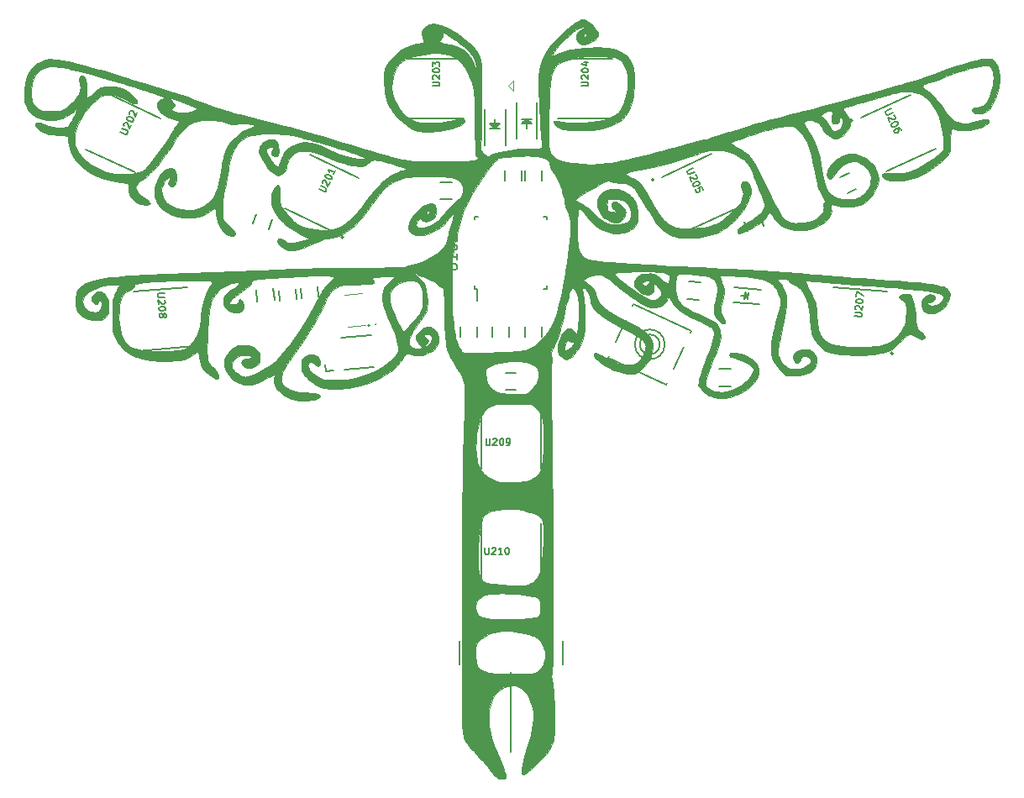
<source format=gto>
G04 #@! TF.FileFunction,Legend,Top*
%FSLAX46Y46*%
G04 Gerber Fmt 4.6, Leading zero omitted, Abs format (unit mm)*
G04 Created by KiCad (PCBNEW 4.0.6) date 05/08/17 21:21:00*
%MOMM*%
%LPD*%
G01*
G04 APERTURE LIST*
%ADD10C,0.100000*%
%ADD11C,0.200000*%
%ADD12C,0.150000*%
%ADD13C,0.120000*%
%ADD14C,0.010000*%
G04 APERTURE END LIST*
D10*
D11*
X125191596Y-76388200D02*
G75*
G03X125191596Y-76388200I-56796J0D01*
G01*
D12*
X142141421Y-95500000D02*
G75*
G03X142141421Y-95500000I-141421J0D01*
G01*
X135837349Y-96497593D02*
X135837349Y-101997593D01*
X141837349Y-96497593D02*
X141837349Y-101997593D01*
X142141421Y-84500000D02*
G75*
G03X142141421Y-84500000I-141421J0D01*
G01*
X135837349Y-85497593D02*
X135837349Y-90997593D01*
X141837349Y-85497593D02*
X141837349Y-90997593D01*
X114427729Y-66810563D02*
X114769749Y-65870871D01*
X113172271Y-65289437D02*
X112830251Y-66229129D01*
X114869377Y-72776022D02*
X114973964Y-73971456D01*
X113230623Y-74123978D02*
X113126036Y-72928544D01*
X107906240Y-78727998D02*
G75*
G03X107906240Y-78727998I-141421J0D01*
G01*
X106233911Y-72675743D02*
X100754841Y-73155100D01*
X106756846Y-78652912D02*
X101277775Y-79132268D01*
X101942381Y-61663872D02*
G75*
G03X101942381Y-61663872I-141421J0D01*
G01*
X103501283Y-55657013D02*
X98516590Y-53332612D01*
X100965573Y-61094860D02*
X95980881Y-58770459D01*
X127693828Y-49487349D02*
G75*
G03X127693828Y-49487349I-141421J0D01*
G01*
X128550000Y-55650000D02*
X134050000Y-55650000D01*
X128550000Y-49650000D02*
X134050000Y-49650000D01*
X139350000Y-54069860D02*
X139350000Y-57669860D01*
X141450000Y-54069860D02*
X141450000Y-57669860D01*
X140700000Y-56119860D02*
X140100000Y-56119860D01*
X140100000Y-56119860D02*
X140400000Y-55819860D01*
X140400000Y-55819860D02*
X140600000Y-56019860D01*
X140600000Y-56019860D02*
X140350000Y-56019860D01*
X140350000Y-56019860D02*
X140400000Y-55969860D01*
X140900000Y-55719860D02*
X139900000Y-55719860D01*
X140400000Y-56219860D02*
X140400000Y-56719860D01*
X140400000Y-55719860D02*
X140900000Y-56219860D01*
X140900000Y-56219860D02*
X139900000Y-56219860D01*
X139900000Y-56219860D02*
X140400000Y-55719860D01*
X138250000Y-58369860D02*
X138250000Y-54769860D01*
X136150000Y-58369860D02*
X136150000Y-54769860D01*
X136900000Y-56319860D02*
X137500000Y-56319860D01*
X137500000Y-56319860D02*
X137200000Y-56619860D01*
X137200000Y-56619860D02*
X137000000Y-56419860D01*
X137000000Y-56419860D02*
X137250000Y-56419860D01*
X137250000Y-56419860D02*
X137200000Y-56469860D01*
X136700000Y-56719860D02*
X137700000Y-56719860D01*
X137200000Y-56219860D02*
X137200000Y-55719860D01*
X137200000Y-56719860D02*
X136700000Y-56219860D01*
X136700000Y-56219860D02*
X137700000Y-56219860D01*
X137700000Y-56219860D02*
X137200000Y-56719860D01*
X142693828Y-49487349D02*
G75*
G03X142693828Y-49487349I-141421J0D01*
G01*
X143550000Y-55650000D02*
X149050000Y-55650000D01*
X143550000Y-49650000D02*
X149050000Y-49650000D01*
D10*
X138526000Y-52400000D02*
X139034000Y-51892000D01*
X139034000Y-52908000D02*
X138526000Y-52400000D01*
X139034000Y-51892000D02*
X139034000Y-52908000D01*
D12*
X117659657Y-72775985D02*
X117746812Y-73772180D01*
X119440343Y-73624015D02*
X119353188Y-72627820D01*
X115409657Y-73025985D02*
X115496812Y-74022180D01*
X117190343Y-73874015D02*
X117103188Y-72877820D01*
X121942381Y-67663872D02*
G75*
G03X121942381Y-67663872I-141421J0D01*
G01*
X123501283Y-61657013D02*
X118516590Y-59332612D01*
X120965573Y-67094860D02*
X115980881Y-64770459D01*
X120140123Y-81146967D02*
X120083472Y-80499441D01*
X120887269Y-81081600D02*
X120140123Y-81146967D01*
X124971667Y-80724262D02*
X121983083Y-80985729D01*
X121704185Y-77797906D02*
X124692769Y-77536439D01*
X124573187Y-76545114D02*
G75*
G03X124573187Y-76545114I-76200J0D01*
G01*
D13*
X123844180Y-73328770D02*
X122051030Y-73485651D01*
X122331672Y-76693398D02*
X124124822Y-76536517D01*
D12*
X132900000Y-63825000D02*
X131700000Y-63825000D01*
X131700000Y-62075000D02*
X132900000Y-62075000D01*
X138200000Y-60950000D02*
X138200000Y-61950000D01*
X139900000Y-61950000D02*
X139900000Y-60950000D01*
X140200000Y-60950000D02*
X140200000Y-61950000D01*
X141900000Y-61950000D02*
X141900000Y-60950000D01*
X135175000Y-72825000D02*
X135400000Y-72825000D01*
X135175000Y-65575000D02*
X135475000Y-65575000D01*
X142425000Y-65575000D02*
X142125000Y-65575000D01*
X142425000Y-72825000D02*
X142125000Y-72825000D01*
X135175000Y-72825000D02*
X135175000Y-72525000D01*
X142425000Y-72825000D02*
X142425000Y-72525000D01*
X142425000Y-65575000D02*
X142425000Y-65875000D01*
X135175000Y-65575000D02*
X135175000Y-65875000D01*
X135400000Y-72825000D02*
X135400000Y-74050000D01*
X161000000Y-82675000D02*
X159800000Y-82675000D01*
X159800000Y-80925000D02*
X161000000Y-80925000D01*
X164004306Y-72933731D02*
X161314581Y-72698411D01*
X163873573Y-74428023D02*
X161183847Y-74192703D01*
X162457721Y-73400714D02*
X162435932Y-73649763D01*
X162435932Y-73649763D02*
X162598434Y-73513407D01*
X162663192Y-73920601D02*
X162724201Y-73223264D01*
X162345028Y-73541428D02*
X161996360Y-73510923D01*
X162693696Y-73571933D02*
X162314523Y-73890096D01*
X162314523Y-73890096D02*
X162375533Y-73192760D01*
X162375533Y-73192760D02*
X162693696Y-73571933D01*
X153235704Y-61863503D02*
G75*
G03X153235704Y-61863503I-141421J0D01*
G01*
X156602858Y-67027160D02*
X161587551Y-64702760D01*
X154067148Y-61589313D02*
X159051841Y-59264913D01*
X156724929Y-72108834D02*
X157920363Y-72213421D01*
X157767841Y-73956762D02*
X156572407Y-73852175D01*
X164269749Y-66479129D02*
X163927729Y-65539437D01*
X162330251Y-66120871D02*
X162672271Y-67060563D01*
X172893928Y-61218329D02*
X171987621Y-61640948D01*
X172706072Y-63181671D02*
X173612379Y-62759052D01*
X177348443Y-79372950D02*
G75*
G03X177348443Y-79372950I-141421J0D01*
G01*
X176750336Y-73146804D02*
X171271265Y-72667447D01*
X176227401Y-79123972D02*
X170748330Y-78644616D01*
X173235704Y-55863503D02*
G75*
G03X173235704Y-55863503I-141421J0D01*
G01*
X176602858Y-61027160D02*
X181587551Y-58702760D01*
X174067148Y-55589313D02*
X179051841Y-53264913D01*
X139300000Y-81350000D02*
X138300000Y-81350000D01*
X138300000Y-83050000D02*
X139300000Y-83050000D01*
X157013355Y-77104586D02*
X156928831Y-77285848D01*
X154477646Y-82542433D02*
X154562169Y-82361171D01*
X148586645Y-79795414D02*
X148671169Y-79614152D01*
X151122354Y-74357567D02*
X151037831Y-74538829D01*
X150361642Y-75988921D02*
X149347358Y-78164060D01*
X156252642Y-78735940D02*
X155238358Y-80911079D01*
X157013355Y-77104586D02*
X151122354Y-74357567D01*
X148586645Y-79795414D02*
X154477646Y-82542433D01*
X153800000Y-78450000D02*
G75*
G03X153800000Y-78450000I-1000000J0D01*
G01*
X154300000Y-78450000D02*
G75*
G03X154300000Y-78450000I-1500000J0D01*
G01*
X135400000Y-77700000D02*
X135400000Y-76700000D01*
X133700000Y-76700000D02*
X133700000Y-77700000D01*
X138650000Y-77700000D02*
X138650000Y-76700000D01*
X136950000Y-76700000D02*
X136950000Y-77700000D01*
X141900000Y-77700000D02*
X141900000Y-76700000D01*
X140200000Y-76700000D02*
X140200000Y-77700000D01*
D11*
X138800000Y-111500000D02*
X138800000Y-119500000D01*
X133600000Y-110700000D02*
X133600000Y-108300000D01*
X144000000Y-110700000D02*
X144000000Y-108300000D01*
D14*
G36*
X146176981Y-45683054D02*
X146306619Y-45734365D01*
X146326877Y-45743979D01*
X146530374Y-45864801D01*
X146747825Y-46033326D01*
X146965997Y-46234614D01*
X147171660Y-46453723D01*
X147351583Y-46675713D01*
X147492534Y-46885644D01*
X147581284Y-47068576D01*
X147605825Y-47188174D01*
X147561479Y-47389820D01*
X147439162Y-47585642D01*
X147254954Y-47767779D01*
X147024934Y-47928368D01*
X146765182Y-48059548D01*
X146491779Y-48153455D01*
X146220804Y-48202228D01*
X145968337Y-48198005D01*
X145750458Y-48132923D01*
X145714293Y-48113025D01*
X145523860Y-47947653D01*
X145408642Y-47730076D01*
X145373880Y-47496330D01*
X145387935Y-47341899D01*
X146126297Y-47341899D01*
X146144848Y-47465185D01*
X146200823Y-47503442D01*
X146294702Y-47456894D01*
X146322500Y-47433510D01*
X146391332Y-47334978D01*
X146405295Y-47232102D01*
X146362454Y-47163184D01*
X146278431Y-47158220D01*
X146190685Y-47212437D01*
X146133224Y-47300098D01*
X146126297Y-47341899D01*
X145387935Y-47341899D01*
X145393423Y-47281612D01*
X145460701Y-47107640D01*
X145588115Y-46957615D01*
X145788066Y-46814736D01*
X145939622Y-46729854D01*
X146105357Y-46626932D01*
X146186550Y-46543669D01*
X146191596Y-46485344D01*
X146128889Y-46457234D01*
X146006823Y-46464617D01*
X145833791Y-46512771D01*
X145689264Y-46572438D01*
X145384070Y-46742047D01*
X145046505Y-46978394D01*
X144690745Y-47267661D01*
X144330968Y-47596028D01*
X143981351Y-47949678D01*
X143656070Y-48314791D01*
X143369304Y-48677548D01*
X143135227Y-49024131D01*
X143083135Y-49112727D01*
X142966772Y-49317884D01*
X143069693Y-49317884D01*
X143151351Y-49299682D01*
X143297683Y-49250117D01*
X143487986Y-49176753D01*
X143701555Y-49087150D01*
X143702304Y-49086823D01*
X143970401Y-48975152D01*
X144215551Y-48886960D01*
X144459493Y-48817136D01*
X144723966Y-48760570D01*
X145030708Y-48712150D01*
X145401459Y-48666764D01*
X145563186Y-48649299D01*
X146232576Y-48584139D01*
X146820627Y-48538864D01*
X147337897Y-48513528D01*
X147794943Y-48508184D01*
X148202323Y-48522885D01*
X148570594Y-48557682D01*
X148910313Y-48612630D01*
X149153358Y-48667258D01*
X149651439Y-48831440D01*
X150079626Y-49056621D01*
X150440621Y-49345445D01*
X150737127Y-49700555D01*
X150971849Y-50124594D01*
X151146241Y-50615694D01*
X151187109Y-50827577D01*
X151215975Y-51111921D01*
X151233008Y-51449266D01*
X151238377Y-51820152D01*
X151232251Y-52205119D01*
X151214800Y-52584705D01*
X151186193Y-52939452D01*
X151146599Y-53249899D01*
X151122133Y-53385379D01*
X150967513Y-54026690D01*
X150783911Y-54584223D01*
X150571901Y-55056694D01*
X150332058Y-55442820D01*
X150069118Y-55737533D01*
X149736355Y-55989114D01*
X149316579Y-56217665D01*
X148814343Y-56421417D01*
X148234202Y-56598601D01*
X147580708Y-56747449D01*
X147367193Y-56786990D01*
X147150579Y-56822921D01*
X146951780Y-56849871D01*
X146751312Y-56869038D01*
X146529688Y-56881617D01*
X146267423Y-56888805D01*
X145945030Y-56891796D01*
X145655926Y-56892010D01*
X145209951Y-56888023D01*
X144842867Y-56875871D01*
X144539672Y-56853172D01*
X144285366Y-56817543D01*
X144064949Y-56766603D01*
X143863419Y-56697968D01*
X143665777Y-56609258D01*
X143572063Y-56561067D01*
X143398872Y-56447808D01*
X143260380Y-56317251D01*
X143165154Y-56184261D01*
X143121763Y-56063701D01*
X143138778Y-55970435D01*
X143205006Y-55924373D01*
X143283895Y-55921614D01*
X143433928Y-55934442D01*
X143633958Y-55960485D01*
X143862837Y-55997369D01*
X143875283Y-55999566D01*
X144110673Y-56038074D01*
X144332358Y-56066010D01*
X144563130Y-56084893D01*
X144825781Y-56096242D01*
X145143103Y-56101576D01*
X145420741Y-56102543D01*
X146191830Y-56085579D01*
X146885508Y-56033852D01*
X147512151Y-55945918D01*
X148082135Y-55820331D01*
X148590881Y-55661105D01*
X148975725Y-55509786D01*
X149286290Y-55356256D01*
X149535709Y-55186425D01*
X149737110Y-54986201D01*
X149903626Y-54741497D01*
X150048387Y-54438221D01*
X150184524Y-54062284D01*
X150237827Y-53893868D01*
X150364878Y-53456179D01*
X150456672Y-53075467D01*
X150517687Y-52724683D01*
X150552400Y-52376777D01*
X150565290Y-52004699D01*
X150565639Y-51913504D01*
X150561943Y-51619723D01*
X150549525Y-51390998D01*
X150525460Y-51199860D01*
X150486823Y-51018843D01*
X150459651Y-50918367D01*
X150315683Y-50509128D01*
X150137018Y-50175990D01*
X149928762Y-49918324D01*
X149785574Y-49786672D01*
X149634798Y-49681270D01*
X149463739Y-49598934D01*
X149259702Y-49536481D01*
X149009992Y-49490731D01*
X148701913Y-49458500D01*
X148322769Y-49436606D01*
X147958114Y-49424352D01*
X147157425Y-49419474D01*
X146429384Y-49450811D01*
X145759348Y-49520018D01*
X145132673Y-49628750D01*
X144534716Y-49778663D01*
X144362220Y-49830821D01*
X144010447Y-49959719D01*
X143713873Y-50112798D01*
X143467081Y-50298790D01*
X143264655Y-50526423D01*
X143101177Y-50804426D01*
X142971232Y-51141531D01*
X142869403Y-51546465D01*
X142790273Y-52027959D01*
X142742969Y-52440464D01*
X142721512Y-52703443D01*
X142700725Y-53045363D01*
X142680985Y-53452464D01*
X142662670Y-53910985D01*
X142646156Y-54407169D01*
X142631820Y-54927253D01*
X142620039Y-55457480D01*
X142611191Y-55984089D01*
X142605652Y-56493320D01*
X142603799Y-56971414D01*
X142606009Y-57404611D01*
X142606283Y-57429198D01*
X142611894Y-57859000D01*
X142619675Y-58207677D01*
X142632440Y-58486802D01*
X142653003Y-58707947D01*
X142684179Y-58882685D01*
X142728780Y-59022590D01*
X142789621Y-59139235D01*
X142869517Y-59244193D01*
X142971281Y-59349036D01*
X143097726Y-59465338D01*
X143102397Y-59469545D01*
X143315508Y-59643366D01*
X143538094Y-59783692D01*
X143786446Y-59896478D01*
X144076855Y-59987681D01*
X144425612Y-60063255D01*
X144849009Y-60129155D01*
X144939577Y-60141117D01*
X145407412Y-60197754D01*
X145850818Y-60242450D01*
X146277045Y-60274219D01*
X146693340Y-60292075D01*
X147106951Y-60295030D01*
X147525127Y-60282097D01*
X147955116Y-60252290D01*
X148404165Y-60204622D01*
X148879524Y-60138105D01*
X149388439Y-60051754D01*
X149938160Y-59944580D01*
X150535934Y-59815598D01*
X151189010Y-59663820D01*
X151904635Y-59488259D01*
X152690059Y-59287929D01*
X153552528Y-59061843D01*
X154268958Y-58870853D01*
X154731426Y-58747256D01*
X155213095Y-58619216D01*
X155695692Y-58491543D01*
X156160944Y-58369049D01*
X156590579Y-58256545D01*
X156966323Y-58158840D01*
X157269903Y-58080747D01*
X157274074Y-58079683D01*
X157283952Y-58077148D01*
X160942963Y-58077148D01*
X160982985Y-58143827D01*
X161095905Y-58245252D01*
X161271008Y-58373690D01*
X161497578Y-58521408D01*
X161764897Y-58680671D01*
X161831607Y-58718452D01*
X162057377Y-58849301D01*
X162277588Y-58984236D01*
X162465836Y-59106659D01*
X162587901Y-59193821D01*
X162723282Y-59311889D01*
X162861101Y-59459367D01*
X163005017Y-59642521D01*
X163158689Y-59867616D01*
X163325777Y-60140918D01*
X163509940Y-60468692D01*
X163714837Y-60857202D01*
X163944128Y-61312716D01*
X164201472Y-61841497D01*
X164490528Y-62449812D01*
X164494483Y-62458212D01*
X164763845Y-63025704D01*
X165002866Y-63518750D01*
X165217223Y-63948542D01*
X165412592Y-64326273D01*
X165594650Y-64663133D01*
X165765958Y-64964966D01*
X165967947Y-65301070D01*
X166143497Y-65563871D01*
X166304516Y-65764716D01*
X166462911Y-65914953D01*
X166630589Y-66025929D01*
X166819457Y-66108992D01*
X167034259Y-66173650D01*
X167233472Y-66205016D01*
X167498219Y-66218616D01*
X167801933Y-66215559D01*
X168118044Y-66196952D01*
X168419985Y-66163903D01*
X168681185Y-66117519D01*
X168742927Y-66102419D01*
X169154241Y-65968417D01*
X169501181Y-65796075D01*
X169810065Y-65571686D01*
X169879079Y-65510738D01*
X170101780Y-65283927D01*
X170246033Y-65074619D01*
X170320322Y-64864893D01*
X170333135Y-64636826D01*
X170326651Y-64565449D01*
X170313069Y-64387619D01*
X170325985Y-64267779D01*
X170369053Y-64173994D01*
X170371941Y-64169601D01*
X170411606Y-64082207D01*
X170416311Y-63978666D01*
X170381893Y-63845370D01*
X170304189Y-63668713D01*
X170179037Y-63435087D01*
X170110738Y-63315694D01*
X169994666Y-63106525D01*
X169894214Y-62902594D01*
X169805848Y-62691625D01*
X169726032Y-62461343D01*
X169651232Y-62199473D01*
X169577912Y-61893740D01*
X169502538Y-61531867D01*
X169421574Y-61101579D01*
X169339772Y-60638556D01*
X169214781Y-59966160D01*
X169085627Y-59377199D01*
X168948631Y-58862411D01*
X168800114Y-58412530D01*
X168636395Y-58018294D01*
X168453795Y-57670438D01*
X168248634Y-57359699D01*
X168017233Y-57076813D01*
X167859514Y-56911884D01*
X167685301Y-56744505D01*
X167550479Y-56631042D01*
X167432204Y-56555898D01*
X167307630Y-56503473D01*
X167222799Y-56477133D01*
X167061053Y-56441335D01*
X166879140Y-56422890D01*
X166671022Y-56423155D01*
X166430657Y-56443484D01*
X166152006Y-56485234D01*
X165829028Y-56549760D01*
X165455683Y-56638418D01*
X165025931Y-56752564D01*
X164533732Y-56893553D01*
X163973045Y-57062740D01*
X163337830Y-57261483D01*
X162622046Y-57491135D01*
X162436389Y-57551395D01*
X162080954Y-57668139D01*
X161755777Y-57777167D01*
X161471228Y-57874827D01*
X161237676Y-57957470D01*
X161065492Y-58021444D01*
X160965046Y-58063100D01*
X160942963Y-58077148D01*
X157283952Y-58077148D01*
X157622657Y-57990230D01*
X157934453Y-57908660D01*
X158223103Y-57830923D01*
X158502250Y-57752969D01*
X158785536Y-57670750D01*
X159086601Y-57580214D01*
X159419087Y-57477314D01*
X159796636Y-57358000D01*
X160232891Y-57218221D01*
X160741491Y-57053928D01*
X160872408Y-57011512D01*
X161455571Y-56823526D01*
X161992632Y-56652909D01*
X162496553Y-56495991D01*
X162980300Y-56349103D01*
X163456838Y-56208573D01*
X163939132Y-56070733D01*
X164440147Y-55931913D01*
X164972847Y-55788443D01*
X165550198Y-55636652D01*
X166185165Y-55472872D01*
X166431313Y-55410270D01*
X169995760Y-55410270D01*
X170022969Y-55453153D01*
X170121001Y-55487195D01*
X170169877Y-55499117D01*
X170272008Y-55552982D01*
X170392889Y-55673826D01*
X170536557Y-55866909D01*
X170707054Y-56137489D01*
X170847990Y-56381996D01*
X171020656Y-56657552D01*
X171180622Y-56844248D01*
X171330498Y-56944688D01*
X171432222Y-56965068D01*
X171512185Y-56946240D01*
X171642416Y-56898136D01*
X171741673Y-56855173D01*
X171897587Y-56768834D01*
X172031552Y-56669591D01*
X172082532Y-56617823D01*
X172188114Y-56433225D01*
X172249177Y-56216527D01*
X172263726Y-55995416D01*
X172229763Y-55797576D01*
X172151767Y-55657507D01*
X172050528Y-55583448D01*
X171970367Y-55595783D01*
X171918673Y-55689191D01*
X171902593Y-55836948D01*
X171875497Y-55983616D01*
X171808321Y-56119980D01*
X171742681Y-56188616D01*
X171667370Y-56209128D01*
X171536749Y-56221654D01*
X171469155Y-56223378D01*
X171339523Y-56216371D01*
X171249052Y-56185572D01*
X171192260Y-56117771D01*
X171163664Y-55999754D01*
X171157783Y-55818310D01*
X171169135Y-55560227D01*
X171172365Y-55508091D01*
X171186168Y-55250637D01*
X171184038Y-55073867D01*
X171158051Y-54966099D01*
X171100284Y-54915653D01*
X171002816Y-54910848D01*
X170857724Y-54940004D01*
X170797396Y-54955254D01*
X170559157Y-55029091D01*
X170340351Y-55119574D01*
X170162354Y-55216072D01*
X170046542Y-55307952D01*
X170022673Y-55340556D01*
X169995760Y-55410270D01*
X166431313Y-55410270D01*
X166890711Y-55293433D01*
X167363519Y-55174157D01*
X168296457Y-54938472D01*
X169148190Y-54721343D01*
X169929076Y-54520034D01*
X170649468Y-54331811D01*
X171319722Y-54153940D01*
X171950195Y-53983685D01*
X172551241Y-53818313D01*
X173133215Y-53655087D01*
X173360741Y-53590426D01*
X173783901Y-53469704D01*
X174259135Y-53334089D01*
X174754933Y-53192574D01*
X175239784Y-53054154D01*
X175682178Y-52927823D01*
X175885144Y-52869849D01*
X176282856Y-52757375D01*
X176717571Y-52636382D01*
X177160974Y-52514620D01*
X177584749Y-52399839D01*
X177960577Y-52299792D01*
X178119404Y-52258300D01*
X178494402Y-52159540D01*
X178845639Y-52063134D01*
X179185876Y-51964921D01*
X179527873Y-51860739D01*
X179884391Y-51746427D01*
X180268191Y-51617825D01*
X180692034Y-51470769D01*
X181168681Y-51301100D01*
X181710893Y-51104656D01*
X182150459Y-50943783D01*
X183014682Y-50633425D01*
X183804420Y-50364171D01*
X184518685Y-50136259D01*
X185156489Y-49949927D01*
X185716844Y-49805411D01*
X186198761Y-49702950D01*
X186601253Y-49642779D01*
X186923333Y-49625138D01*
X187164011Y-49650262D01*
X187304157Y-49705620D01*
X187549738Y-49918095D01*
X187747452Y-50201853D01*
X187896407Y-50547857D01*
X187995707Y-50947074D01*
X188044460Y-51390467D01*
X188041771Y-51869000D01*
X187986747Y-52373639D01*
X187878492Y-52895347D01*
X187716113Y-53425090D01*
X187681501Y-53519450D01*
X187474685Y-54009226D01*
X187256543Y-54408202D01*
X187026064Y-54717720D01*
X186782238Y-54939120D01*
X186524052Y-55073744D01*
X186504848Y-55080135D01*
X186177919Y-55161425D01*
X185876712Y-55191061D01*
X185624792Y-55166890D01*
X185606416Y-55162287D01*
X185445857Y-55105670D01*
X185352342Y-55027188D01*
X185298880Y-54902241D01*
X185292128Y-54875834D01*
X185283364Y-54755220D01*
X185331875Y-54668489D01*
X185448323Y-54608130D01*
X185643374Y-54566632D01*
X185750249Y-54553136D01*
X186071444Y-54492578D01*
X186338072Y-54381859D01*
X186564198Y-54210328D01*
X186763891Y-53967336D01*
X186949902Y-53644846D01*
X187123299Y-53249396D01*
X187259649Y-52833137D01*
X187358161Y-52409261D01*
X187418045Y-51990959D01*
X187438512Y-51591423D01*
X187418769Y-51223846D01*
X187358028Y-50901420D01*
X187255498Y-50637336D01*
X187139891Y-50473793D01*
X187059936Y-50399118D01*
X186978671Y-50358119D01*
X186864370Y-50340910D01*
X186702776Y-50337592D01*
X186411582Y-50355569D01*
X186045947Y-50407948D01*
X185617808Y-50492404D01*
X185139097Y-50606607D01*
X184673797Y-50733214D01*
X184328121Y-50834356D01*
X184022333Y-50928954D01*
X183734189Y-51024899D01*
X183441442Y-51130082D01*
X183121849Y-51252396D01*
X182753165Y-51399730D01*
X182476806Y-51512592D01*
X182185604Y-51628758D01*
X181879816Y-51744885D01*
X181588726Y-51850225D01*
X181341618Y-51934030D01*
X181253843Y-51961470D01*
X180945208Y-52055361D01*
X180714866Y-52128784D01*
X180550604Y-52186572D01*
X180440211Y-52233552D01*
X180371477Y-52274554D01*
X180332189Y-52314410D01*
X180322721Y-52329739D01*
X180314346Y-52427813D01*
X180386764Y-52547849D01*
X180542650Y-52693038D01*
X180758355Y-52849077D01*
X181074140Y-53090368D01*
X181400113Y-53399788D01*
X181740701Y-53782332D01*
X182100329Y-54242995D01*
X182483423Y-54786773D01*
X182509769Y-54825898D01*
X182741328Y-55159397D01*
X182944929Y-55421953D01*
X183135217Y-55625273D01*
X183326840Y-55781063D01*
X183534444Y-55901029D01*
X183772675Y-55996879D01*
X184056181Y-56080317D01*
X184090283Y-56089118D01*
X184353966Y-56144947D01*
X184600618Y-56168412D01*
X184851973Y-56157611D01*
X185129768Y-56110645D01*
X185455736Y-56025613D01*
X185707963Y-55947670D01*
X186095851Y-55830452D01*
X186404551Y-55755344D01*
X186638762Y-55722505D01*
X186803186Y-55732096D01*
X186902524Y-55784276D01*
X186941478Y-55879203D01*
X186931629Y-55989185D01*
X186849596Y-56150315D01*
X186680004Y-56307384D01*
X186429367Y-56456553D01*
X186104201Y-56593982D01*
X185711018Y-56715833D01*
X185688629Y-56721725D01*
X185368954Y-56786074D01*
X185002470Y-56828787D01*
X184615980Y-56849328D01*
X184236284Y-56847157D01*
X183890187Y-56821739D01*
X183604489Y-56772534D01*
X183572555Y-56764190D01*
X183437854Y-56727955D01*
X183333140Y-56708541D01*
X183254299Y-56715352D01*
X183197221Y-56757792D01*
X183157793Y-56845265D01*
X183131904Y-56987175D01*
X183115443Y-57192926D01*
X183104297Y-57471922D01*
X183094355Y-57833566D01*
X183093671Y-57859455D01*
X183079030Y-58288824D01*
X183060147Y-58633851D01*
X183037212Y-58892035D01*
X183010409Y-59060876D01*
X183001161Y-59095267D01*
X182908975Y-59280108D01*
X182744044Y-59498840D01*
X182517088Y-59742593D01*
X182238830Y-60002494D01*
X181919989Y-60269673D01*
X181571288Y-60535258D01*
X181203447Y-60790377D01*
X180827188Y-61026161D01*
X180453233Y-61233737D01*
X180359501Y-61281103D01*
X179666423Y-61583835D01*
X178990057Y-61797472D01*
X178325549Y-61923154D01*
X177668046Y-61962019D01*
X177476482Y-61957146D01*
X177071368Y-61927123D01*
X176752686Y-61875471D01*
X176514822Y-61799708D01*
X176352164Y-61697353D01*
X176259098Y-61565925D01*
X176230000Y-61406102D01*
X176238719Y-61303899D01*
X176272679Y-61230100D01*
X176343588Y-61181898D01*
X176463151Y-61156487D01*
X176643075Y-61151059D01*
X176895067Y-61162810D01*
X177160472Y-61183028D01*
X177554050Y-61209346D01*
X177882083Y-61215104D01*
X178171113Y-61198688D01*
X178447685Y-61158483D01*
X178738341Y-61092874D01*
X178767702Y-61085247D01*
X179219065Y-60938595D01*
X179717940Y-60724750D01*
X180253588Y-60449311D01*
X180815272Y-60117878D01*
X181392252Y-59736049D01*
X181498148Y-59661516D01*
X181837432Y-59405205D01*
X182091015Y-59178690D01*
X182261376Y-58979466D01*
X182350993Y-58805030D01*
X182353341Y-58797117D01*
X182382363Y-58630880D01*
X182398679Y-58395786D01*
X182402667Y-58114778D01*
X182394702Y-57810801D01*
X182375159Y-57506796D01*
X182344415Y-57225707D01*
X182325629Y-57104745D01*
X182160983Y-56323680D01*
X181953972Y-55624599D01*
X181704044Y-55006445D01*
X181410645Y-54468162D01*
X181073223Y-54008692D01*
X180691225Y-53626978D01*
X180387650Y-53399286D01*
X180093071Y-53222938D01*
X179811800Y-53097595D01*
X179518411Y-53016446D01*
X179187479Y-52972679D01*
X178793577Y-52959482D01*
X178746482Y-52959597D01*
X178495531Y-52964406D01*
X178262346Y-52977985D01*
X178032467Y-53003236D01*
X177791435Y-53043056D01*
X177524792Y-53100345D01*
X177218080Y-53178004D01*
X176856839Y-53278931D01*
X176426612Y-53406026D01*
X176241605Y-53461915D01*
X175868623Y-53573259D01*
X175440194Y-53698182D01*
X174991810Y-53826520D01*
X174558959Y-53948110D01*
X174195494Y-54047837D01*
X173703381Y-54181750D01*
X173296726Y-54294729D01*
X172969770Y-54388517D01*
X172716754Y-54464860D01*
X172531920Y-54525498D01*
X172409510Y-54572177D01*
X172343764Y-54606639D01*
X172339940Y-54609599D01*
X172286247Y-54688842D01*
X172299014Y-54792923D01*
X172381871Y-54931660D01*
X172518977Y-55093839D01*
X172768248Y-55413430D01*
X172924196Y-55729582D01*
X172987367Y-56044987D01*
X172958306Y-56362333D01*
X172840403Y-56678729D01*
X172696338Y-56906447D01*
X172504379Y-57129807D01*
X172282207Y-57334861D01*
X172047499Y-57507659D01*
X171817935Y-57634251D01*
X171611195Y-57700687D01*
X171536803Y-57707300D01*
X171326668Y-57669932D01*
X171073806Y-57561092D01*
X170788816Y-57385674D01*
X170696901Y-57319506D01*
X170496891Y-57159895D01*
X170359641Y-57017410D01*
X170264941Y-56865487D01*
X170192581Y-56677563D01*
X170181734Y-56642404D01*
X170065235Y-56411508D01*
X169864171Y-56197258D01*
X169587770Y-56009138D01*
X169541101Y-55984133D01*
X169382269Y-55918860D01*
X169204148Y-55886470D01*
X169009815Y-55878945D01*
X168738134Y-55887424D01*
X168539897Y-55917847D01*
X168413669Y-55976936D01*
X168358011Y-56071414D01*
X168371487Y-56208004D01*
X168452658Y-56393427D01*
X168600089Y-56634407D01*
X168790054Y-56906861D01*
X169054495Y-57299116D01*
X169282472Y-57696835D01*
X169478212Y-58112588D01*
X169645944Y-58558945D01*
X169789896Y-59048475D01*
X169914297Y-59593748D01*
X170023373Y-60207335D01*
X170113681Y-60841861D01*
X170180123Y-61308379D01*
X170250549Y-61699028D01*
X170329104Y-62030640D01*
X170419936Y-62320046D01*
X170527192Y-62584077D01*
X170560396Y-62655054D01*
X170777933Y-63016180D01*
X171051775Y-63308744D01*
X171384810Y-63534253D01*
X171779925Y-63694219D01*
X172240009Y-63790149D01*
X172767950Y-63823554D01*
X172796297Y-63823610D01*
X173131185Y-63813815D01*
X173402364Y-63781287D01*
X173638566Y-63720481D01*
X173868524Y-63625851D01*
X173899665Y-63610674D01*
X174278586Y-63374014D01*
X174589543Y-63076352D01*
X174827556Y-62725542D01*
X174987645Y-62329441D01*
X175064831Y-61895903D01*
X175071021Y-61762957D01*
X175069760Y-61557376D01*
X175052087Y-61405525D01*
X175010212Y-61268824D01*
X174940633Y-61117284D01*
X174763635Y-60835819D01*
X174529669Y-60571839D01*
X174257810Y-60340077D01*
X173967133Y-60155264D01*
X173676713Y-60032133D01*
X173481336Y-59990255D01*
X173221864Y-59999318D01*
X172925894Y-60072202D01*
X172614497Y-60199413D01*
X172308745Y-60371456D01*
X172029709Y-60578835D01*
X171894521Y-60705274D01*
X171789031Y-60828566D01*
X171660181Y-61000970D01*
X171531126Y-61191022D01*
X171494706Y-61248587D01*
X171316588Y-61509783D01*
X171160071Y-61681988D01*
X171022875Y-61765876D01*
X170902717Y-61762120D01*
X170797317Y-61671394D01*
X170704392Y-61494369D01*
X170699955Y-61483065D01*
X170650446Y-61332417D01*
X170641537Y-61210932D01*
X170670050Y-61065720D01*
X170673984Y-61051007D01*
X170770369Y-60790697D01*
X170921549Y-60537383D01*
X171139188Y-60273679D01*
X171315717Y-60094344D01*
X171712435Y-59756921D01*
X172119379Y-59498217D01*
X172529038Y-59321861D01*
X172933902Y-59231483D01*
X173125556Y-59219699D01*
X173540811Y-59257073D01*
X173949232Y-59368242D01*
X174341374Y-59543966D01*
X174707794Y-59775004D01*
X175039046Y-60052116D01*
X175325688Y-60366060D01*
X175558275Y-60707597D01*
X175727363Y-61067486D01*
X175823509Y-61436485D01*
X175837267Y-61805355D01*
X175830820Y-61866701D01*
X175745545Y-62279294D01*
X175599342Y-62695243D01*
X175402379Y-63098474D01*
X175164823Y-63472911D01*
X174896841Y-63802479D01*
X174608603Y-64071104D01*
X174317623Y-64259062D01*
X174200311Y-64307718D01*
X174026550Y-64368168D01*
X173830844Y-64428527D01*
X173800216Y-64437265D01*
X173646113Y-64477204D01*
X173498742Y-64505575D01*
X173337082Y-64524237D01*
X173140115Y-64535050D01*
X172886821Y-64539876D01*
X172631667Y-64540676D01*
X172324421Y-64539089D01*
X172091881Y-64533606D01*
X171914704Y-64522436D01*
X171773546Y-64503790D01*
X171649065Y-64475877D01*
X171526297Y-64438368D01*
X171317314Y-64370159D01*
X171183105Y-64339836D01*
X171108594Y-64357818D01*
X171078704Y-64434521D01*
X171078361Y-64580365D01*
X171088397Y-64740968D01*
X171095234Y-65010586D01*
X171068760Y-65223886D01*
X170998750Y-65414416D01*
X170874979Y-65615723D01*
X170784641Y-65737537D01*
X170501779Y-66035829D01*
X170138561Y-66305132D01*
X169705829Y-66539198D01*
X169214424Y-66731784D01*
X168897814Y-66824341D01*
X168543065Y-66894796D01*
X168151814Y-66937201D01*
X167753215Y-66950866D01*
X167376421Y-66935103D01*
X167050586Y-66889220D01*
X166968997Y-66869973D01*
X166506507Y-66709386D01*
X166091002Y-66481423D01*
X165713450Y-66179351D01*
X165364822Y-65796438D01*
X165166665Y-65526397D01*
X165017261Y-65318222D01*
X164906282Y-65188821D01*
X164830003Y-65134092D01*
X164808632Y-65132141D01*
X164749540Y-65178784D01*
X164670579Y-65287306D01*
X164588763Y-65434305D01*
X164588334Y-65435182D01*
X164407933Y-65729649D01*
X164162421Y-66000187D01*
X163840105Y-66258686D01*
X163661451Y-66377699D01*
X163423799Y-66519210D01*
X163142572Y-66672591D01*
X162841085Y-66826420D01*
X162542659Y-66969277D01*
X162270611Y-67089741D01*
X162048259Y-67176391D01*
X161994399Y-67194188D01*
X161845755Y-67236869D01*
X161757271Y-67248487D01*
X161700716Y-67229719D01*
X161668166Y-67201999D01*
X161620749Y-67096810D01*
X161654879Y-66962777D01*
X161764959Y-66805987D01*
X161945395Y-66632523D01*
X162190591Y-66448470D01*
X162494952Y-66259914D01*
X162575997Y-66214767D01*
X163087969Y-65914287D01*
X163509831Y-65620220D01*
X163845036Y-65329345D01*
X164097039Y-65038442D01*
X164269293Y-64744291D01*
X164332016Y-64577582D01*
X164357078Y-64476628D01*
X164361870Y-64381021D01*
X164343295Y-64264538D01*
X164298258Y-64100960D01*
X164261937Y-63984104D01*
X164200677Y-63806903D01*
X164110660Y-63567894D01*
X164000960Y-63290144D01*
X163880652Y-62996718D01*
X163782067Y-62764342D01*
X163653367Y-62459256D01*
X163522079Y-62136097D01*
X163399183Y-61822708D01*
X163295659Y-61546932D01*
X163240931Y-61392154D01*
X163156913Y-61155743D01*
X163070183Y-60929932D01*
X162991284Y-60741179D01*
X162933652Y-60621127D01*
X162656079Y-60213712D01*
X162296426Y-59849494D01*
X161856848Y-59530400D01*
X161483889Y-59325678D01*
X161030019Y-59130026D01*
X160586719Y-58995809D01*
X160119054Y-58914235D01*
X159720000Y-58881745D01*
X159390422Y-58874360D01*
X159081204Y-58888765D01*
X158772987Y-58928589D01*
X158446412Y-58997458D01*
X158082119Y-59099001D01*
X157660750Y-59236843D01*
X157471813Y-59302982D01*
X156672907Y-59578917D01*
X155891624Y-59833594D01*
X155137950Y-60064255D01*
X154421870Y-60268141D01*
X153753372Y-60442493D01*
X153142441Y-60584552D01*
X152599063Y-60691561D01*
X152245989Y-60746604D01*
X151721119Y-60823582D01*
X151281907Y-60902168D01*
X150929920Y-60981932D01*
X150666727Y-61062440D01*
X150493894Y-61143260D01*
X150412989Y-61223962D01*
X150406667Y-61253463D01*
X150443085Y-61319623D01*
X150554976Y-61409641D01*
X150746295Y-61526139D01*
X151020995Y-61671737D01*
X151091210Y-61707035D01*
X151289449Y-61810272D01*
X151461753Y-61912931D01*
X151615861Y-62024382D01*
X151759510Y-62153994D01*
X151900438Y-62311135D01*
X152046384Y-62505175D01*
X152205085Y-62745484D01*
X152384279Y-63041429D01*
X152591704Y-63402380D01*
X152802606Y-63779198D01*
X153123839Y-64344754D01*
X153416571Y-64830968D01*
X153687155Y-65244604D01*
X153941944Y-65592422D01*
X154187290Y-65881186D01*
X154429547Y-66117659D01*
X154675067Y-66308602D01*
X154930203Y-66460777D01*
X155201307Y-66580948D01*
X155494732Y-66675876D01*
X155533704Y-66686412D01*
X155677224Y-66718356D01*
X155840470Y-66740977D01*
X156041310Y-66755492D01*
X156297614Y-66763119D01*
X156627251Y-66765075D01*
X156686111Y-66764949D01*
X157271920Y-66754417D01*
X157779602Y-66724968D01*
X158223600Y-66674210D01*
X158618353Y-66599751D01*
X158978303Y-66499200D01*
X159317892Y-66370164D01*
X159461297Y-66305304D01*
X159752508Y-66155037D01*
X160032445Y-65982291D01*
X160317040Y-65775209D01*
X160622227Y-65521934D01*
X160963941Y-65210609D01*
X161077582Y-65102564D01*
X161445697Y-64733877D01*
X161736810Y-64403911D01*
X161954746Y-64103960D01*
X162103334Y-63825319D01*
X162186399Y-63559281D01*
X162207769Y-63297140D01*
X162171270Y-63030190D01*
X162095371Y-62787125D01*
X162018907Y-62567028D01*
X161985713Y-62406923D01*
X161995108Y-62284840D01*
X162046407Y-62178812D01*
X162075266Y-62140010D01*
X162208055Y-62042890D01*
X162380958Y-62016528D01*
X162572623Y-62061509D01*
X162688137Y-62123245D01*
X162847883Y-62282404D01*
X162947836Y-62503786D01*
X162989466Y-62779259D01*
X162974241Y-63100695D01*
X162903629Y-63459963D01*
X162779098Y-63848934D01*
X162602116Y-64259478D01*
X162374152Y-64683465D01*
X162166496Y-65011475D01*
X161988981Y-65246411D01*
X161754365Y-65516394D01*
X161480093Y-65804672D01*
X161183611Y-66094490D01*
X160882362Y-66369095D01*
X160593793Y-66611734D01*
X160335349Y-66805652D01*
X160219865Y-66880939D01*
X159676225Y-67161464D01*
X159063326Y-67386351D01*
X158388235Y-67554150D01*
X157658020Y-67663412D01*
X156879747Y-67712689D01*
X156192222Y-67706593D01*
X155804006Y-67680116D01*
X155478743Y-67629628D01*
X155186655Y-67546723D01*
X154897966Y-67422996D01*
X154590180Y-67254348D01*
X154348533Y-67100234D01*
X154123199Y-66930137D01*
X153907094Y-66735395D01*
X153693136Y-66507347D01*
X153474240Y-66237330D01*
X153243325Y-65916681D01*
X152993307Y-65536739D01*
X152717102Y-65088842D01*
X152449716Y-64636679D01*
X152096495Y-64044838D01*
X151774001Y-63534599D01*
X151479052Y-63101093D01*
X151211789Y-62743653D01*
X151066768Y-62577210D01*
X150917117Y-62447639D01*
X150747307Y-62349028D01*
X150541811Y-62275464D01*
X150285101Y-62221034D01*
X149961648Y-62179825D01*
X149662757Y-62153796D01*
X149337537Y-62125139D01*
X149095292Y-62094144D01*
X148924923Y-62058449D01*
X148815329Y-62015691D01*
X148755411Y-61963508D01*
X148753266Y-61960205D01*
X148693379Y-61934246D01*
X148571265Y-61953132D01*
X148383081Y-62018258D01*
X148124984Y-62131017D01*
X147793131Y-62292804D01*
X147685777Y-62347436D01*
X147395482Y-62501441D01*
X147070686Y-62682362D01*
X146729979Y-62879069D01*
X146391949Y-63080433D01*
X146075184Y-63275325D01*
X145798273Y-63452616D01*
X145579805Y-63601176D01*
X145524403Y-63641479D01*
X145373707Y-63763228D01*
X145304326Y-63854225D01*
X145318512Y-63928962D01*
X145418519Y-64001926D01*
X145592909Y-64081894D01*
X145816088Y-64190003D01*
X146056544Y-64336659D01*
X146323259Y-64528668D01*
X146625213Y-64772833D01*
X146971390Y-65075961D01*
X147282346Y-65361879D01*
X147595185Y-65646756D01*
X147863312Y-65869723D01*
X148103551Y-66038988D01*
X148332726Y-66162760D01*
X148567658Y-66249247D01*
X148825173Y-66306657D01*
X149122092Y-66343200D01*
X149324815Y-66358438D01*
X149767397Y-66357212D01*
X150141878Y-66293200D01*
X150447798Y-66166569D01*
X150684702Y-65977487D01*
X150804407Y-65816253D01*
X150876179Y-65617835D01*
X150898891Y-65366670D01*
X150876158Y-65086816D01*
X150811597Y-64802331D01*
X150708821Y-64537276D01*
X150580667Y-64327423D01*
X150391185Y-64121089D01*
X150176926Y-63968911D01*
X149922744Y-63865167D01*
X149613491Y-63804136D01*
X149234022Y-63780098D01*
X149129214Y-63779198D01*
X148904326Y-63780269D01*
X148754366Y-63785987D01*
X148660193Y-63800110D01*
X148602664Y-63826394D01*
X148562637Y-63868598D01*
X148545205Y-63893831D01*
X148506549Y-64003243D01*
X148484432Y-64171841D01*
X148478049Y-64373098D01*
X148486590Y-64580486D01*
X148509249Y-64767479D01*
X148545218Y-64907550D01*
X148577755Y-64963349D01*
X148653996Y-65002063D01*
X148789972Y-65041753D01*
X148958251Y-65077687D01*
X149131402Y-65105133D01*
X149281993Y-65119359D01*
X149382593Y-65115632D01*
X149405078Y-65106068D01*
X149391202Y-65061417D01*
X149320105Y-64982839D01*
X149262418Y-64932504D01*
X149069666Y-64733178D01*
X148967623Y-64520050D01*
X148948519Y-64368063D01*
X148982255Y-64208193D01*
X149075010Y-64107338D01*
X149214102Y-64064499D01*
X149386851Y-64078677D01*
X149580574Y-64148875D01*
X149782591Y-64274094D01*
X149976159Y-64448976D01*
X150182045Y-64701692D01*
X150304626Y-64934600D01*
X150349110Y-65159291D01*
X150344206Y-65268011D01*
X150280284Y-65528617D01*
X150162035Y-65764497D01*
X150003599Y-65956594D01*
X149819119Y-66085848D01*
X149709245Y-66123776D01*
X149593032Y-66150616D01*
X149524271Y-66168829D01*
X149392069Y-66174605D01*
X149201710Y-66138980D01*
X148974529Y-66070123D01*
X148731863Y-65976205D01*
X148495047Y-65865398D01*
X148285416Y-65745872D01*
X148138012Y-65637931D01*
X147956980Y-65437052D01*
X147789076Y-65169980D01*
X147645930Y-64863212D01*
X147539176Y-64543243D01*
X147480446Y-64236570D01*
X147472997Y-64123169D01*
X147475987Y-63956860D01*
X147501603Y-63827494D01*
X147561840Y-63694558D01*
X147637686Y-63566965D01*
X147874157Y-63269496D01*
X148163513Y-63040930D01*
X148495246Y-62881681D01*
X148858845Y-62792161D01*
X149243800Y-62772784D01*
X149639601Y-62823964D01*
X150035739Y-62946112D01*
X150421704Y-63139643D01*
X150786986Y-63404970D01*
X150828772Y-63441512D01*
X151058576Y-63674886D01*
X151239267Y-63927954D01*
X151378083Y-64217046D01*
X151482256Y-64558493D01*
X151559023Y-64968627D01*
X151582020Y-65141802D01*
X151610871Y-65569614D01*
X151582176Y-65931972D01*
X151491782Y-66239749D01*
X151335535Y-66503813D01*
X151109284Y-66735035D01*
X150920042Y-66874633D01*
X150517126Y-67086247D01*
X150078615Y-67216255D01*
X149612474Y-67265219D01*
X149126666Y-67233699D01*
X148629156Y-67122256D01*
X148127906Y-66931450D01*
X147630881Y-66661841D01*
X147597716Y-66640839D01*
X147282683Y-66419983D01*
X146993701Y-66172647D01*
X146711912Y-65880573D01*
X146418456Y-65525504D01*
X146339460Y-65422644D01*
X146143479Y-65171005D01*
X145980895Y-64981990D01*
X145848392Y-64858829D01*
X145742657Y-64804751D01*
X145660374Y-64822987D01*
X145598228Y-64916766D01*
X145552905Y-65089317D01*
X145521089Y-65343872D01*
X145499465Y-65683659D01*
X145484719Y-66111908D01*
X145481122Y-66258942D01*
X145473560Y-66870292D01*
X145479953Y-67420214D01*
X145499911Y-67903237D01*
X145533044Y-68313887D01*
X145578961Y-68646692D01*
X145637272Y-68896181D01*
X145676725Y-69000783D01*
X145803835Y-69216887D01*
X145978005Y-69437051D01*
X146174265Y-69634132D01*
X146367641Y-69780990D01*
X146423230Y-69812141D01*
X146509598Y-69850285D01*
X146615897Y-69886874D01*
X146745732Y-69922183D01*
X146902708Y-69956487D01*
X147090432Y-69990060D01*
X147312508Y-70023177D01*
X147572542Y-70056113D01*
X147874139Y-70089142D01*
X148220906Y-70122539D01*
X148616448Y-70156580D01*
X149064370Y-70191538D01*
X149568278Y-70227689D01*
X150131777Y-70265307D01*
X150758473Y-70304667D01*
X151451972Y-70346043D01*
X152215879Y-70389711D01*
X153053800Y-70435945D01*
X153969339Y-70485020D01*
X154966104Y-70537211D01*
X156047698Y-70592792D01*
X157217729Y-70652038D01*
X157885556Y-70685550D01*
X159052620Y-70744258D01*
X160129902Y-70799111D01*
X161121601Y-70850357D01*
X162031916Y-70898247D01*
X162865046Y-70943030D01*
X163625190Y-70984957D01*
X164316549Y-71024277D01*
X164943320Y-71061240D01*
X165509704Y-71096097D01*
X166019899Y-71129097D01*
X166478105Y-71160490D01*
X166888522Y-71190526D01*
X167255347Y-71219455D01*
X167582781Y-71247527D01*
X167875023Y-71274992D01*
X167998519Y-71287462D01*
X168339610Y-71322035D01*
X168691625Y-71356269D01*
X169061026Y-71390672D01*
X169454277Y-71425754D01*
X169877844Y-71462024D01*
X170338188Y-71499992D01*
X170841775Y-71540166D01*
X171395068Y-71583057D01*
X172004530Y-71629172D01*
X172676627Y-71679022D01*
X173417821Y-71733116D01*
X174234576Y-71791963D01*
X175133357Y-71856072D01*
X175947778Y-71913750D01*
X176890985Y-71981606D01*
X177744765Y-72045848D01*
X178513662Y-72107137D01*
X179202223Y-72166136D01*
X179814994Y-72223508D01*
X180356520Y-72279915D01*
X180831347Y-72336019D01*
X181244022Y-72392484D01*
X181599090Y-72449972D01*
X181901097Y-72509145D01*
X182154589Y-72570667D01*
X182364112Y-72635198D01*
X182534211Y-72703402D01*
X182669433Y-72775942D01*
X182774323Y-72853480D01*
X182838098Y-72917963D01*
X182972869Y-73144764D01*
X183030966Y-73410021D01*
X183014858Y-73702078D01*
X182927018Y-74009283D01*
X182769917Y-74319981D01*
X182546024Y-74622518D01*
X182455853Y-74720699D01*
X182146157Y-74992372D01*
X181821915Y-75177547D01*
X181469896Y-75282416D01*
X181193524Y-75311610D01*
X180984895Y-75314869D01*
X180835927Y-75302119D01*
X180712834Y-75268041D01*
X180604445Y-75218909D01*
X180397276Y-75064750D01*
X180257584Y-74848659D01*
X180188417Y-74576253D01*
X180181111Y-74439061D01*
X180215366Y-74174346D01*
X180309796Y-73929500D01*
X180451900Y-73716257D01*
X180629176Y-73546350D01*
X180829123Y-73431512D01*
X181039239Y-73383478D01*
X181247023Y-73413981D01*
X181265620Y-73421158D01*
X181431066Y-73525317D01*
X181519226Y-73659184D01*
X181534550Y-73806569D01*
X181481485Y-73951282D01*
X181364479Y-74077130D01*
X181187980Y-74167922D01*
X181051844Y-74199337D01*
X180885094Y-74240530D01*
X180805197Y-74302456D01*
X180814476Y-74380609D01*
X180912857Y-74468944D01*
X181087269Y-74533283D01*
X181308975Y-74544754D01*
X181548458Y-74504008D01*
X181695533Y-74451664D01*
X181864228Y-74356149D01*
X182038953Y-74222861D01*
X182197157Y-74072967D01*
X182316290Y-73927635D01*
X182371822Y-73816859D01*
X182389925Y-73669523D01*
X182356266Y-73547744D01*
X182262692Y-73445813D01*
X182101048Y-73358019D01*
X181863180Y-73278654D01*
X181540934Y-73202008D01*
X181473983Y-73188190D01*
X181250317Y-73144685D01*
X181018207Y-73103606D01*
X180771055Y-73064296D01*
X180502265Y-73026096D01*
X180205239Y-72988347D01*
X179873379Y-72950390D01*
X179500089Y-72911567D01*
X179078770Y-72871219D01*
X178602826Y-72828687D01*
X178065659Y-72783312D01*
X177460673Y-72734436D01*
X176781268Y-72681400D01*
X176020849Y-72623546D01*
X175218704Y-72563617D01*
X174471992Y-72508097D01*
X173810243Y-72458606D01*
X173224592Y-72414425D01*
X172706178Y-72374834D01*
X172246138Y-72339115D01*
X171835609Y-72306548D01*
X171465729Y-72276413D01*
X171127634Y-72247991D01*
X170812464Y-72220563D01*
X170511353Y-72193410D01*
X170215441Y-72165812D01*
X169915865Y-72137050D01*
X169687017Y-72114634D01*
X169384217Y-72086413D01*
X169110135Y-72063983D01*
X168879600Y-72048304D01*
X168707444Y-72040340D01*
X168608495Y-72041051D01*
X168593405Y-72043706D01*
X168527788Y-72109324D01*
X168515926Y-72159845D01*
X168536528Y-72225365D01*
X168594169Y-72359890D01*
X168682604Y-72550119D01*
X168795585Y-72782753D01*
X168926868Y-73044491D01*
X168981676Y-73151578D01*
X169158895Y-73500705D01*
X169298215Y-73792351D01*
X169404911Y-74046554D01*
X169484260Y-74283354D01*
X169541537Y-74522791D01*
X169582019Y-74784902D01*
X169610982Y-75089729D01*
X169633702Y-75457309D01*
X169644234Y-75668066D01*
X169668405Y-76092045D01*
X169697983Y-76438566D01*
X169735840Y-76722839D01*
X169784850Y-76960074D01*
X169847885Y-77165480D01*
X169927818Y-77354266D01*
X169983123Y-77462269D01*
X170191165Y-77772045D01*
X170456280Y-78032487D01*
X170784189Y-78246440D01*
X171180610Y-78416749D01*
X171651262Y-78546260D01*
X172201864Y-78637818D01*
X172387741Y-78658743D01*
X172653440Y-78678443D01*
X172983548Y-78691497D01*
X173360648Y-78698233D01*
X173767323Y-78698980D01*
X174186157Y-78694065D01*
X174599733Y-78683817D01*
X174990633Y-78668564D01*
X175341442Y-78648633D01*
X175634742Y-78624353D01*
X175853118Y-78596051D01*
X175869373Y-78593158D01*
X176418004Y-78457100D01*
X176901267Y-78259988D01*
X177329328Y-77996029D01*
X177712352Y-77659425D01*
X177922991Y-77422374D01*
X178162989Y-77104162D01*
X178346497Y-76798791D01*
X178479928Y-76486561D01*
X178569696Y-76147774D01*
X178622216Y-75762732D01*
X178643901Y-75311735D01*
X178645153Y-75204563D01*
X178644081Y-74881306D01*
X178632485Y-74634735D01*
X178604961Y-74448973D01*
X178556109Y-74308140D01*
X178480527Y-74196361D01*
X178372813Y-74097757D01*
X178236026Y-74001971D01*
X178045102Y-73857053D01*
X177945687Y-73730403D01*
X177937582Y-73619624D01*
X178020587Y-73522323D01*
X178189113Y-73438122D01*
X178361240Y-73391790D01*
X178566911Y-73361435D01*
X178675597Y-73355229D01*
X178847063Y-73359921D01*
X178960127Y-73386049D01*
X179049684Y-73443172D01*
X179073257Y-73464124D01*
X179180339Y-73610026D01*
X179281103Y-73838068D01*
X179373232Y-74137773D01*
X179454412Y-74498664D01*
X179522326Y-74910264D01*
X179574659Y-75362097D01*
X179609094Y-75843685D01*
X179611803Y-75900531D01*
X179627406Y-76209441D01*
X179646982Y-76443356D01*
X179677438Y-76619937D01*
X179725685Y-76756843D01*
X179798629Y-76871736D01*
X179903180Y-76982276D01*
X180046247Y-77106123D01*
X180101082Y-77151278D01*
X180252469Y-77281835D01*
X180386618Y-77408741D01*
X180476430Y-77506247D01*
X180481350Y-77512617D01*
X180543683Y-77608064D01*
X180549177Y-77680459D01*
X180507937Y-77767544D01*
X180396550Y-77877104D01*
X180231260Y-77917800D01*
X180019838Y-77890770D01*
X179770056Y-77797150D01*
X179489685Y-77638078D01*
X179451963Y-77613034D01*
X179320397Y-77524632D01*
X179210890Y-77459419D01*
X179113299Y-77421943D01*
X179017486Y-77416753D01*
X178913309Y-77448399D01*
X178790630Y-77521430D01*
X178639306Y-77640395D01*
X178449199Y-77809844D01*
X178210167Y-78034325D01*
X177940848Y-78290963D01*
X177650022Y-78562653D01*
X177404810Y-78775388D01*
X177187841Y-78939071D01*
X176981744Y-79063603D01*
X176769147Y-79158887D01*
X176532681Y-79234826D01*
X176254974Y-79301321D01*
X176119340Y-79329319D01*
X175716727Y-79403449D01*
X175332063Y-79459365D01*
X174944792Y-79498505D01*
X174534363Y-79522307D01*
X174080220Y-79532209D01*
X173561810Y-79529648D01*
X173319246Y-79525187D01*
X172647015Y-79501561D01*
X172063763Y-79461303D01*
X171565829Y-79403897D01*
X171149551Y-79328828D01*
X170811267Y-79235580D01*
X170577436Y-79139206D01*
X170390818Y-79019311D01*
X170174261Y-78838188D01*
X169945735Y-78614386D01*
X169723211Y-78366457D01*
X169524658Y-78112951D01*
X169395371Y-77918960D01*
X169247026Y-77651434D01*
X169139368Y-77397398D01*
X169064069Y-77128761D01*
X169012804Y-76817433D01*
X168984664Y-76533374D01*
X168947514Y-76076188D01*
X168915663Y-75699920D01*
X168887748Y-75393021D01*
X168862404Y-75143941D01*
X168838269Y-74941131D01*
X168813978Y-74773041D01*
X168788167Y-74628122D01*
X168759473Y-74494824D01*
X168729647Y-74373652D01*
X168594604Y-73939024D01*
X168424352Y-73535840D01*
X168227102Y-73178472D01*
X168011069Y-72881290D01*
X167784463Y-72658665D01*
X167724247Y-72614372D01*
X167583481Y-72532025D01*
X167398882Y-72441704D01*
X167248167Y-72378056D01*
X167010417Y-72274022D01*
X166858529Y-72176986D01*
X166785141Y-72081521D01*
X166775556Y-72029819D01*
X166731413Y-71944279D01*
X166598584Y-71885048D01*
X166376470Y-71851950D01*
X166142190Y-71844161D01*
X165906463Y-71846316D01*
X165755456Y-71856710D01*
X165679846Y-71881232D01*
X165670309Y-71925774D01*
X165717521Y-71996226D01*
X165784861Y-72069924D01*
X165903395Y-72210425D01*
X166031915Y-72386425D01*
X166110199Y-72507303D01*
X166259876Y-72774395D01*
X166380574Y-73038086D01*
X166472317Y-73307290D01*
X166535128Y-73590921D01*
X166569032Y-73897894D01*
X166574051Y-74237121D01*
X166550211Y-74617518D01*
X166497534Y-75047998D01*
X166416044Y-75537475D01*
X166305766Y-76094864D01*
X166166723Y-76729078D01*
X166122002Y-76924404D01*
X166015337Y-77390851D01*
X165929088Y-77778906D01*
X165861197Y-78100192D01*
X165809605Y-78366334D01*
X165772254Y-78588955D01*
X165747087Y-78779679D01*
X165732045Y-78950132D01*
X165725071Y-79111935D01*
X165724126Y-79171606D01*
X165725923Y-79379896D01*
X165741086Y-79531745D01*
X165777170Y-79663233D01*
X165841729Y-79810443D01*
X165869685Y-79866862D01*
X165988800Y-80062492D01*
X166152211Y-80276031D01*
X166338974Y-80484633D01*
X166528147Y-80665449D01*
X166698785Y-80795629D01*
X166745928Y-80822797D01*
X166895191Y-80871255D01*
X167108792Y-80904676D01*
X167358012Y-80921615D01*
X167614134Y-80920632D01*
X167848437Y-80900283D01*
X167945465Y-80883050D01*
X168229190Y-80796926D01*
X168494673Y-80672358D01*
X168724255Y-80521431D01*
X168900279Y-80356229D01*
X169005084Y-80188837D01*
X169017806Y-80149181D01*
X169019556Y-79975639D01*
X168940955Y-79825830D01*
X168794928Y-79711425D01*
X168594397Y-79644093D01*
X168444077Y-79631094D01*
X168236398Y-79663841D01*
X168093750Y-79760563D01*
X168021777Y-79910292D01*
X167961745Y-80059573D01*
X167862702Y-80195906D01*
X167747870Y-80293328D01*
X167649759Y-80326278D01*
X167518826Y-80283441D01*
X167400043Y-80168962D01*
X167307078Y-80003886D01*
X167253597Y-79809261D01*
X167245926Y-79704385D01*
X167290577Y-79500396D01*
X167416849Y-79317007D01*
X167613222Y-79161801D01*
X167868175Y-79042362D01*
X168170187Y-78966274D01*
X168402728Y-78942896D01*
X168607342Y-78938253D01*
X168753424Y-78948967D01*
X168876026Y-78980958D01*
X169010200Y-79040141D01*
X169026410Y-79048185D01*
X169283608Y-79223529D01*
X169471838Y-79449792D01*
X169590039Y-79713744D01*
X169637152Y-80002154D01*
X169612119Y-80301793D01*
X169513880Y-80599428D01*
X169341378Y-80881831D01*
X169186872Y-81052926D01*
X168988042Y-81218718D01*
X168767898Y-81349556D01*
X168512543Y-81449575D01*
X168208081Y-81522913D01*
X167840616Y-81573706D01*
X167396251Y-81606089D01*
X167315752Y-81609898D01*
X167009207Y-81618604D01*
X166774212Y-81608425D01*
X166588906Y-81571450D01*
X166431427Y-81499768D01*
X166279912Y-81385468D01*
X166112500Y-81220639D01*
X166047382Y-81150932D01*
X165718677Y-80766735D01*
X165444071Y-80387437D01*
X165229656Y-80023621D01*
X165081520Y-79685869D01*
X165005754Y-79384763D01*
X164999886Y-79330666D01*
X164995614Y-79053839D01*
X165019544Y-78701642D01*
X165069357Y-78286395D01*
X165142734Y-77820413D01*
X165237356Y-77316015D01*
X165350904Y-76785519D01*
X165481059Y-76241240D01*
X165625501Y-75695498D01*
X165781913Y-75160609D01*
X165789800Y-75135037D01*
X165892333Y-74778529D01*
X165956366Y-74486252D01*
X165983169Y-74238425D01*
X165974007Y-74015269D01*
X165930149Y-73797002D01*
X165884831Y-73651825D01*
X165746941Y-73294758D01*
X165591904Y-72980031D01*
X165413359Y-72704927D01*
X165204942Y-72466729D01*
X164960289Y-72262719D01*
X164673038Y-72090180D01*
X164336825Y-71946394D01*
X163945286Y-71828644D01*
X163492059Y-71734212D01*
X162970781Y-71660380D01*
X162375087Y-71604432D01*
X161698615Y-71563649D01*
X160935001Y-71535314D01*
X160928402Y-71535127D01*
X159855508Y-71504747D01*
X159889592Y-71639691D01*
X159919087Y-71740635D01*
X159970879Y-71903076D01*
X160036523Y-72100900D01*
X160080546Y-72230076D01*
X160196719Y-72619760D01*
X160260444Y-72978115D01*
X160271311Y-73328172D01*
X160228908Y-73692965D01*
X160132826Y-74095526D01*
X160042144Y-74386106D01*
X159968970Y-74624378D01*
X159930914Y-74817855D01*
X159930242Y-74992645D01*
X159969222Y-75174856D01*
X160050120Y-75390597D01*
X160148265Y-75608570D01*
X160272769Y-75892993D01*
X160346419Y-76106154D01*
X160370459Y-76253981D01*
X160346130Y-76342400D01*
X160307841Y-76369782D01*
X160194713Y-76367056D01*
X160046232Y-76299179D01*
X159877776Y-76179064D01*
X159704727Y-76019624D01*
X159542462Y-75833774D01*
X159406363Y-75634426D01*
X159383346Y-75593536D01*
X159330927Y-75484075D01*
X159298352Y-75373687D01*
X159281375Y-75236030D01*
X159275751Y-75044766D01*
X159275836Y-74926460D01*
X159282276Y-74681614D01*
X159302913Y-74481556D01*
X159344603Y-74285469D01*
X159414204Y-74052537D01*
X159431576Y-73999453D01*
X159558445Y-73523782D01*
X159614375Y-73086155D01*
X159600777Y-72691524D01*
X159519059Y-72344841D01*
X159370633Y-72051056D01*
X159156906Y-71815123D01*
X158879288Y-71641992D01*
X158745630Y-71589746D01*
X158635202Y-71564376D01*
X158450902Y-71534864D01*
X158207355Y-71502557D01*
X157919186Y-71468802D01*
X157601020Y-71434944D01*
X157267483Y-71402330D01*
X156933200Y-71372306D01*
X156612797Y-71346220D01*
X156320897Y-71325416D01*
X156072128Y-71311242D01*
X155881114Y-71305044D01*
X155762481Y-71308168D01*
X155737144Y-71312787D01*
X155609563Y-71402820D01*
X155507204Y-71568545D01*
X155430505Y-71796226D01*
X155379900Y-72072130D01*
X155355827Y-72382524D01*
X155358720Y-72713673D01*
X155389016Y-73051843D01*
X155447151Y-73383301D01*
X155533560Y-73694312D01*
X155648679Y-73971143D01*
X155652531Y-73978678D01*
X155767105Y-74161092D01*
X155924674Y-74340675D01*
X156131747Y-74521584D01*
X156394829Y-74707972D01*
X156720430Y-74903996D01*
X157115057Y-75113811D01*
X157585216Y-75341572D01*
X158137416Y-75591435D01*
X158267604Y-75648496D01*
X158593448Y-75794001D01*
X158885028Y-75930807D01*
X159129451Y-76052475D01*
X159313824Y-76152565D01*
X159425255Y-76224639D01*
X159431672Y-76229874D01*
X159590927Y-76413024D01*
X159728961Y-76664570D01*
X159838338Y-76961209D01*
X159911620Y-77279637D01*
X159941370Y-77596549D01*
X159932842Y-77800183D01*
X159889976Y-78036108D01*
X159804063Y-78349397D01*
X159674786Y-78740972D01*
X159501829Y-79211751D01*
X159284873Y-79762657D01*
X159115783Y-80174547D01*
X158927613Y-80630235D01*
X158774232Y-81010815D01*
X158652420Y-81325979D01*
X158558961Y-81585418D01*
X158490635Y-81798822D01*
X158444225Y-81975883D01*
X158416513Y-82126291D01*
X158404281Y-82259739D01*
X158402963Y-82321202D01*
X158406433Y-82484352D01*
X158427187Y-82591334D01*
X158480737Y-82678666D01*
X158582597Y-82782863D01*
X158610198Y-82809004D01*
X158897974Y-83017672D01*
X159242718Y-83158636D01*
X159636735Y-83231516D01*
X160072326Y-83235935D01*
X160541794Y-83171514D01*
X161037442Y-83037874D01*
X161301925Y-82941316D01*
X161675306Y-82775573D01*
X161989539Y-82592653D01*
X162279390Y-82369975D01*
X162505379Y-82159644D01*
X162798298Y-81842947D01*
X163020976Y-81544068D01*
X163167101Y-81271925D01*
X163201648Y-81176048D01*
X163233969Y-81043919D01*
X163225188Y-80947729D01*
X163168760Y-80837196D01*
X163154544Y-80814296D01*
X162988935Y-80617653D01*
X162747773Y-80423006D01*
X162449192Y-80240743D01*
X162111328Y-80081249D01*
X161752314Y-79954910D01*
X161571509Y-79907642D01*
X161277705Y-79833387D01*
X161066200Y-79762676D01*
X160925659Y-79690104D01*
X160844747Y-79610263D01*
X160817770Y-79548157D01*
X160816006Y-79441383D01*
X160886472Y-79351177D01*
X160900594Y-79339537D01*
X160968378Y-79295151D01*
X161049507Y-79270874D01*
X161168487Y-79263567D01*
X161349821Y-79270092D01*
X161413334Y-79273861D01*
X161885193Y-79341956D01*
X162346322Y-79481949D01*
X162774636Y-79684722D01*
X163148049Y-79941157D01*
X163252400Y-80033118D01*
X163501291Y-80322173D01*
X163664142Y-80634415D01*
X163744099Y-80963530D01*
X163744303Y-81303204D01*
X163667899Y-81647121D01*
X163518031Y-81988965D01*
X163297841Y-82322423D01*
X163010474Y-82641179D01*
X162659073Y-82938917D01*
X162246781Y-83209324D01*
X161776742Y-83446084D01*
X161497411Y-83558685D01*
X160899331Y-83743657D01*
X160329758Y-83846053D01*
X159791905Y-83865839D01*
X159288985Y-83802980D01*
X158824211Y-83657441D01*
X158675902Y-83589343D01*
X158492120Y-83473105D01*
X158283172Y-83302753D01*
X158074711Y-83102186D01*
X157892391Y-82895299D01*
X157808239Y-82781093D01*
X157739149Y-82666773D01*
X157706299Y-82565713D01*
X157702004Y-82439754D01*
X157712796Y-82307037D01*
X157733357Y-82155179D01*
X157767963Y-81985401D01*
X157819785Y-81787889D01*
X157891993Y-81552826D01*
X157987758Y-81270399D01*
X158110251Y-80930790D01*
X158262642Y-80524185D01*
X158428532Y-80091412D01*
X158642120Y-79527116D01*
X158828823Y-79010740D01*
X158986507Y-78548903D01*
X159113039Y-78148220D01*
X159206284Y-77815307D01*
X159264109Y-77556782D01*
X159279641Y-77452418D01*
X159281431Y-77193010D01*
X159216035Y-76986982D01*
X159073717Y-76814304D01*
X158911554Y-76695209D01*
X158804530Y-76634034D01*
X158626243Y-76539330D01*
X158390126Y-76417916D01*
X158109612Y-76276610D01*
X157798133Y-76122234D01*
X157469122Y-75961605D01*
X157415185Y-75935507D01*
X156949069Y-75707473D01*
X156558919Y-75508633D01*
X156234477Y-75331118D01*
X155965482Y-75167058D01*
X155741673Y-75008584D01*
X155552791Y-74847827D01*
X155388574Y-74676918D01*
X155238764Y-74487985D01*
X155093099Y-74273161D01*
X154955963Y-74049320D01*
X154817110Y-73825307D01*
X154714156Y-73683279D01*
X154644330Y-73620718D01*
X154604862Y-73635101D01*
X154592963Y-73718977D01*
X154548263Y-73950305D01*
X154423476Y-74172260D01*
X154232571Y-74373672D01*
X153989518Y-74543374D01*
X153708285Y-74670195D01*
X153402842Y-74742966D01*
X153299445Y-74753195D01*
X153081410Y-74752979D01*
X152854672Y-74722827D01*
X152613613Y-74659404D01*
X152352617Y-74559373D01*
X152066067Y-74419401D01*
X151748348Y-74236151D01*
X151393841Y-74006289D01*
X150996930Y-73726480D01*
X150551999Y-73393388D01*
X150053431Y-73003678D01*
X149495609Y-72554014D01*
X149231730Y-72337776D01*
X148987844Y-72140228D01*
X148749097Y-71952527D01*
X148531783Y-71787064D01*
X148352197Y-71656231D01*
X148226635Y-71572418D01*
X148220258Y-71568614D01*
X147926003Y-71434784D01*
X147629548Y-71384897D01*
X147313169Y-71417390D01*
X147119288Y-71471450D01*
X146932186Y-71540205D01*
X146727501Y-71625816D01*
X146526100Y-71718252D01*
X146348853Y-71807481D01*
X146216628Y-71883471D01*
X146150293Y-71936192D01*
X146149265Y-71937738D01*
X146138484Y-71982718D01*
X146166936Y-72037634D01*
X146244635Y-72111897D01*
X146381592Y-72214915D01*
X146587819Y-72356098D01*
X146610719Y-72371398D01*
X146790816Y-72500962D01*
X146951123Y-72633130D01*
X147067551Y-72747310D01*
X147101683Y-72791067D01*
X147160541Y-72907527D01*
X147230594Y-73084372D01*
X147300597Y-73291961D01*
X147332410Y-73399243D01*
X147439692Y-73716538D01*
X147579757Y-74011031D01*
X147759121Y-74288347D01*
X147984301Y-74554114D01*
X148261814Y-74813954D01*
X148598177Y-75073496D01*
X148999909Y-75338363D01*
X149473525Y-75614181D01*
X150025543Y-75906577D01*
X150524259Y-76154399D01*
X151030155Y-76404313D01*
X151456909Y-76625230D01*
X151812692Y-76822670D01*
X152105670Y-77002152D01*
X152344014Y-77169198D01*
X152535891Y-77329328D01*
X152689469Y-77488061D01*
X152812918Y-77650919D01*
X152867133Y-77737729D01*
X152999024Y-78048256D01*
X153068535Y-78409251D01*
X153077063Y-78803038D01*
X153026008Y-79211941D01*
X152916769Y-79618285D01*
X152750743Y-80004393D01*
X152677449Y-80134857D01*
X152544986Y-80321776D01*
X152362491Y-80534488D01*
X152149490Y-80754258D01*
X151925510Y-80962350D01*
X151710074Y-81140030D01*
X151522711Y-81268562D01*
X151462066Y-81301035D01*
X151190630Y-81393511D01*
X150878618Y-81428485D01*
X150518126Y-81405454D01*
X150101254Y-81323919D01*
X149623438Y-81184480D01*
X149228143Y-81039792D01*
X148841097Y-80871154D01*
X148471931Y-80685100D01*
X148130271Y-80488164D01*
X147825745Y-80286878D01*
X147567983Y-80087776D01*
X147366611Y-79897393D01*
X147231259Y-79722261D01*
X147171553Y-79568914D01*
X147170469Y-79519926D01*
X147208143Y-79400970D01*
X147305821Y-79336068D01*
X147310334Y-79334486D01*
X147409568Y-79323227D01*
X147539785Y-79352855D01*
X147712352Y-79428053D01*
X147938637Y-79553509D01*
X148138321Y-79675773D01*
X148322806Y-79776511D01*
X148486863Y-79825130D01*
X148622215Y-79836281D01*
X148774897Y-79847787D01*
X148881912Y-79888161D01*
X148987809Y-79977189D01*
X149024811Y-80015079D01*
X149193069Y-80165657D01*
X149382260Y-80278742D01*
X149615033Y-80364442D01*
X149914034Y-80432862D01*
X149992272Y-80446826D01*
X150409105Y-80493695D01*
X150807899Y-80491680D01*
X151162095Y-80441523D01*
X151276852Y-80410811D01*
X151495206Y-80301253D01*
X151713276Y-80117706D01*
X151918937Y-79878146D01*
X152100061Y-79600547D01*
X152244522Y-79302885D01*
X152340193Y-79003133D01*
X152372722Y-78786414D01*
X152378980Y-78604141D01*
X152364176Y-78474795D01*
X152320565Y-78359534D01*
X152269187Y-78267168D01*
X152147604Y-78103277D01*
X151971811Y-77933590D01*
X151735574Y-77754012D01*
X151432656Y-77560448D01*
X151056821Y-77348804D01*
X150601834Y-77114985D01*
X150265556Y-76951494D01*
X149604684Y-76619666D01*
X149016635Y-76288777D01*
X148481062Y-75946934D01*
X148168212Y-75725579D01*
X147795446Y-75443427D01*
X147497242Y-75197562D01*
X147265997Y-74979133D01*
X147094105Y-74779287D01*
X146973962Y-74589172D01*
X146897963Y-74399938D01*
X146858503Y-74202731D01*
X146858284Y-74200831D01*
X146811627Y-73927509D01*
X146737126Y-73645890D01*
X146642380Y-73374322D01*
X146534987Y-73131156D01*
X146422547Y-72934740D01*
X146312656Y-72803423D01*
X146265932Y-72770390D01*
X146145030Y-72747388D01*
X146079259Y-72771168D01*
X146023291Y-72804230D01*
X145995373Y-72843803D01*
X145994075Y-72911964D01*
X146017965Y-73030790D01*
X146053198Y-73172990D01*
X146101859Y-73418377D01*
X146145634Y-73738949D01*
X146183707Y-74117277D01*
X146215259Y-74535932D01*
X146239473Y-74977485D01*
X146255532Y-75424507D01*
X146262618Y-75859568D01*
X146259914Y-76265241D01*
X146246603Y-76624095D01*
X146226814Y-76874830D01*
X146120931Y-77543638D01*
X145952619Y-78149876D01*
X145722989Y-78690990D01*
X145433151Y-79164427D01*
X145084214Y-79567634D01*
X145036994Y-79612507D01*
X144787493Y-79810343D01*
X144555916Y-79919531D01*
X144335439Y-79940858D01*
X144119237Y-79875113D01*
X143921587Y-79741233D01*
X143727368Y-79547832D01*
X143603493Y-79343955D01*
X143539095Y-79104475D01*
X143523120Y-78819891D01*
X143525904Y-78790288D01*
X144185524Y-78790288D01*
X144191299Y-78918763D01*
X144200277Y-78940369D01*
X144268326Y-79011083D01*
X144369113Y-79017674D01*
X144514217Y-78958596D01*
X144642171Y-78881390D01*
X144795806Y-78762625D01*
X144939291Y-78619617D01*
X145059964Y-78469786D01*
X145145161Y-78330554D01*
X145182222Y-78219341D01*
X145166531Y-78159964D01*
X145108881Y-78157586D01*
X145012879Y-78189341D01*
X144912995Y-78220222D01*
X144827075Y-78197433D01*
X144755881Y-78150519D01*
X144641870Y-78077952D01*
X144560850Y-78068112D01*
X144485536Y-78127682D01*
X144406883Y-78236013D01*
X144300671Y-78423836D01*
X144224433Y-78616953D01*
X144185524Y-78790288D01*
X143525904Y-78790288D01*
X143552475Y-78507852D01*
X143629312Y-78180576D01*
X143745164Y-77854957D01*
X143891564Y-77547889D01*
X144060045Y-77276267D01*
X144242140Y-77056985D01*
X144429384Y-76906937D01*
X144499363Y-76871899D01*
X144665963Y-76830753D01*
X144824360Y-76856302D01*
X144990786Y-76954502D01*
X145167852Y-77117133D01*
X145293115Y-77243538D01*
X145371259Y-77310010D01*
X145418200Y-77325427D01*
X145449854Y-77298669D01*
X145460565Y-77280435D01*
X145500895Y-77157987D01*
X145536388Y-76957042D01*
X145566699Y-76691697D01*
X145591484Y-76376049D01*
X145610399Y-76024195D01*
X145623098Y-75650234D01*
X145629238Y-75268262D01*
X145628474Y-74892377D01*
X145620462Y-74536676D01*
X145604857Y-74215256D01*
X145581315Y-73942216D01*
X145549491Y-73731651D01*
X145547497Y-73722177D01*
X145467317Y-73417561D01*
X145370833Y-73163192D01*
X145263676Y-72967246D01*
X145151481Y-72837899D01*
X145039880Y-72783327D01*
X144934507Y-72811706D01*
X144925144Y-72818916D01*
X144847712Y-72905753D01*
X144785231Y-73003892D01*
X144735844Y-73125730D01*
X144671304Y-73328547D01*
X144594250Y-73602296D01*
X144507319Y-73936930D01*
X144413150Y-74322401D01*
X144314379Y-74748660D01*
X144244006Y-75065511D01*
X144090525Y-75747836D01*
X143945224Y-76348016D01*
X143804947Y-76875933D01*
X143666538Y-77341467D01*
X143526842Y-77754499D01*
X143382701Y-78124910D01*
X143230961Y-78462580D01*
X143068465Y-78777391D01*
X143044853Y-78819891D01*
X142916795Y-79066575D01*
X142843785Y-79259261D01*
X142822161Y-79416379D01*
X142848260Y-79556363D01*
X142882865Y-79635126D01*
X142943024Y-79778370D01*
X142968727Y-79925144D01*
X142960295Y-80100048D01*
X142918047Y-80327684D01*
X142893223Y-80433004D01*
X142865632Y-80581412D01*
X142843660Y-80781010D01*
X142827282Y-81036360D01*
X142816472Y-81352023D01*
X142811206Y-81732562D01*
X142811456Y-82182538D01*
X142817200Y-82706514D01*
X142828410Y-83309052D01*
X142845061Y-83994713D01*
X142867128Y-84768059D01*
X142868774Y-84822263D01*
X142880423Y-85251196D01*
X142891983Y-85767716D01*
X142903410Y-86366711D01*
X142914660Y-87043069D01*
X142925688Y-87791677D01*
X142936450Y-88607421D01*
X142946903Y-89485189D01*
X142957001Y-90419869D01*
X142966701Y-91406347D01*
X142975958Y-92439510D01*
X142984728Y-93514247D01*
X142992967Y-94625444D01*
X143000630Y-95767988D01*
X143007674Y-96936766D01*
X143014054Y-98126667D01*
X143019726Y-99332576D01*
X143024646Y-100549382D01*
X143028770Y-101771971D01*
X143032052Y-102995231D01*
X143033951Y-103918614D01*
X143035507Y-104823310D01*
X143036758Y-105640431D01*
X143037647Y-106375102D01*
X143038119Y-107032448D01*
X143038119Y-107617596D01*
X143037590Y-108135668D01*
X143036476Y-108591792D01*
X143034723Y-108991093D01*
X143032274Y-109338695D01*
X143029073Y-109639723D01*
X143025066Y-109899304D01*
X143020195Y-110122562D01*
X143014405Y-110314623D01*
X143007641Y-110480611D01*
X142999847Y-110625653D01*
X142990967Y-110754872D01*
X142980946Y-110873396D01*
X142969727Y-110986348D01*
X142957254Y-111098854D01*
X142955714Y-111112197D01*
X142922098Y-111415794D01*
X142901080Y-111647142D01*
X142892094Y-111825779D01*
X142894576Y-111971246D01*
X142907960Y-112103080D01*
X142924195Y-112201430D01*
X142961322Y-112402752D01*
X142998352Y-112603615D01*
X143022011Y-112731999D01*
X143054588Y-112959039D01*
X143084678Y-113267226D01*
X143111742Y-113645027D01*
X143135243Y-114080909D01*
X143154641Y-114563339D01*
X143169399Y-115080782D01*
X143178978Y-115621705D01*
X143182840Y-116174575D01*
X143182846Y-116178285D01*
X143183075Y-116609750D01*
X143182014Y-116960734D01*
X143179055Y-117243452D01*
X143173590Y-117470123D01*
X143165010Y-117652961D01*
X143152708Y-117804185D01*
X143136075Y-117936011D01*
X143114502Y-118060655D01*
X143087381Y-118190334D01*
X143081301Y-118217665D01*
X142995268Y-118544183D01*
X142885155Y-118847060D01*
X142742863Y-119138897D01*
X142560296Y-119432296D01*
X142329356Y-119739859D01*
X142041945Y-120074187D01*
X141689966Y-120447883D01*
X141569062Y-120571079D01*
X141194151Y-120940502D01*
X140865153Y-121244501D01*
X140584716Y-121480837D01*
X140355489Y-121647270D01*
X140189718Y-121737714D01*
X140060357Y-121774869D01*
X139961436Y-121764681D01*
X139893326Y-121703102D01*
X139856399Y-121586084D01*
X139851026Y-121409579D01*
X139877580Y-121169538D01*
X139936432Y-120861913D01*
X140027953Y-120482657D01*
X140152516Y-120027720D01*
X140310492Y-119493055D01*
X140432047Y-119098358D01*
X140639842Y-118407989D01*
X140807654Y-117791993D01*
X140935837Y-117241000D01*
X141024745Y-116745637D01*
X141074734Y-116296531D01*
X141086158Y-115884312D01*
X141059370Y-115499605D01*
X140994727Y-115133040D01*
X140892581Y-114775245D01*
X140753289Y-114416846D01*
X140619888Y-114132462D01*
X140367052Y-113692855D01*
X140093141Y-113343443D01*
X139797931Y-113084027D01*
X139481203Y-112914406D01*
X139181908Y-112838918D01*
X138846763Y-112836235D01*
X138486650Y-112904802D01*
X138124331Y-113035987D01*
X137782569Y-113221157D01*
X137484127Y-113451679D01*
X137431297Y-113502812D01*
X137137192Y-113857828D01*
X136905974Y-114268268D01*
X136736266Y-114738336D01*
X136626692Y-115272234D01*
X136575873Y-115874165D01*
X136571681Y-116126140D01*
X136581364Y-116521163D01*
X136612260Y-116904732D01*
X136667493Y-117288452D01*
X136750185Y-117683928D01*
X136863459Y-118102763D01*
X137010436Y-118556561D01*
X137194241Y-119056928D01*
X137417995Y-119615468D01*
X137671276Y-120212537D01*
X137848128Y-120629493D01*
X138001585Y-121008657D01*
X138128435Y-121341199D01*
X138225466Y-121618291D01*
X138289467Y-121831105D01*
X138317224Y-121970812D01*
X138318148Y-121990465D01*
X138275958Y-122104037D01*
X138163511Y-122189549D01*
X138001999Y-122240704D01*
X137812609Y-122251206D01*
X137616531Y-122214758D01*
X137591794Y-122206294D01*
X137457900Y-122151105D01*
X137340597Y-122083269D01*
X137225516Y-121989615D01*
X137098287Y-121856971D01*
X136944540Y-121672165D01*
X136782357Y-121464340D01*
X136590843Y-121218975D01*
X136396216Y-120978350D01*
X136188041Y-120730447D01*
X135955883Y-120463248D01*
X135689308Y-120164734D01*
X135377880Y-119822886D01*
X135029992Y-119445986D01*
X134750198Y-119138316D01*
X134530079Y-118880192D01*
X134360788Y-118657639D01*
X134233483Y-118456682D01*
X134139320Y-118263346D01*
X134069455Y-118063657D01*
X134015045Y-117843639D01*
X134014574Y-117841407D01*
X133994087Y-117737697D01*
X133975249Y-117626316D01*
X133957993Y-117503236D01*
X133942253Y-117364426D01*
X133927960Y-117205858D01*
X133915048Y-117023501D01*
X133903449Y-116813326D01*
X133893095Y-116571303D01*
X133883921Y-116293404D01*
X133875858Y-115975598D01*
X133868839Y-115613856D01*
X133862797Y-115204148D01*
X133857665Y-114742445D01*
X133853374Y-114224717D01*
X133849859Y-113646934D01*
X133847052Y-113005068D01*
X133844885Y-112295088D01*
X133843291Y-111512965D01*
X133842203Y-110654670D01*
X133841553Y-109716172D01*
X133841421Y-109227150D01*
X135244508Y-109227150D01*
X135245729Y-109478840D01*
X135246760Y-109573772D01*
X135257409Y-110004144D01*
X135279192Y-110350692D01*
X135313268Y-110621768D01*
X135360794Y-110825727D01*
X135422929Y-110970921D01*
X135445232Y-111005159D01*
X135546819Y-111099853D01*
X135714311Y-111208276D01*
X135923319Y-111318134D01*
X136149458Y-111417134D01*
X136368340Y-111492983D01*
X136460185Y-111516784D01*
X136631162Y-111550831D01*
X136817667Y-111578698D01*
X137029882Y-111600836D01*
X137277989Y-111617698D01*
X137572173Y-111629733D01*
X137922614Y-111637393D01*
X138339497Y-111641129D01*
X138833004Y-111641393D01*
X139235371Y-111639719D01*
X139747921Y-111635848D01*
X140172846Y-111630334D01*
X140516583Y-111622951D01*
X140785572Y-111613472D01*
X140986249Y-111601669D01*
X141125052Y-111587318D01*
X141208238Y-111570249D01*
X141371284Y-111486396D01*
X141558546Y-111340809D01*
X141750124Y-111153631D01*
X141926120Y-110945005D01*
X142066634Y-110735073D01*
X142104927Y-110662592D01*
X142205676Y-110373161D01*
X142260338Y-110035750D01*
X142266594Y-109684433D01*
X142222129Y-109353285D01*
X142199798Y-109267190D01*
X142078556Y-108940638D01*
X141912150Y-108613598D01*
X141719504Y-108319830D01*
X141568611Y-108141059D01*
X141469972Y-108043706D01*
X141380502Y-107972586D01*
X141278045Y-107916909D01*
X141140447Y-107865887D01*
X140945552Y-107808729D01*
X140811111Y-107772168D01*
X140218550Y-107618331D01*
X139701647Y-107497206D01*
X139248608Y-107407333D01*
X138847640Y-107347256D01*
X138486951Y-107315516D01*
X138154748Y-107310655D01*
X137839237Y-107331215D01*
X137559958Y-107370222D01*
X137026229Y-107492644D01*
X136544436Y-107664543D01*
X136122657Y-107881242D01*
X135768974Y-108138065D01*
X135491468Y-108430336D01*
X135348833Y-108649844D01*
X135306660Y-108734088D01*
X135277116Y-108816060D01*
X135258226Y-108913641D01*
X135248015Y-109044711D01*
X135244508Y-109227150D01*
X133841421Y-109227150D01*
X133841275Y-108693442D01*
X133841301Y-107582452D01*
X133841318Y-107464417D01*
X133842631Y-105538648D01*
X133844028Y-104757714D01*
X135225391Y-104757714D01*
X135225575Y-105072037D01*
X135285182Y-105311702D01*
X135417789Y-105580036D01*
X135595944Y-105783164D01*
X135753192Y-105884725D01*
X136012454Y-105975560D01*
X136362217Y-106048417D01*
X136800672Y-106103196D01*
X137326011Y-106139797D01*
X137936427Y-106158121D01*
X138630111Y-106158067D01*
X139405255Y-106139536D01*
X139964080Y-106116975D01*
X140401832Y-106090380D01*
X140792831Y-106053971D01*
X141121627Y-106009501D01*
X141372764Y-105958725D01*
X141384090Y-105955765D01*
X141506255Y-105911331D01*
X141587559Y-105839822D01*
X141659109Y-105712169D01*
X141669880Y-105688690D01*
X141716212Y-105568840D01*
X141745558Y-105439848D01*
X141761241Y-105276742D01*
X141766583Y-105054547D01*
X141766635Y-104961497D01*
X141757704Y-104634855D01*
X141726661Y-104385754D01*
X141663654Y-104199825D01*
X141558834Y-104062701D01*
X141402352Y-103960012D01*
X141184357Y-103877390D01*
X140986052Y-103822833D01*
X140570465Y-103735250D01*
X140086796Y-103665507D01*
X139528126Y-103612884D01*
X138887534Y-103576663D01*
X138482778Y-103563073D01*
X137891543Y-103553990D01*
X137384380Y-103561576D01*
X136952499Y-103587679D01*
X136587108Y-103634146D01*
X136279417Y-103702825D01*
X136020634Y-103795563D01*
X135801969Y-103914207D01*
X135614630Y-104060605D01*
X135486835Y-104192669D01*
X135313263Y-104460233D01*
X135225391Y-104757714D01*
X133844028Y-104757714D01*
X133845954Y-103681147D01*
X133851269Y-101893554D01*
X133857208Y-100495107D01*
X135449865Y-100495107D01*
X135460849Y-100807743D01*
X135486831Y-101074860D01*
X135528831Y-101308098D01*
X135587867Y-101519095D01*
X135664958Y-101719491D01*
X135732833Y-101864991D01*
X135831972Y-102056437D01*
X135925390Y-102205392D01*
X136026962Y-102318744D01*
X136150559Y-102403377D01*
X136310056Y-102466179D01*
X136519325Y-102514035D01*
X136792239Y-102553832D01*
X137142672Y-102592456D01*
X137212778Y-102599585D01*
X137704321Y-102647791D01*
X138120823Y-102684945D01*
X138480511Y-102712099D01*
X138801613Y-102730308D01*
X139102356Y-102740623D01*
X139400967Y-102744097D01*
X139682222Y-102742257D01*
X139965643Y-102737377D01*
X140174518Y-102729814D01*
X140328375Y-102717016D01*
X140446741Y-102696431D01*
X140549145Y-102665508D01*
X140655113Y-102621695D01*
X140675645Y-102612437D01*
X140860896Y-102513178D01*
X141045408Y-102390673D01*
X141133659Y-102319987D01*
X141328677Y-102115503D01*
X141514661Y-101866254D01*
X141669816Y-101605040D01*
X141772350Y-101364659D01*
X141775729Y-101353695D01*
X141825023Y-101153324D01*
X141871360Y-100887114D01*
X141915238Y-100550331D01*
X141957159Y-100138245D01*
X141997620Y-99646124D01*
X142037124Y-99069236D01*
X142063569Y-98628296D01*
X142093987Y-98042477D01*
X142110945Y-97540783D01*
X142111077Y-97115173D01*
X142091017Y-96757607D01*
X142047398Y-96460043D01*
X141976856Y-96214442D01*
X141876024Y-96012762D01*
X141741536Y-95846963D01*
X141570026Y-95709005D01*
X141358129Y-95590846D01*
X141102479Y-95484447D01*
X140799708Y-95381765D01*
X140690296Y-95347759D01*
X140012246Y-95168131D01*
X139368107Y-95058702D01*
X138737053Y-95018970D01*
X138098258Y-95048432D01*
X137430895Y-95146587D01*
X136930556Y-95257145D01*
X136632475Y-95342285D01*
X136408928Y-95436892D01*
X136240434Y-95553645D01*
X136107508Y-95705221D01*
X136018865Y-95850439D01*
X135913219Y-96098738D01*
X135817305Y-96435334D01*
X135731014Y-96860931D01*
X135654233Y-97376234D01*
X135586853Y-97981947D01*
X135528763Y-98678774D01*
X135496717Y-99167701D01*
X135468818Y-99686725D01*
X135452861Y-100125314D01*
X135449865Y-100495107D01*
X133857208Y-100495107D01*
X133858557Y-100177509D01*
X133867799Y-98534652D01*
X133878975Y-96966625D01*
X133892068Y-95475067D01*
X133907059Y-94061618D01*
X133923928Y-92727920D01*
X133942657Y-91475613D01*
X133963227Y-90306336D01*
X133985619Y-89221732D01*
X133992635Y-88932220D01*
X135273504Y-88932220D01*
X135274530Y-88970621D01*
X135292455Y-89393198D01*
X135322273Y-89743508D01*
X135367674Y-90041628D01*
X135432346Y-90307640D01*
X135519982Y-90561622D01*
X135602458Y-90755110D01*
X135820973Y-91136527D01*
X136107406Y-91484825D01*
X136445584Y-91786382D01*
X136819330Y-92027575D01*
X137212472Y-92194784D01*
X137360025Y-92235269D01*
X137712978Y-92298460D01*
X138131101Y-92342851D01*
X138587223Y-92367360D01*
X139054173Y-92370904D01*
X139504780Y-92352401D01*
X139752778Y-92330617D01*
X140096372Y-92287406D01*
X140372273Y-92237376D01*
X140606865Y-92174032D01*
X140826527Y-92090881D01*
X140944261Y-92037349D01*
X141252959Y-91857691D01*
X141493832Y-91639143D01*
X141678236Y-91367250D01*
X141817525Y-91027556D01*
X141863914Y-90866540D01*
X141926030Y-90572574D01*
X141980293Y-90206359D01*
X142026230Y-89783414D01*
X142063368Y-89319257D01*
X142091235Y-88829406D01*
X142109357Y-88329380D01*
X142117262Y-87834695D01*
X142114476Y-87360870D01*
X142100527Y-86923424D01*
X142074942Y-86537874D01*
X142037247Y-86219739D01*
X142009985Y-86073723D01*
X141877329Y-85638187D01*
X141688596Y-85254473D01*
X141450483Y-84932267D01*
X141169689Y-84681254D01*
X140961753Y-84558083D01*
X140693519Y-84428285D01*
X139070741Y-84428285D01*
X138623275Y-84428810D01*
X138258855Y-84430697D01*
X137966456Y-84434416D01*
X137735054Y-84440436D01*
X137553625Y-84449227D01*
X137411145Y-84461256D01*
X137296590Y-84476994D01*
X137198935Y-84496911D01*
X137147170Y-84510159D01*
X136806735Y-84623191D01*
X136528791Y-84766537D01*
X136296639Y-84954618D01*
X136093579Y-85201856D01*
X135902912Y-85522674D01*
X135846634Y-85633395D01*
X135627799Y-86165440D01*
X135459788Y-86768818D01*
X135343881Y-87436055D01*
X135281359Y-88159680D01*
X135273504Y-88932220D01*
X133992635Y-88932220D01*
X134009814Y-88223439D01*
X134035794Y-87313098D01*
X134063539Y-86492350D01*
X134089554Y-85841971D01*
X134105051Y-85441075D01*
X134118917Y-84998254D01*
X134130384Y-84544944D01*
X134138680Y-84112579D01*
X134143038Y-83732597D01*
X134143446Y-83640329D01*
X134142243Y-83206082D01*
X134132768Y-82845970D01*
X134109769Y-82541979D01*
X134067995Y-82276095D01*
X134002196Y-82030303D01*
X133907119Y-81786590D01*
X133777515Y-81526941D01*
X133608131Y-81233343D01*
X133560138Y-81155994D01*
X136257489Y-81155994D01*
X136258379Y-81394696D01*
X136261654Y-81454408D01*
X136325518Y-81923985D01*
X136456915Y-82329118D01*
X136656032Y-82670084D01*
X136923054Y-82947161D01*
X137258168Y-83160628D01*
X137457728Y-83245970D01*
X137735048Y-83331883D01*
X138046063Y-83395120D01*
X138405017Y-83437283D01*
X138826150Y-83459971D01*
X139323707Y-83464783D01*
X139400000Y-83464124D01*
X139706952Y-83460448D01*
X139935716Y-83455531D01*
X140102175Y-83447404D01*
X140222211Y-83434096D01*
X140311708Y-83413637D01*
X140386549Y-83384055D01*
X140462616Y-83343380D01*
X140487139Y-83329248D01*
X140657904Y-83203572D01*
X140852481Y-83018034D01*
X141051389Y-82795075D01*
X141235150Y-82557135D01*
X141384283Y-82326653D01*
X141427946Y-82245447D01*
X141569569Y-81880069D01*
X141622549Y-81534455D01*
X141589574Y-81215135D01*
X141473330Y-80928634D01*
X141276505Y-80681482D01*
X141001785Y-80480206D01*
X140651857Y-80331333D01*
X140638378Y-80327182D01*
X140212312Y-80228029D01*
X139732079Y-80168501D01*
X139217299Y-80147158D01*
X138687594Y-80162565D01*
X138162583Y-80213282D01*
X137661889Y-80297873D01*
X137205131Y-80414900D01*
X136811931Y-80562926D01*
X136705106Y-80615359D01*
X136501890Y-80733110D01*
X136367427Y-80847561D01*
X136289899Y-80981069D01*
X136257489Y-81155994D01*
X133560138Y-81155994D01*
X133393717Y-80887781D01*
X133296370Y-80734431D01*
X133141179Y-80487070D01*
X132991037Y-80241177D01*
X132858859Y-80018368D01*
X132757562Y-79840258D01*
X132720146Y-79770073D01*
X132586542Y-79487817D01*
X132472622Y-79197984D01*
X132377039Y-78891138D01*
X132298448Y-78557843D01*
X132235500Y-78188661D01*
X132186850Y-77774155D01*
X132151151Y-77304888D01*
X132127055Y-76771424D01*
X132113217Y-76164324D01*
X132108300Y-75482665D01*
X132104943Y-74985795D01*
X132096587Y-74515455D01*
X132083719Y-74082129D01*
X132066824Y-73696297D01*
X132046386Y-73368443D01*
X132022892Y-73109049D01*
X131996826Y-72928598D01*
X131988282Y-72890258D01*
X131910467Y-72768853D01*
X131803844Y-72704764D01*
X131691544Y-72641536D01*
X131543802Y-72536138D01*
X131392391Y-72411256D01*
X131390824Y-72409859D01*
X131331692Y-72361424D01*
X132836845Y-72361424D01*
X132837750Y-72864314D01*
X132841183Y-73360041D01*
X132847146Y-73836127D01*
X132855641Y-74280094D01*
X132866670Y-74679462D01*
X132880235Y-75021753D01*
X132896338Y-75294488D01*
X132900197Y-75343614D01*
X132945969Y-75846038D01*
X132997713Y-76330268D01*
X133053500Y-76781994D01*
X133111403Y-77186904D01*
X133169494Y-77530690D01*
X133225847Y-77799041D01*
X133236768Y-77842511D01*
X133292552Y-78022595D01*
X133372970Y-78238742D01*
X133469177Y-78471510D01*
X133572332Y-78701457D01*
X133673590Y-78909140D01*
X133764110Y-79075116D01*
X133835048Y-79179943D01*
X133853499Y-79198494D01*
X133944668Y-79242006D01*
X134075199Y-79274290D01*
X134085004Y-79275745D01*
X134187746Y-79282547D01*
X134371797Y-79286825D01*
X134624433Y-79288766D01*
X134932928Y-79288554D01*
X135284559Y-79286375D01*
X135666601Y-79282415D01*
X136066328Y-79276859D01*
X136471017Y-79269892D01*
X136867943Y-79261700D01*
X137244381Y-79252469D01*
X137587606Y-79242383D01*
X137884894Y-79231630D01*
X138123520Y-79220393D01*
X138200556Y-79215748D01*
X138782569Y-79174846D01*
X139291699Y-79133632D01*
X139722745Y-79092604D01*
X140070506Y-79052259D01*
X140329782Y-79013096D01*
X140344841Y-79010345D01*
X140669506Y-78907570D01*
X141017706Y-78715342D01*
X141389154Y-78433887D01*
X141783561Y-78063430D01*
X142200639Y-77604197D01*
X142318094Y-77463806D01*
X142603416Y-77075338D01*
X142863215Y-76631570D01*
X143101057Y-76124411D01*
X143320511Y-75545772D01*
X143525146Y-74887562D01*
X143636076Y-74475428D01*
X143774965Y-73896387D01*
X143915312Y-73242286D01*
X144054348Y-72530674D01*
X144189305Y-71779098D01*
X144262106Y-71339249D01*
X149281486Y-71339249D01*
X149291751Y-71408295D01*
X149347044Y-71497214D01*
X149452445Y-71611312D01*
X149613032Y-71755894D01*
X149833884Y-71936265D01*
X150120078Y-72157730D01*
X150476694Y-72425594D01*
X150595771Y-72514015D01*
X151048883Y-72846931D01*
X151437513Y-73125634D01*
X151769609Y-73355066D01*
X152053118Y-73540170D01*
X152295989Y-73685888D01*
X152506168Y-73797164D01*
X152691604Y-73878940D01*
X152860243Y-73936158D01*
X152899957Y-73947009D01*
X153123956Y-73988958D01*
X153308231Y-73978846D01*
X153492849Y-73913720D01*
X153518150Y-73901463D01*
X153665224Y-73799673D01*
X153804649Y-73655253D01*
X153915269Y-73495620D01*
X153975930Y-73348190D01*
X153981482Y-73300954D01*
X153945321Y-73163232D01*
X153839803Y-72974610D01*
X153669369Y-72741675D01*
X153438465Y-72471013D01*
X153373797Y-72400365D01*
X153180487Y-72191789D01*
X153207402Y-72562592D01*
X153217626Y-72768509D01*
X153210340Y-72911741D01*
X153182369Y-73021221D01*
X153149288Y-73092326D01*
X153020226Y-73274529D01*
X152857666Y-73383862D01*
X152641726Y-73431360D01*
X152530974Y-73435524D01*
X152221969Y-73390845D01*
X151930557Y-73256332D01*
X151655429Y-73031269D01*
X151524706Y-72885949D01*
X151361391Y-72671043D01*
X151264537Y-72495693D01*
X151227985Y-72340528D01*
X151233988Y-72287854D01*
X152005926Y-72287854D01*
X152046314Y-72387251D01*
X152144876Y-72478259D01*
X152267712Y-72533481D01*
X152317201Y-72539417D01*
X152448747Y-72497375D01*
X152607289Y-72374648D01*
X152622941Y-72359468D01*
X152752363Y-72212180D01*
X152799580Y-72104451D01*
X152765527Y-72032463D01*
X152709498Y-72005767D01*
X152562169Y-71990156D01*
X152393391Y-72016505D01*
X152228944Y-72074478D01*
X152094607Y-72153739D01*
X152016159Y-72243951D01*
X152005926Y-72287854D01*
X151233988Y-72287854D01*
X151245576Y-72186175D01*
X151274461Y-72098808D01*
X151402355Y-71827269D01*
X151556832Y-71621807D01*
X151751442Y-71474085D01*
X151999734Y-71375765D01*
X152315258Y-71318507D01*
X152574479Y-71298803D01*
X152822922Y-71292005D01*
X153022865Y-71303233D01*
X153194102Y-71340788D01*
X153356426Y-71412968D01*
X153529629Y-71528073D01*
X153733504Y-71694404D01*
X153928058Y-71866393D01*
X154171094Y-72076278D01*
X154360228Y-72216406D01*
X154503055Y-72287170D01*
X154607173Y-72288962D01*
X154680178Y-72222174D01*
X154729668Y-72087198D01*
X154760179Y-71909343D01*
X154774979Y-71693399D01*
X154748597Y-71532710D01*
X154669285Y-71413263D01*
X154525295Y-71321048D01*
X154304879Y-71242053D01*
X154169630Y-71205013D01*
X154016297Y-71178353D01*
X153787987Y-71156130D01*
X153496561Y-71138259D01*
X153153877Y-71124653D01*
X152771794Y-71115229D01*
X152362170Y-71109899D01*
X151936865Y-71108580D01*
X151507737Y-71111184D01*
X151086645Y-71117628D01*
X150685448Y-71127825D01*
X150316005Y-71141690D01*
X149990175Y-71159137D01*
X149719816Y-71180081D01*
X149516788Y-71204437D01*
X149392950Y-71232119D01*
X149375731Y-71239560D01*
X149311173Y-71284773D01*
X149281486Y-71339249D01*
X144262106Y-71339249D01*
X144317413Y-71005105D01*
X144435903Y-70226245D01*
X144542008Y-69460064D01*
X144632958Y-68724110D01*
X144705984Y-68035932D01*
X144758318Y-67413076D01*
X144764302Y-67325000D01*
X144790364Y-66798598D01*
X144792883Y-66349460D01*
X144770301Y-65964718D01*
X144721058Y-65631503D01*
X144643596Y-65336946D01*
X144536355Y-65068177D01*
X144476553Y-64949580D01*
X144387765Y-64770730D01*
X144317018Y-64603264D01*
X144277429Y-64478782D01*
X144274555Y-64462901D01*
X144222397Y-64114995D01*
X144173156Y-63831485D01*
X144120425Y-63584520D01*
X144057801Y-63346251D01*
X143978879Y-63088829D01*
X143912209Y-62887374D01*
X143750742Y-62441690D01*
X143580865Y-62033278D01*
X143409278Y-61676284D01*
X143242683Y-61384853D01*
X143116148Y-61206752D01*
X142915368Y-60916697D01*
X142790557Y-60625525D01*
X142738122Y-60385107D01*
X142703884Y-60214758D01*
X142657386Y-60066603D01*
X142623962Y-59998033D01*
X142457854Y-59828565D01*
X142207041Y-59688008D01*
X141876489Y-59577239D01*
X141471164Y-59497137D01*
X140996032Y-59448579D01*
X140456058Y-59432445D01*
X139856208Y-59449613D01*
X139611667Y-59465192D01*
X139295073Y-59489865D01*
X138964504Y-59518446D01*
X138635453Y-59549311D01*
X138323410Y-59580838D01*
X138043869Y-59611402D01*
X137812321Y-59639381D01*
X137644256Y-59663151D01*
X137557250Y-59680436D01*
X137454416Y-59743123D01*
X137309615Y-59876810D01*
X137128999Y-60072840D01*
X136918720Y-60322556D01*
X136684929Y-60617302D01*
X136433780Y-60948422D01*
X136171424Y-61307258D01*
X135904013Y-61685154D01*
X135637699Y-62073454D01*
X135378634Y-62463500D01*
X135132970Y-62846638D01*
X134906860Y-63214209D01*
X134706455Y-63557558D01*
X134537907Y-63868027D01*
X134438696Y-64068556D01*
X134266691Y-64467688D01*
X134087352Y-64942512D01*
X133905131Y-65476750D01*
X133724481Y-66054123D01*
X133549858Y-66658354D01*
X133385713Y-67273163D01*
X133236500Y-67882273D01*
X133106672Y-68469406D01*
X133000683Y-69018283D01*
X132922986Y-69512626D01*
X132901117Y-69688869D01*
X132884384Y-69892490D01*
X132870165Y-70176299D01*
X132858461Y-70527819D01*
X132849276Y-70934570D01*
X132842609Y-71384073D01*
X132838465Y-71863851D01*
X132836845Y-72361424D01*
X131331692Y-72361424D01*
X131143022Y-72206885D01*
X130893466Y-72045498D01*
X130609813Y-71907082D01*
X130324027Y-71795842D01*
X129912305Y-71634861D01*
X129590801Y-71480254D01*
X129428148Y-71382147D01*
X129288971Y-71300596D01*
X129189996Y-71266588D01*
X129146672Y-71285044D01*
X129145926Y-71292276D01*
X129176839Y-71341629D01*
X129261550Y-71443492D01*
X129388016Y-71584161D01*
X129544198Y-71749931D01*
X129586920Y-71794148D01*
X129793252Y-72013362D01*
X129941206Y-72188368D01*
X130043396Y-72335788D01*
X130112433Y-72472242D01*
X130124411Y-72502407D01*
X130271584Y-72991032D01*
X130358088Y-73527145D01*
X130386068Y-74068979D01*
X130380024Y-74390604D01*
X130352556Y-74676240D01*
X130297536Y-74940784D01*
X130208838Y-75199135D01*
X130080335Y-75466189D01*
X129905901Y-75756846D01*
X129679408Y-76086004D01*
X129404551Y-76455669D01*
X129132358Y-76823976D01*
X128920000Y-77137893D01*
X128761369Y-77409146D01*
X128650358Y-77649457D01*
X128580859Y-77870550D01*
X128546763Y-78084150D01*
X128545079Y-78105365D01*
X128537601Y-78298527D01*
X128551626Y-78429245D01*
X128590888Y-78526103D01*
X128602436Y-78544438D01*
X128747036Y-78686435D01*
X128963422Y-78781975D01*
X129256069Y-78832563D01*
X129486945Y-78842048D01*
X129670518Y-78839425D01*
X129811906Y-78831547D01*
X129889825Y-78819869D01*
X129898519Y-78813940D01*
X129868278Y-78769714D01*
X129787104Y-78675051D01*
X129669317Y-78546283D01*
X129594983Y-78467746D01*
X129380249Y-78214109D01*
X129251791Y-77984930D01*
X129209014Y-77769090D01*
X129245491Y-77584925D01*
X129992593Y-77584925D01*
X130026167Y-77635415D01*
X130113882Y-77723800D01*
X130227778Y-77823358D01*
X130379357Y-77965346D01*
X130449948Y-78085352D01*
X130442850Y-78202561D01*
X130361364Y-78336158D01*
X130323764Y-78381313D01*
X130239719Y-78484784D01*
X130189105Y-78559750D01*
X130182653Y-78576552D01*
X130214007Y-78610508D01*
X130302764Y-78593461D01*
X130430916Y-78529825D01*
X130467766Y-78506652D01*
X130616190Y-78367186D01*
X130740828Y-78174813D01*
X130820884Y-77967237D01*
X130839259Y-77833147D01*
X130800794Y-77680469D01*
X130702368Y-77540281D01*
X130569437Y-77439910D01*
X130441552Y-77406205D01*
X130320789Y-77422496D01*
X130186018Y-77463070D01*
X130068519Y-77515475D01*
X129999571Y-77567259D01*
X129992593Y-77584925D01*
X129245491Y-77584925D01*
X129251325Y-77555471D01*
X129378128Y-77332951D01*
X129524952Y-77157159D01*
X129797195Y-76911592D01*
X130076854Y-76750977D01*
X130358095Y-76677145D01*
X130635084Y-76691924D01*
X130815741Y-76752473D01*
X131054484Y-76909253D01*
X131258239Y-77136528D01*
X131414853Y-77414868D01*
X131512175Y-77724839D01*
X131536215Y-77904543D01*
X131540334Y-78093900D01*
X131515556Y-78243005D01*
X131452036Y-78402385D01*
X131430626Y-78446383D01*
X131233561Y-78744349D01*
X130964618Y-79007416D01*
X130640701Y-79228855D01*
X130278715Y-79401937D01*
X129895565Y-79519932D01*
X129508156Y-79576112D01*
X129133393Y-79563747D01*
X128816667Y-79486912D01*
X128580736Y-79407203D01*
X128413304Y-79368122D01*
X128299442Y-79367465D01*
X128227827Y-79399988D01*
X128173707Y-79464130D01*
X128088005Y-79587465D01*
X127985342Y-79748433D01*
X127934276Y-79832831D01*
X127640517Y-80248174D01*
X127262502Y-80654315D01*
X126810004Y-81044975D01*
X126292793Y-81413874D01*
X125720643Y-81754732D01*
X125103324Y-82061270D01*
X124450609Y-82327210D01*
X123772268Y-82546270D01*
X123666440Y-82575362D01*
X123220087Y-82689140D01*
X122828393Y-82773531D01*
X122458600Y-82833395D01*
X122077948Y-82873593D01*
X121653679Y-82898987D01*
X121430414Y-82907174D01*
X120945150Y-82916306D01*
X120536919Y-82908402D01*
X120189696Y-82880023D01*
X119887457Y-82827727D01*
X119614177Y-82748077D01*
X119353832Y-82637631D01*
X119090397Y-82492951D01*
X118881280Y-82359988D01*
X118650331Y-82190120D01*
X118414567Y-81988348D01*
X118191847Y-81772665D01*
X118000029Y-81561064D01*
X117856972Y-81371537D01*
X117798998Y-81269583D01*
X117747247Y-81138836D01*
X117715312Y-81000677D01*
X117698901Y-80827049D01*
X117693722Y-80589892D01*
X117693695Y-80581205D01*
X117704201Y-80281284D01*
X117743063Y-80053095D01*
X117818448Y-79877829D01*
X117938522Y-79736677D01*
X118111452Y-79610830D01*
X118116311Y-79607847D01*
X118264990Y-79527028D01*
X118400791Y-79484838D01*
X118568054Y-79469789D01*
X118652978Y-79468796D01*
X118953207Y-79502453D01*
X119202267Y-79598544D01*
X119390949Y-79749752D01*
X119510045Y-79948759D01*
X119550371Y-80181908D01*
X119531148Y-80381637D01*
X119478749Y-80537173D01*
X119401080Y-80626783D01*
X119385967Y-80633883D01*
X119305849Y-80623312D01*
X119189973Y-80561604D01*
X119144140Y-80528407D01*
X119010947Y-80425072D01*
X118887687Y-80330235D01*
X118859712Y-80308896D01*
X118701219Y-80227178D01*
X118561373Y-80223788D01*
X118448335Y-80284932D01*
X118370269Y-80396816D01*
X118335339Y-80545645D01*
X118351707Y-80717624D01*
X118427536Y-80898959D01*
X118471608Y-80964739D01*
X118621122Y-81132017D01*
X118829783Y-81321773D01*
X119072744Y-81514735D01*
X119325158Y-81691634D01*
X119562178Y-81833197D01*
X119644445Y-81874374D01*
X119753100Y-81923863D01*
X119847354Y-81960604D01*
X119943960Y-81986817D01*
X120059668Y-82004722D01*
X120211231Y-82016538D01*
X120415401Y-82024485D01*
X120688930Y-82030784D01*
X120847815Y-82033837D01*
X121381387Y-82035268D01*
X121853093Y-82015620D01*
X122293403Y-81971547D01*
X122732786Y-81899704D01*
X123201712Y-81796745D01*
X123355847Y-81758494D01*
X123998672Y-81567940D01*
X124637087Y-81326729D01*
X125247482Y-81045505D01*
X125806251Y-80734912D01*
X126187590Y-80481629D01*
X126384078Y-80327631D01*
X126598799Y-80140004D01*
X126815380Y-79935160D01*
X127017443Y-79729511D01*
X127188613Y-79539466D01*
X127312514Y-79381439D01*
X127356792Y-79309904D01*
X127419580Y-79137503D01*
X127446167Y-78927463D01*
X127435200Y-78674432D01*
X127385327Y-78373054D01*
X127295195Y-78017975D01*
X127163450Y-77603844D01*
X126988739Y-77125304D01*
X126769709Y-76577002D01*
X126513514Y-75973173D01*
X126384382Y-75673194D01*
X126261593Y-75383461D01*
X126152240Y-75121056D01*
X126063416Y-74903062D01*
X126002214Y-74746558D01*
X125987686Y-74706794D01*
X125899410Y-74352708D01*
X125862313Y-73958354D01*
X125871176Y-73665251D01*
X126577283Y-73665251D01*
X126601326Y-74051966D01*
X126696391Y-74489301D01*
X126861135Y-74983158D01*
X126920641Y-75135037D01*
X127064985Y-75478430D01*
X127218347Y-75817433D01*
X127374870Y-76141331D01*
X127528694Y-76439412D01*
X127673963Y-76700960D01*
X127804819Y-76915262D01*
X127915404Y-77071604D01*
X127999860Y-77159272D01*
X128035669Y-77174453D01*
X128073017Y-77140353D01*
X128151628Y-77049884D01*
X128256260Y-76920790D01*
X128284539Y-76884763D01*
X128396789Y-76745855D01*
X128553877Y-76558221D01*
X128738244Y-76342513D01*
X128932333Y-76119380D01*
X129016230Y-76024234D01*
X129277605Y-75727377D01*
X129483209Y-75484640D01*
X129639680Y-75280781D01*
X129753657Y-75100555D01*
X129831779Y-74928717D01*
X129880682Y-74750026D01*
X129907005Y-74549236D01*
X129917387Y-74311104D01*
X129918466Y-74020387D01*
X129918142Y-73953103D01*
X129905531Y-73502737D01*
X129870426Y-73131944D01*
X129809133Y-72829463D01*
X129717960Y-72584037D01*
X129593212Y-72384406D01*
X129431198Y-72219313D01*
X129322611Y-72137610D01*
X129203442Y-72066260D01*
X129082922Y-72023411D01*
X128927402Y-72000132D01*
X128766780Y-71990111D01*
X128377528Y-72004619D01*
X128008662Y-72089182D01*
X127632910Y-72250501D01*
X127569414Y-72284383D01*
X127218197Y-72506538D01*
X126944719Y-72749800D01*
X126747636Y-73020071D01*
X126625605Y-73323254D01*
X126577283Y-73665251D01*
X125871176Y-73665251D01*
X125874648Y-73550452D01*
X125934671Y-73155720D01*
X126040634Y-72800876D01*
X126123965Y-72621102D01*
X126228294Y-72469516D01*
X126387549Y-72284808D01*
X126580688Y-72088528D01*
X126786665Y-71902228D01*
X126959644Y-71765248D01*
X127046516Y-71693642D01*
X127062139Y-71647924D01*
X127029259Y-71615319D01*
X126976430Y-71592471D01*
X126890055Y-71577716D01*
X126759262Y-71571019D01*
X126573179Y-71572349D01*
X126320933Y-71581672D01*
X125991652Y-71598953D01*
X125779811Y-71611472D01*
X125431678Y-71636298D01*
X125169763Y-71664009D01*
X124986220Y-71696150D01*
X124873202Y-71734267D01*
X124822863Y-71779909D01*
X124818519Y-71800940D01*
X124845473Y-71870895D01*
X124910525Y-71967962D01*
X124912593Y-71970565D01*
X124979353Y-72079403D01*
X125006667Y-72173234D01*
X124999788Y-72226579D01*
X124973142Y-72270002D01*
X124917716Y-72304772D01*
X124824499Y-72332158D01*
X124684477Y-72353430D01*
X124488637Y-72369856D01*
X124227967Y-72382705D01*
X123893455Y-72393248D01*
X123476087Y-72402752D01*
X123360371Y-72405063D01*
X122916508Y-72414642D01*
X122554338Y-72425294D01*
X122261479Y-72438657D01*
X122025550Y-72456364D01*
X121834171Y-72480052D01*
X121674962Y-72511357D01*
X121535542Y-72551914D01*
X121403531Y-72603358D01*
X121266547Y-72667326D01*
X121227269Y-72686873D01*
X121000751Y-72832365D01*
X120767711Y-73036254D01*
X120557342Y-73271177D01*
X120460962Y-73405104D01*
X120385331Y-73537552D01*
X120287490Y-73732737D01*
X120178809Y-73966805D01*
X120070659Y-74215900D01*
X120044880Y-74278106D01*
X119862078Y-74689212D01*
X119626789Y-75162238D01*
X119345330Y-75686741D01*
X119024017Y-76252282D01*
X118669165Y-76848421D01*
X118287090Y-77464715D01*
X117884110Y-78090726D01*
X117466539Y-78716011D01*
X117040693Y-79330131D01*
X116711531Y-79788275D01*
X116430370Y-80178572D01*
X116203304Y-80507709D01*
X116024982Y-80786374D01*
X115890052Y-81025252D01*
X115793162Y-81235032D01*
X115728961Y-81426401D01*
X115692098Y-81610045D01*
X115677221Y-81796653D01*
X115676241Y-81855840D01*
X115701603Y-82165488D01*
X115785820Y-82414242D01*
X115936654Y-82619046D01*
X116082667Y-82742895D01*
X116312611Y-82892435D01*
X116558041Y-83014062D01*
X116833148Y-83111551D01*
X117152120Y-83188674D01*
X117529147Y-83249205D01*
X117978417Y-83296918D01*
X118244840Y-83317882D01*
X118596815Y-83345401D01*
X118868069Y-83372487D01*
X119071925Y-83401011D01*
X119221705Y-83432844D01*
X119330733Y-83469856D01*
X119332456Y-83470604D01*
X119460327Y-83533100D01*
X119548874Y-83588821D01*
X119567972Y-83607719D01*
X119584054Y-83703610D01*
X119517609Y-83794765D01*
X119380145Y-83879056D01*
X119183172Y-83954358D01*
X118938199Y-84018544D01*
X118656734Y-84069487D01*
X118350288Y-84105060D01*
X118030368Y-84123137D01*
X117708484Y-84121591D01*
X117396146Y-84098296D01*
X117134571Y-84057355D01*
X116648596Y-83925611D01*
X116201400Y-83739536D01*
X115804124Y-83506548D01*
X115467910Y-83234067D01*
X115203900Y-82929513D01*
X115054138Y-82672043D01*
X114995610Y-82537874D01*
X114960345Y-82425075D01*
X114944354Y-82304762D01*
X114943649Y-82148050D01*
X114953345Y-81942025D01*
X114962061Y-81700693D01*
X114956075Y-81549502D01*
X114935311Y-81487022D01*
X114928956Y-81485037D01*
X114870790Y-81505843D01*
X114747154Y-81562757D01*
X114575178Y-81647521D01*
X114371992Y-81751878D01*
X114333673Y-81771976D01*
X113892469Y-81999699D01*
X113519264Y-82181636D01*
X113202818Y-82321959D01*
X112931887Y-82424842D01*
X112695230Y-82494459D01*
X112481604Y-82534985D01*
X112279767Y-82550591D01*
X112235062Y-82551095D01*
X111830448Y-82506546D01*
X111433202Y-82379840D01*
X111055668Y-82181393D01*
X110710189Y-81921621D01*
X110409106Y-81610938D01*
X110164764Y-81259759D01*
X109989504Y-80878499D01*
X109913129Y-80591794D01*
X109889176Y-80262590D01*
X109944604Y-79944310D01*
X110082759Y-79628598D01*
X110306984Y-79307100D01*
X110523438Y-79067512D01*
X110779717Y-78830343D01*
X111020446Y-78666123D01*
X111270572Y-78564127D01*
X111555041Y-78513633D01*
X111836297Y-78503158D01*
X112279016Y-78541383D01*
X112663554Y-78650638D01*
X112988455Y-78830224D01*
X113252264Y-79079445D01*
X113363992Y-79235010D01*
X113438774Y-79365219D01*
X113481697Y-79481040D01*
X113501296Y-79617609D01*
X113506106Y-79810059D01*
X113506111Y-79820074D01*
X113502958Y-80008064D01*
X113488016Y-80133897D01*
X113453062Y-80228049D01*
X113389873Y-80320998D01*
X113361311Y-80356738D01*
X113170371Y-80535930D01*
X112927978Y-80682151D01*
X112660818Y-80785223D01*
X112395579Y-80834965D01*
X112158949Y-80821196D01*
X112149595Y-80818967D01*
X111998712Y-80749067D01*
X111840259Y-80625986D01*
X111709292Y-80479183D01*
X111670137Y-80416063D01*
X111625305Y-80255037D01*
X111668766Y-80117720D01*
X111797032Y-80007456D01*
X112006619Y-79927590D01*
X112219092Y-79889167D01*
X112382547Y-79860367D01*
X112517542Y-79820519D01*
X112571870Y-79793394D01*
X112630996Y-79737041D01*
X112613380Y-79684859D01*
X112587536Y-79657352D01*
X112457914Y-79581887D01*
X112263348Y-79533670D01*
X112028958Y-79513167D01*
X111779860Y-79520843D01*
X111541174Y-79557162D01*
X111338017Y-79622588D01*
X111314436Y-79633800D01*
X111122746Y-79765557D01*
X110943943Y-79951863D01*
X110795693Y-80167357D01*
X110695664Y-80386683D01*
X110661404Y-80571106D01*
X110705490Y-80799527D01*
X110837240Y-81026993D01*
X111050444Y-81246479D01*
X111338895Y-81450959D01*
X111532763Y-81557185D01*
X111707643Y-81638821D01*
X111862818Y-81692555D01*
X112012809Y-81716078D01*
X112172137Y-81707082D01*
X112355324Y-81663260D01*
X112576890Y-81582304D01*
X112851356Y-81461904D01*
X113193243Y-81299753D01*
X113213288Y-81290063D01*
X113673300Y-81061480D01*
X114061546Y-80852662D01*
X114394565Y-80651407D01*
X114688895Y-80445509D01*
X114961071Y-80222767D01*
X115227634Y-79970975D01*
X115505119Y-79677931D01*
X115708777Y-79448536D01*
X116565274Y-78400430D01*
X117380469Y-77269990D01*
X118153441Y-76058604D01*
X118883269Y-74767663D01*
X119157669Y-74239663D01*
X119367193Y-73830589D01*
X119545554Y-73493175D01*
X119701105Y-73214952D01*
X119842194Y-72983453D01*
X119977172Y-72786210D01*
X120114391Y-72610755D01*
X120262200Y-72444620D01*
X120428951Y-72275337D01*
X120553180Y-72156074D01*
X120751960Y-71966627D01*
X120884534Y-71830356D01*
X120952388Y-71736061D01*
X120957006Y-71672542D01*
X120899873Y-71628600D01*
X120782477Y-71593037D01*
X120632222Y-71560143D01*
X120465597Y-71535491D01*
X120235130Y-71519086D01*
X119937207Y-71511006D01*
X119568211Y-71511331D01*
X119124527Y-71520138D01*
X118602540Y-71537507D01*
X117998634Y-71563515D01*
X117309195Y-71598242D01*
X116530606Y-71641765D01*
X116328334Y-71653631D01*
X115662138Y-71693232D01*
X115083446Y-71728461D01*
X114585844Y-71760327D01*
X114162920Y-71789837D01*
X113808262Y-71817999D01*
X113515457Y-71845820D01*
X113278092Y-71874308D01*
X113089756Y-71904470D01*
X112944035Y-71937315D01*
X112834518Y-71973850D01*
X112754791Y-72015082D01*
X112698442Y-72062019D01*
X112659059Y-72115669D01*
X112630229Y-72177040D01*
X112608527Y-72238139D01*
X112522330Y-72399530D01*
X112360600Y-72589321D01*
X112120703Y-72809953D01*
X111800009Y-73063868D01*
X111435021Y-73326412D01*
X111078479Y-73580781D01*
X110802798Y-73792730D01*
X110606063Y-73963890D01*
X110486361Y-74095890D01*
X110446611Y-74168178D01*
X110440630Y-74275903D01*
X110508471Y-74346984D01*
X110655924Y-74384818D01*
X110830760Y-74393431D01*
X111071008Y-74370334D01*
X111231096Y-74301401D01*
X111310066Y-74187172D01*
X111318889Y-74119120D01*
X111343597Y-73967204D01*
X111410521Y-73893898D01*
X111508861Y-73901232D01*
X111627819Y-73991237D01*
X111679163Y-74051367D01*
X111781378Y-74245970D01*
X111830622Y-74476826D01*
X111824452Y-74710172D01*
X111760428Y-74912242D01*
X111743521Y-74941201D01*
X111586777Y-75107339D01*
X111379874Y-75211616D01*
X111139201Y-75257695D01*
X110881146Y-75249241D01*
X110622098Y-75189915D01*
X110378444Y-75083382D01*
X110166573Y-74933303D01*
X110002873Y-74743343D01*
X109907309Y-74530768D01*
X109872140Y-74345564D01*
X109854239Y-74130480D01*
X109853665Y-73915619D01*
X109870476Y-73731085D01*
X109904731Y-73606983D01*
X109905515Y-73605475D01*
X109973814Y-73494744D01*
X110065435Y-73386851D01*
X110194626Y-73268721D01*
X110375635Y-73127283D01*
X110613334Y-72956062D01*
X110890893Y-72752478D01*
X111107786Y-72576219D01*
X111258746Y-72432259D01*
X111338504Y-72325573D01*
X111344919Y-72265319D01*
X111264075Y-72223766D01*
X111099029Y-72221655D01*
X110850689Y-72258927D01*
X110610530Y-72312638D01*
X110213752Y-72432662D01*
X109877681Y-72589113D01*
X109570921Y-72799541D01*
X109296286Y-73047264D01*
X108967663Y-73421186D01*
X108722354Y-73815205D01*
X108550605Y-74248280D01*
X108450068Y-74692008D01*
X108410288Y-74979139D01*
X108370561Y-75342532D01*
X108331869Y-75765751D01*
X108295193Y-76232363D01*
X108261516Y-76725932D01*
X108231819Y-77230023D01*
X108207083Y-77728202D01*
X108188290Y-78204035D01*
X108176423Y-78641086D01*
X108172462Y-79022921D01*
X108175806Y-79283395D01*
X108187239Y-79594520D01*
X108207783Y-79835134D01*
X108246439Y-80027425D01*
X108312207Y-80193582D01*
X108414090Y-80355795D01*
X108561087Y-80536253D01*
X108762200Y-80757145D01*
X108782457Y-80778904D01*
X109047278Y-81083626D01*
X109231929Y-81343165D01*
X109336121Y-81557015D01*
X109359569Y-81724666D01*
X109346756Y-81777444D01*
X109280579Y-81884355D01*
X109182969Y-81931991D01*
X109047998Y-81918430D01*
X108869737Y-81841749D01*
X108642258Y-81700026D01*
X108359630Y-81491338D01*
X108285858Y-81433392D01*
X108007295Y-81193381D01*
X107793951Y-80958966D01*
X107635433Y-80710323D01*
X107521348Y-80427626D01*
X107441304Y-80091053D01*
X107389560Y-79723723D01*
X107354268Y-79476942D01*
X107311382Y-79315174D01*
X107258278Y-79230860D01*
X107212520Y-79213869D01*
X107148571Y-79240449D01*
X107031562Y-79311508D01*
X106882224Y-79414027D01*
X106812431Y-79465138D01*
X106516799Y-79659205D01*
X106195565Y-79815001D01*
X105836002Y-79935860D01*
X105425383Y-80025113D01*
X104950980Y-80086092D01*
X104400066Y-80122131D01*
X104286852Y-80126394D01*
X103440728Y-80130995D01*
X102671046Y-80084343D01*
X101975362Y-79985688D01*
X101351230Y-79834280D01*
X100796205Y-79629370D01*
X100307844Y-79370207D01*
X99883700Y-79056042D01*
X99521328Y-78686125D01*
X99497838Y-78657665D01*
X99287163Y-78373105D01*
X99085582Y-78053042D01*
X98910298Y-77727736D01*
X98778516Y-77427444D01*
X98746760Y-77336679D01*
X98717522Y-77241253D01*
X98694310Y-77149071D01*
X98676435Y-77048301D01*
X98663203Y-76927109D01*
X98653925Y-76773661D01*
X98647908Y-76576123D01*
X98644463Y-76322661D01*
X98642896Y-76001443D01*
X98642671Y-75763335D01*
X99289039Y-75763335D01*
X99330209Y-76340331D01*
X99413876Y-76878975D01*
X99537554Y-77369040D01*
X99698758Y-77800301D01*
X99895000Y-78162532D01*
X100081519Y-78402161D01*
X100250995Y-78559106D01*
X100448554Y-78692354D01*
X100684774Y-78805323D01*
X100970229Y-78901430D01*
X101315497Y-78984091D01*
X101731152Y-79056724D01*
X102227770Y-79122745D01*
X102358334Y-79137779D01*
X102522373Y-79149155D01*
X102760318Y-79156339D01*
X103052102Y-79159488D01*
X103377659Y-79158758D01*
X103716924Y-79154306D01*
X104049831Y-79146287D01*
X104356314Y-79134858D01*
X104616111Y-79120189D01*
X105065093Y-79079301D01*
X105435568Y-79022695D01*
X105742520Y-78944938D01*
X106000935Y-78840596D01*
X106225799Y-78704237D01*
X106432098Y-78530426D01*
X106536609Y-78423872D01*
X106848923Y-78038994D01*
X107100391Y-77617157D01*
X107294684Y-77148478D01*
X107435473Y-76623071D01*
X107526431Y-76031052D01*
X107556176Y-75679330D01*
X107632977Y-74923929D01*
X107763381Y-74240107D01*
X107949115Y-73622108D01*
X108191906Y-73064179D01*
X108492079Y-72562592D01*
X108612484Y-72374386D01*
X108670484Y-72241570D01*
X108668060Y-72151949D01*
X108607194Y-72093327D01*
X108570922Y-72077299D01*
X108454407Y-72052883D01*
X108251702Y-72032777D01*
X107970595Y-72017095D01*
X107618875Y-72005950D01*
X107204329Y-71999455D01*
X106734745Y-71997722D01*
X106217911Y-72000865D01*
X105661615Y-72008997D01*
X105073646Y-72022231D01*
X104968889Y-72025057D01*
X104327849Y-72043930D01*
X103771461Y-72062988D01*
X103290304Y-72082815D01*
X102874958Y-72103995D01*
X102516002Y-72127111D01*
X102204014Y-72152748D01*
X101929574Y-72181489D01*
X101683261Y-72213918D01*
X101527001Y-72238379D01*
X101262039Y-72287043D01*
X101077684Y-72333777D01*
X100960822Y-72384657D01*
X100898338Y-72445760D01*
X100877117Y-72523161D01*
X100876667Y-72539673D01*
X100859484Y-72638638D01*
X100798853Y-72725488D01*
X100681153Y-72811950D01*
X100492759Y-72909753D01*
X100394671Y-72954624D01*
X100102500Y-73109687D01*
X99863527Y-73294929D01*
X99673013Y-73519834D01*
X99526216Y-73793884D01*
X99418393Y-74126561D01*
X99344804Y-74527348D01*
X99300708Y-75005727D01*
X99292852Y-75158212D01*
X99289039Y-75763335D01*
X98642671Y-75763335D01*
X98642517Y-75600633D01*
X98642518Y-75552190D01*
X98643266Y-75099344D01*
X98646883Y-74726326D01*
X98655544Y-74420266D01*
X98671421Y-74168292D01*
X98696689Y-73957536D01*
X98733522Y-73775125D01*
X98784093Y-73608191D01*
X98850577Y-73443863D01*
X98935146Y-73269270D01*
X99039976Y-73071543D01*
X99071221Y-73014017D01*
X99171846Y-72819862D01*
X99249836Y-72651310D01*
X99297147Y-72527063D01*
X99306404Y-72467243D01*
X99241828Y-72425290D01*
X99095413Y-72404036D01*
X98877010Y-72403450D01*
X98596470Y-72423500D01*
X98263647Y-72464157D01*
X98219074Y-72470654D01*
X97705636Y-72562568D01*
X97258509Y-72678588D01*
X96851463Y-72826150D01*
X96654469Y-72914227D01*
X96297009Y-73116807D01*
X96012663Y-73346339D01*
X95804259Y-73595694D01*
X95674624Y-73857742D01*
X95626583Y-74125354D01*
X95662963Y-74391398D01*
X95786592Y-74648746D01*
X95907069Y-74799496D01*
X96125267Y-75000531D01*
X96344599Y-75126033D01*
X96594386Y-75188906D01*
X96823223Y-75202750D01*
X97002767Y-75201508D01*
X97117918Y-75188848D01*
X97198348Y-75154867D01*
X97273726Y-75089662D01*
X97325434Y-75035125D01*
X97488246Y-74792862D01*
X97572318Y-74504154D01*
X97583812Y-74338804D01*
X97560137Y-74198760D01*
X97500200Y-74084227D01*
X97421294Y-74025202D01*
X97401557Y-74022628D01*
X97312777Y-74061912D01*
X97234556Y-74155984D01*
X97199346Y-74254380D01*
X97172199Y-74335111D01*
X97099627Y-74372938D01*
X97014870Y-74384230D01*
X96897162Y-74381611D01*
X96804972Y-74337997D01*
X96700233Y-74235189D01*
X96698050Y-74232742D01*
X96569335Y-74058776D01*
X96518276Y-73898162D01*
X96538828Y-73721938D01*
X96571366Y-73625842D01*
X96693150Y-73423808D01*
X96873503Y-73263370D01*
X97089427Y-73156355D01*
X97317925Y-73114590D01*
X97512803Y-73141739D01*
X97681930Y-73235099D01*
X97855618Y-73396286D01*
X98014556Y-73603463D01*
X98139433Y-73834789D01*
X98151626Y-73864165D01*
X98204056Y-74012241D01*
X98237413Y-74159187D01*
X98255751Y-74333347D01*
X98263123Y-74563067D01*
X98263809Y-74648358D01*
X98262548Y-74883986D01*
X98253485Y-75053353D01*
X98232462Y-75182831D01*
X98195322Y-75298789D01*
X98142442Y-75418097D01*
X97991208Y-75666997D01*
X97802287Y-75844893D01*
X97563711Y-75958363D01*
X97263510Y-76013986D01*
X97043148Y-76022314D01*
X96587424Y-75984142D01*
X96167384Y-75876777D01*
X95792740Y-75705819D01*
X95473208Y-75476868D01*
X95218503Y-75195525D01*
X95038337Y-74867389D01*
X95037895Y-74866281D01*
X94988788Y-74725982D01*
X94957144Y-74583659D01*
X94939423Y-74412856D01*
X94932089Y-74187119D01*
X94931254Y-74068979D01*
X94940628Y-73712346D01*
X94974475Y-73427219D01*
X95038390Y-73194289D01*
X95137971Y-72994248D01*
X95278812Y-72807785D01*
X95305392Y-72778094D01*
X95445118Y-72637878D01*
X95601468Y-72507844D01*
X95778435Y-72387442D01*
X95980011Y-72276120D01*
X96210190Y-72173329D01*
X96472966Y-72078518D01*
X96772330Y-71991137D01*
X97112278Y-71910635D01*
X97496801Y-71836463D01*
X97929893Y-71768069D01*
X98415547Y-71704903D01*
X98957757Y-71646416D01*
X99560515Y-71592056D01*
X100227816Y-71541273D01*
X100963651Y-71493517D01*
X101772014Y-71448237D01*
X102656899Y-71404884D01*
X103622298Y-71362906D01*
X104672205Y-71321754D01*
X105810613Y-71280877D01*
X106285926Y-71264672D01*
X107099709Y-71236986D01*
X107913230Y-71208719D01*
X108720140Y-71180121D01*
X109514088Y-71151442D01*
X110288724Y-71122933D01*
X111037695Y-71094843D01*
X111754652Y-71067423D01*
X112433244Y-71040923D01*
X113067121Y-71015593D01*
X113649930Y-70991683D01*
X114175323Y-70969443D01*
X114636947Y-70949123D01*
X115028453Y-70930974D01*
X115343489Y-70915245D01*
X115575705Y-70902187D01*
X115693334Y-70894168D01*
X115944542Y-70878079D01*
X116285146Y-70862110D01*
X116710463Y-70846357D01*
X117215816Y-70830920D01*
X117796524Y-70815897D01*
X118447908Y-70801386D01*
X119165287Y-70787485D01*
X119943983Y-70774292D01*
X120779314Y-70761907D01*
X121666603Y-70750427D01*
X122601169Y-70739951D01*
X123407408Y-70732106D01*
X124145145Y-70725321D01*
X124795234Y-70719084D01*
X125364099Y-70713214D01*
X125858163Y-70707531D01*
X126283850Y-70701855D01*
X126647583Y-70696006D01*
X126955785Y-70689802D01*
X127214880Y-70683065D01*
X127431292Y-70675613D01*
X127611444Y-70667266D01*
X127761759Y-70657843D01*
X127888660Y-70647166D01*
X127998572Y-70635052D01*
X128097917Y-70621322D01*
X128193120Y-70605796D01*
X128247069Y-70596241D01*
X128910354Y-70443109D01*
X129563121Y-70228445D01*
X130190292Y-69959819D01*
X130776790Y-69644797D01*
X131307540Y-69290948D01*
X131767465Y-68905840D01*
X131921718Y-68751624D01*
X132082802Y-68573403D01*
X132201327Y-68415533D01*
X132288684Y-68253912D01*
X132356264Y-68064436D01*
X132415459Y-67823002D01*
X132455845Y-67621512D01*
X132495405Y-67439475D01*
X132555551Y-67193804D01*
X132629780Y-66909637D01*
X132711593Y-66612116D01*
X132764809Y-66426716D01*
X132843449Y-66151888D01*
X132914734Y-65891773D01*
X132973501Y-65666062D01*
X133014589Y-65494446D01*
X133030880Y-65411891D01*
X133048254Y-65283090D01*
X133044417Y-65229749D01*
X133013880Y-65235931D01*
X132979417Y-65262432D01*
X132918428Y-65325696D01*
X132815978Y-65445881D01*
X132686628Y-65605436D01*
X132552089Y-65777497D01*
X132276247Y-66114454D01*
X132008728Y-66389719D01*
X131722832Y-66627640D01*
X131391858Y-66852562D01*
X131333558Y-66888588D01*
X130911354Y-67117432D01*
X130485705Y-67293457D01*
X130071484Y-67412747D01*
X129683561Y-67471387D01*
X129336807Y-67465462D01*
X129218628Y-67445401D01*
X129012286Y-67381252D01*
X128842979Y-67277175D01*
X128747509Y-67193438D01*
X128579671Y-66995841D01*
X128490256Y-66788621D01*
X128478347Y-66559731D01*
X128543024Y-66297126D01*
X128659177Y-66035182D01*
X128919742Y-65583880D01*
X129209348Y-65186639D01*
X129252066Y-65140439D01*
X130321852Y-65140439D01*
X130341734Y-65265111D01*
X130397724Y-65305597D01*
X130484335Y-65260862D01*
X130555268Y-65184572D01*
X130617746Y-65093609D01*
X130619960Y-65035175D01*
X130587688Y-64994646D01*
X130497563Y-64958360D01*
X130402929Y-64990014D01*
X130335729Y-65072090D01*
X130321852Y-65140439D01*
X129252066Y-65140439D01*
X129520254Y-64850394D01*
X129844717Y-64582081D01*
X130174997Y-64388635D01*
X130503352Y-64276991D01*
X130645716Y-64255526D01*
X130808942Y-64246526D01*
X130915124Y-64261058D01*
X130999915Y-64306836D01*
X131042562Y-64341378D01*
X131155313Y-64494545D01*
X131223240Y-64706069D01*
X131246031Y-64952639D01*
X131223376Y-65210946D01*
X131154965Y-65457680D01*
X131059904Y-65641941D01*
X130911715Y-65794052D01*
X130701564Y-65922927D01*
X130461208Y-66013371D01*
X130222404Y-66050189D01*
X130206291Y-66050365D01*
X130010882Y-66029914D01*
X129859681Y-65974560D01*
X129771818Y-65893304D01*
X129757408Y-65839161D01*
X129727578Y-65779258D01*
X129650662Y-65779680D01*
X129545523Y-65834640D01*
X129431020Y-65938351D01*
X129429870Y-65939639D01*
X129282056Y-66136642D01*
X129215907Y-66308348D01*
X129221779Y-66448641D01*
X129301577Y-66589127D01*
X129454186Y-66671694D01*
X129678872Y-66696227D01*
X129974905Y-66662617D01*
X130228389Y-66603288D01*
X130493638Y-66522258D01*
X130730444Y-66427921D01*
X130951191Y-66311082D01*
X131168262Y-66162547D01*
X131394038Y-65973119D01*
X131640905Y-65733604D01*
X131921243Y-65434806D01*
X132155857Y-65172018D01*
X132473680Y-64814812D01*
X132741968Y-64522524D01*
X132969024Y-64286961D01*
X133163153Y-64099933D01*
X133332657Y-63953247D01*
X133485841Y-63838710D01*
X133550216Y-63796385D01*
X133767588Y-63618797D01*
X133911209Y-63402589D01*
X133983314Y-63140390D01*
X133986140Y-62824829D01*
X133937758Y-62518432D01*
X133886742Y-62349178D01*
X133802869Y-62207891D01*
X133667295Y-62059332D01*
X133497841Y-61916703D01*
X133303105Y-61803542D01*
X133066001Y-61713383D01*
X132769448Y-61639764D01*
X132396362Y-61576221D01*
X132386766Y-61574830D01*
X132148805Y-61549844D01*
X131835985Y-61531137D01*
X131464698Y-61518516D01*
X131051340Y-61511787D01*
X130612305Y-61510757D01*
X130163988Y-61515233D01*
X129722782Y-61525022D01*
X129305083Y-61539930D01*
X128927284Y-61559766D01*
X128605780Y-61584335D01*
X128356965Y-61613444D01*
X128299259Y-61622977D01*
X127886645Y-61711695D01*
X127507918Y-61825255D01*
X127155270Y-61969977D01*
X126820895Y-62152182D01*
X126496986Y-62378192D01*
X126175738Y-62654329D01*
X125849342Y-62986912D01*
X125509993Y-63382264D01*
X125149884Y-63846705D01*
X124761207Y-64386557D01*
X124601327Y-64617257D01*
X124328656Y-65007244D01*
X124088299Y-65333935D01*
X123866027Y-65614596D01*
X123647612Y-65866491D01*
X123418827Y-66106886D01*
X123189970Y-66329880D01*
X122672578Y-66780444D01*
X122165390Y-67141541D01*
X121664379Y-67415334D01*
X121165516Y-67603990D01*
X120664774Y-67709673D01*
X120611665Y-67716073D01*
X120413704Y-67741933D01*
X120233602Y-67775783D01*
X120053634Y-67823521D01*
X119856074Y-67891044D01*
X119623198Y-67984250D01*
X119337281Y-68109036D01*
X119080000Y-68225694D01*
X118443964Y-68500564D01*
X117874474Y-68712528D01*
X117372047Y-68861428D01*
X116937199Y-68947109D01*
X116622820Y-68970114D01*
X116345057Y-68941124D01*
X116069363Y-68860421D01*
X115811439Y-68738395D01*
X115586985Y-68585434D01*
X115411705Y-68411926D01*
X115301298Y-68228260D01*
X115270176Y-68075147D01*
X115297614Y-67895979D01*
X115378064Y-67791257D01*
X115507857Y-67761445D01*
X115683322Y-67807006D01*
X115900791Y-67928400D01*
X115981569Y-67985493D01*
X116279127Y-68205657D01*
X116656508Y-68201202D01*
X116905734Y-68183832D01*
X117222761Y-68139189D01*
X117586767Y-68071092D01*
X117976927Y-67983363D01*
X118302235Y-67899325D01*
X118416501Y-67864690D01*
X118452066Y-67836852D01*
X118421482Y-67800069D01*
X118396309Y-67781325D01*
X118322152Y-67736909D01*
X118181701Y-67660650D01*
X117992883Y-67562010D01*
X117773624Y-67450450D01*
X117692408Y-67409803D01*
X117182880Y-67142480D01*
X116747394Y-66883200D01*
X116368104Y-66620142D01*
X116027161Y-66341484D01*
X115890058Y-66215960D01*
X115544981Y-65868353D01*
X115268265Y-65538588D01*
X115043165Y-65205008D01*
X114889696Y-64922268D01*
X114738906Y-64572239D01*
X114650451Y-64245829D01*
X114616174Y-63905275D01*
X114618661Y-63667897D01*
X114635451Y-63444017D01*
X114670471Y-63268193D01*
X114734794Y-63096050D01*
X114790587Y-62979016D01*
X114897886Y-62788492D01*
X115018669Y-62611836D01*
X115138438Y-62466850D01*
X115242691Y-62371336D01*
X115309177Y-62342336D01*
X115367626Y-62360860D01*
X115412084Y-62422759D01*
X115444162Y-62537528D01*
X115465474Y-62714660D01*
X115477632Y-62963649D01*
X115482250Y-63293988D01*
X115482404Y-63362044D01*
X115484539Y-63691747D01*
X115494002Y-63948149D01*
X115516391Y-64150634D01*
X115557308Y-64318588D01*
X115622351Y-64471394D01*
X115717120Y-64628437D01*
X115847216Y-64809102D01*
X115933009Y-64921847D01*
X116272729Y-65351710D01*
X116581415Y-65708297D01*
X116872835Y-65999844D01*
X117160758Y-66234587D01*
X117458951Y-66420765D01*
X117781183Y-66566612D01*
X118141221Y-66680367D01*
X118552835Y-66770265D01*
X119029791Y-66844544D01*
X119179381Y-66863973D01*
X119747814Y-66913937D01*
X120256080Y-66910494D01*
X120722502Y-66851337D01*
X121165400Y-66734161D01*
X121596482Y-66559778D01*
X122028447Y-66318096D01*
X122462865Y-65997421D01*
X122902721Y-65594922D01*
X123350997Y-65107766D01*
X123810679Y-64533121D01*
X123993600Y-64284810D01*
X124407236Y-63721587D01*
X124778415Y-63238044D01*
X125108891Y-62832033D01*
X125400417Y-62501410D01*
X125654746Y-62244027D01*
X125680483Y-62220135D01*
X125986481Y-61960766D01*
X126329292Y-61707523D01*
X126691491Y-61470544D01*
X127055649Y-61259971D01*
X127404341Y-61085944D01*
X127720139Y-60958604D01*
X127962716Y-60892130D01*
X128112887Y-60858902D01*
X128217535Y-60825991D01*
X128252222Y-60802950D01*
X128207821Y-60748788D01*
X128080448Y-60677017D01*
X127878852Y-60590635D01*
X127611783Y-60492642D01*
X127287989Y-60386037D01*
X126916219Y-60273819D01*
X126505221Y-60158988D01*
X126063744Y-60044543D01*
X125978002Y-60023301D01*
X125628891Y-59940182D01*
X125355411Y-59883834D01*
X125142980Y-59854731D01*
X124977019Y-59853350D01*
X124842948Y-59880165D01*
X124726188Y-59935652D01*
X124612157Y-60020285D01*
X124556031Y-60069657D01*
X124385032Y-60203170D01*
X124185486Y-60328733D01*
X124079232Y-60383015D01*
X123943443Y-60439869D01*
X123826818Y-60472622D01*
X123698006Y-60485456D01*
X123525655Y-60482547D01*
X123388957Y-60475025D01*
X123109703Y-60443912D01*
X122765572Y-60383261D01*
X122378893Y-60298302D01*
X121971996Y-60194263D01*
X121567211Y-60076374D01*
X121267222Y-59978139D01*
X121074353Y-59905936D01*
X120823478Y-59804090D01*
X120541063Y-59683756D01*
X120253573Y-59556091D01*
X120114815Y-59492354D01*
X119741478Y-59324328D01*
X119425378Y-59197914D01*
X119142829Y-59107447D01*
X118870148Y-59047263D01*
X118583648Y-59011698D01*
X118259647Y-58995088D01*
X118021667Y-58991789D01*
X117686250Y-58996061D01*
X117425411Y-59015918D01*
X117220187Y-59057098D01*
X117051616Y-59125339D01*
X116900732Y-59226377D01*
X116748574Y-59365950D01*
X116733148Y-59381643D01*
X116588686Y-59555817D01*
X116450597Y-59767825D01*
X116332373Y-59991720D01*
X116247507Y-60201555D01*
X116209489Y-60371385D01*
X116208676Y-60390261D01*
X116170154Y-60647724D01*
X116070058Y-60892516D01*
X115922046Y-61108063D01*
X115739777Y-61277794D01*
X115536911Y-61385138D01*
X115364074Y-61414982D01*
X115177478Y-61376542D01*
X114959879Y-61268656D01*
X114726755Y-61102474D01*
X114493581Y-60889145D01*
X114275834Y-60639821D01*
X114260454Y-60619848D01*
X114124886Y-60426254D01*
X113972634Y-60183569D01*
X113818454Y-59917944D01*
X113677103Y-59655534D01*
X113563335Y-59422490D01*
X113503090Y-59277519D01*
X113429470Y-58961732D01*
X113445400Y-58670389D01*
X113550158Y-58406778D01*
X113743026Y-58174185D01*
X113745123Y-58172276D01*
X114044738Y-57955257D01*
X114368169Y-57824382D01*
X114660268Y-57783197D01*
X114902894Y-57805942D01*
X115092456Y-57890641D01*
X115232267Y-58042152D01*
X115325642Y-58265336D01*
X115375893Y-58565052D01*
X115387284Y-58849491D01*
X115384825Y-59072754D01*
X115374966Y-59223739D01*
X115354510Y-59322775D01*
X115320259Y-59390192D01*
X115297988Y-59417283D01*
X115162760Y-59504246D01*
X115006645Y-59511533D01*
X114853173Y-59441187D01*
X114780293Y-59372357D01*
X114680070Y-59199064D01*
X114672396Y-59026162D01*
X114752593Y-58866059D01*
X114824442Y-58738321D01*
X114842103Y-58620535D01*
X114803436Y-58539597D01*
X114779620Y-58526172D01*
X114671011Y-58521069D01*
X114521664Y-58555339D01*
X114369575Y-58617614D01*
X114274900Y-58677180D01*
X114183617Y-58806415D01*
X114169769Y-58984527D01*
X114232491Y-59209014D01*
X114370914Y-59477377D01*
X114584171Y-59787113D01*
X114718854Y-59957035D01*
X114929143Y-60208093D01*
X115091934Y-60386038D01*
X115216594Y-60491608D01*
X115312493Y-60525537D01*
X115388998Y-60488560D01*
X115455478Y-60381412D01*
X115521302Y-60204830D01*
X115576733Y-60024369D01*
X115692871Y-59670112D01*
X115815185Y-59385044D01*
X115957043Y-59145921D01*
X116131809Y-58929503D01*
X116307056Y-58754534D01*
X116674426Y-58474995D01*
X117088925Y-58270910D01*
X117543075Y-58142253D01*
X118029395Y-58088994D01*
X118540405Y-58111105D01*
X119068626Y-58208559D01*
X119606577Y-58381328D01*
X120146779Y-58629383D01*
X120395812Y-58769865D01*
X120826986Y-58995719D01*
X121335075Y-59206032D01*
X121903455Y-59395110D01*
X122515497Y-59557258D01*
X122982065Y-59655681D01*
X123253430Y-59698769D01*
X123513017Y-59725433D01*
X123744194Y-59735448D01*
X123930330Y-59728587D01*
X124054796Y-59704628D01*
X124099628Y-59670813D01*
X124065877Y-59628159D01*
X123949217Y-59563384D01*
X123757466Y-59478884D01*
X123498440Y-59377050D01*
X123179956Y-59260275D01*
X122809832Y-59130952D01*
X122395883Y-58991475D01*
X121945928Y-58844236D01*
X121467784Y-58691628D01*
X120969266Y-58536045D01*
X120458193Y-58379879D01*
X119942380Y-58225523D01*
X119429646Y-58075371D01*
X118927807Y-57931814D01*
X118444680Y-57797247D01*
X117988081Y-57674062D01*
X117565829Y-57564653D01*
X117185740Y-57471411D01*
X116855630Y-57396731D01*
X116583318Y-57343005D01*
X116407945Y-57316180D01*
X115799319Y-57257565D01*
X115166873Y-57225003D01*
X114531855Y-57218124D01*
X113915514Y-57236560D01*
X113339099Y-57279941D01*
X112823859Y-57347900D01*
X112641176Y-57381573D01*
X112317999Y-57465688D01*
X112037870Y-57584684D01*
X111775452Y-57752944D01*
X111505405Y-57984850D01*
X111404738Y-58083373D01*
X111177198Y-58335154D01*
X110983478Y-58604309D01*
X110818815Y-58902841D01*
X110678446Y-59242753D01*
X110557607Y-59636048D01*
X110451534Y-60094730D01*
X110355464Y-60630801D01*
X110330738Y-60789599D01*
X110263746Y-61223902D01*
X110205348Y-61582983D01*
X110152316Y-61883583D01*
X110101420Y-62142447D01*
X110049431Y-62376316D01*
X109993120Y-62601933D01*
X109951188Y-62757459D01*
X109825867Y-63335964D01*
X109748707Y-63987020D01*
X109720592Y-64703036D01*
X109720492Y-64738686D01*
X109721040Y-65084842D01*
X109728187Y-65355827D01*
X109748758Y-65569171D01*
X109789578Y-65742402D01*
X109857471Y-65893051D01*
X109959262Y-66038646D01*
X110101776Y-66196718D01*
X110291836Y-66384796D01*
X110403090Y-66491967D01*
X110647954Y-66731754D01*
X110827340Y-66920007D01*
X110946515Y-67066294D01*
X111010744Y-67180183D01*
X111025293Y-67271243D01*
X110995430Y-67349045D01*
X110926419Y-67423156D01*
X110919047Y-67429481D01*
X110804010Y-67505633D01*
X110686706Y-67519884D01*
X110620541Y-67510445D01*
X110327430Y-67413599D01*
X110034830Y-67236473D01*
X109783525Y-67013778D01*
X109558287Y-66740989D01*
X109382080Y-66436943D01*
X109248070Y-66085337D01*
X109149424Y-65669866D01*
X109106374Y-65398018D01*
X109066656Y-65130896D01*
X109029669Y-64944540D01*
X108991771Y-64827228D01*
X108949321Y-64767239D01*
X108905853Y-64752555D01*
X108842459Y-64779236D01*
X108725521Y-64850751D01*
X108575184Y-64954310D01*
X108493115Y-65014613D01*
X108103935Y-65270916D01*
X107700302Y-65462049D01*
X107269334Y-65590865D01*
X106798146Y-65660215D01*
X106273854Y-65672953D01*
X105697963Y-65633453D01*
X105297394Y-65579415D01*
X104954159Y-65503528D01*
X104632316Y-65395985D01*
X104314398Y-65255928D01*
X103903689Y-65010537D01*
X103549139Y-64702431D01*
X103259546Y-64342830D01*
X103043705Y-63942955D01*
X102910414Y-63514025D01*
X102898416Y-63449817D01*
X102866444Y-63023739D01*
X102909283Y-62592212D01*
X103020155Y-62169771D01*
X103192281Y-61770954D01*
X103418884Y-61410295D01*
X103693186Y-61102331D01*
X104008409Y-60861598D01*
X104138499Y-60790287D01*
X104401973Y-60692043D01*
X104623181Y-60676453D01*
X104801727Y-60743161D01*
X104937218Y-60891811D01*
X105029260Y-61122044D01*
X105077458Y-61433505D01*
X105085161Y-61647081D01*
X105070582Y-61966287D01*
X105023255Y-62205089D01*
X104940202Y-62371018D01*
X104818442Y-62471605D01*
X104748634Y-62498002D01*
X104556292Y-62519068D01*
X104401066Y-62473021D01*
X104301852Y-62365558D01*
X104300642Y-62362981D01*
X104275866Y-62278536D01*
X104285771Y-62180845D01*
X104334730Y-62039586D01*
X104354054Y-61992796D01*
X104407458Y-61844178D01*
X104434977Y-61722746D01*
X104433583Y-61667974D01*
X104404744Y-61624539D01*
X104350414Y-61629372D01*
X104269252Y-61667240D01*
X104108537Y-61787628D01*
X103942925Y-61980082D01*
X103787101Y-62225998D01*
X103713989Y-62370609D01*
X103636306Y-62568280D01*
X103598521Y-62759848D01*
X103589765Y-62965558D01*
X103620951Y-63315373D01*
X103719903Y-63621078D01*
X103895689Y-63903521D01*
X104092865Y-64121963D01*
X104401307Y-64378547D01*
X104751080Y-64578446D01*
X105152609Y-64725373D01*
X105616320Y-64823045D01*
X106152637Y-64875175D01*
X106215371Y-64878238D01*
X106697753Y-64873900D01*
X107121446Y-64810108D01*
X107505220Y-64680009D01*
X107867851Y-64476749D01*
X108228109Y-64193473D01*
X108319099Y-64110197D01*
X108569924Y-63857523D01*
X108779659Y-63603619D01*
X108954481Y-63334669D01*
X109100568Y-63036858D01*
X109224097Y-62696371D01*
X109331246Y-62299390D01*
X109428194Y-61832100D01*
X109485954Y-61500605D01*
X109566826Y-61014459D01*
X109636401Y-60608124D01*
X109697133Y-60269704D01*
X109751474Y-59987303D01*
X109801879Y-59749028D01*
X109850799Y-59542981D01*
X109900688Y-59357269D01*
X109954000Y-59179997D01*
X109983344Y-59088862D01*
X110074442Y-58829481D01*
X110163314Y-58626355D01*
X110267568Y-58445124D01*
X110404809Y-58251427D01*
X110428295Y-58220526D01*
X110695925Y-57902226D01*
X110998369Y-57596359D01*
X111320062Y-57315162D01*
X111645438Y-57070871D01*
X111958933Y-56875723D01*
X112244981Y-56741955D01*
X112353704Y-56706880D01*
X112591860Y-56635023D01*
X112773551Y-56564719D01*
X112886163Y-56501539D01*
X112918148Y-56457658D01*
X112874134Y-56377927D01*
X112753908Y-56305707D01*
X112575194Y-56243495D01*
X112355717Y-56193786D01*
X112113201Y-56159077D01*
X111865370Y-56141863D01*
X111629949Y-56144641D01*
X111424661Y-56169907D01*
X111267232Y-56220156D01*
X111259567Y-56224088D01*
X111119814Y-56284760D01*
X110981568Y-56309547D01*
X110822102Y-56297235D01*
X110618694Y-56246604D01*
X110411956Y-56178703D01*
X110103131Y-56075968D01*
X109834821Y-55999780D01*
X109580366Y-55945526D01*
X109313107Y-55908591D01*
X109006384Y-55884364D01*
X108633538Y-55868229D01*
X108614259Y-55867603D01*
X108098381Y-55860889D01*
X107659537Y-55879682D01*
X107283140Y-55928457D01*
X106954605Y-56011687D01*
X106659343Y-56133850D01*
X106382769Y-56299419D01*
X106110295Y-56512870D01*
X105909953Y-56697274D01*
X105624903Y-56990617D01*
X105370783Y-57292921D01*
X105127423Y-57630181D01*
X104874652Y-58028393D01*
X104866145Y-58042494D01*
X104561121Y-58533181D01*
X104257732Y-58986238D01*
X103927886Y-59442841D01*
X103754429Y-59672079D01*
X103383643Y-60144510D01*
X103045678Y-60548722D01*
X102728034Y-60897729D01*
X102418211Y-61204546D01*
X102103709Y-61482189D01*
X101772030Y-61743671D01*
X101746852Y-61762445D01*
X101490713Y-61955031D01*
X101300878Y-62105218D01*
X101166914Y-62224228D01*
X101078386Y-62323284D01*
X101024861Y-62413611D01*
X100995905Y-62506432D01*
X100984221Y-62582790D01*
X100996025Y-62769404D01*
X101077505Y-62958270D01*
X101233888Y-63156316D01*
X101470398Y-63370468D01*
X101718872Y-63556677D01*
X101990397Y-63752399D01*
X102189358Y-63906943D01*
X102323518Y-64027380D01*
X102400638Y-64120779D01*
X102428481Y-64194211D01*
X102428889Y-64203392D01*
X102394473Y-64290199D01*
X102286802Y-64347068D01*
X102099237Y-64376353D01*
X101926333Y-64381716D01*
X101563328Y-64336010D01*
X101216478Y-64199023D01*
X100885932Y-63970820D01*
X100755660Y-63851404D01*
X100526031Y-63592649D01*
X100375108Y-63336936D01*
X100291963Y-63059165D01*
X100265668Y-62734233D01*
X100265645Y-62725795D01*
X100263211Y-62535341D01*
X100252671Y-62414964D01*
X100228324Y-62342070D01*
X100184472Y-62294066D01*
X100150819Y-62270631D01*
X100060462Y-62235817D01*
X99896175Y-62194728D01*
X99677493Y-62151591D01*
X99423953Y-62110632D01*
X99386467Y-62105267D01*
X98565630Y-61960421D01*
X97819339Y-61766579D01*
X97140817Y-61521345D01*
X96523287Y-61222324D01*
X96038053Y-60921857D01*
X95517436Y-60524085D01*
X95087164Y-60108641D01*
X94744490Y-59671217D01*
X94486670Y-59207504D01*
X94310955Y-58713194D01*
X94214599Y-58183978D01*
X94202343Y-58042133D01*
X94183716Y-57828216D01*
X94160383Y-57647064D01*
X94135519Y-57519587D01*
X94115299Y-57468799D01*
X94006933Y-57414472D01*
X93807826Y-57374350D01*
X93520247Y-57348732D01*
X93146463Y-57337914D01*
X93115556Y-57337711D01*
X92621089Y-57315359D01*
X92197074Y-57251987D01*
X91828233Y-57144748D01*
X91633889Y-57061484D01*
X91385000Y-56922553D01*
X91174121Y-56769327D01*
X91007785Y-56611439D01*
X90892524Y-56458523D01*
X90834869Y-56320211D01*
X90841352Y-56206136D01*
X90918505Y-56125932D01*
X90983358Y-56102095D01*
X91202979Y-56087563D01*
X91464685Y-56135339D01*
X91745427Y-56240847D01*
X91789241Y-56262114D01*
X92180045Y-56417863D01*
X92625114Y-56527757D01*
X93094383Y-56587030D01*
X93557789Y-56590916D01*
X93754184Y-56573596D01*
X93926067Y-56544917D01*
X94046916Y-56496512D01*
X94159763Y-56407354D01*
X94223280Y-56344360D01*
X94336304Y-56207288D01*
X94460182Y-56022220D01*
X94586914Y-55805739D01*
X94708500Y-55574430D01*
X94816938Y-55344874D01*
X94904229Y-55133656D01*
X94962370Y-54957360D01*
X94983363Y-54832567D01*
X94974093Y-54788143D01*
X94916973Y-54766971D01*
X94838171Y-54796979D01*
X94775705Y-54857705D01*
X94761852Y-54902375D01*
X94720996Y-54976465D01*
X94608155Y-55077769D01*
X94437923Y-55197233D01*
X94224891Y-55325805D01*
X93983652Y-55454433D01*
X93728797Y-55574063D01*
X93578247Y-55636644D01*
X93190830Y-55763017D01*
X92814927Y-55826101D01*
X92415400Y-55830237D01*
X92178107Y-55809561D01*
X91627487Y-55720602D01*
X91156630Y-55587244D01*
X90761039Y-55406308D01*
X90436215Y-55174614D01*
X90177660Y-54888984D01*
X89980876Y-54546238D01*
X89846161Y-54161497D01*
X89807658Y-53947690D01*
X89783542Y-53666681D01*
X89773809Y-53342880D01*
X89778261Y-53015020D01*
X90459836Y-53015020D01*
X90459861Y-53072263D01*
X90462795Y-53341912D01*
X90471498Y-53541181D01*
X90488666Y-53692342D01*
X90516994Y-53817665D01*
X90559178Y-53939422D01*
X90567263Y-53959738D01*
X90730381Y-54259109D01*
X90956759Y-54526252D01*
X91222783Y-54734762D01*
X91298828Y-54777833D01*
X91383233Y-54820406D01*
X91459738Y-54852042D01*
X91543657Y-54874366D01*
X91650302Y-54889000D01*
X91794986Y-54897568D01*
X91993022Y-54901693D01*
X92259722Y-54902998D01*
X92480556Y-54903103D01*
X93421297Y-54903103D01*
X93703519Y-54767434D01*
X93891556Y-54654006D01*
X94116389Y-54482536D01*
X94361164Y-54269704D01*
X94609026Y-54032189D01*
X94843120Y-53786671D01*
X95046593Y-53549828D01*
X95202589Y-53338342D01*
X95275961Y-53211314D01*
X95392376Y-52869993D01*
X95421796Y-52522942D01*
X95363140Y-52186406D01*
X95347277Y-52139496D01*
X95276216Y-51874547D01*
X95275635Y-51665128D01*
X95345759Y-51505122D01*
X95371611Y-51474983D01*
X95509656Y-51377041D01*
X95647408Y-51371595D01*
X95782651Y-51458684D01*
X95791376Y-51467626D01*
X95876772Y-51577432D01*
X95941238Y-51712769D01*
X95987110Y-51886616D01*
X96016721Y-52111949D01*
X96032407Y-52401744D01*
X96036501Y-52768980D01*
X96036274Y-52828924D01*
X96037113Y-53089496D01*
X96042058Y-53314533D01*
X96050436Y-53489097D01*
X96061573Y-53598249D01*
X96072372Y-53628468D01*
X96132273Y-53597257D01*
X96249721Y-53508886D01*
X96415239Y-53371248D01*
X96619353Y-53192232D01*
X96852588Y-52979732D01*
X96864158Y-52969006D01*
X97037887Y-52823268D01*
X97226910Y-52688639D01*
X97393733Y-52591544D01*
X97411889Y-52583031D01*
X97521444Y-52536883D01*
X97624092Y-52504904D01*
X97740477Y-52484532D01*
X97891244Y-52473204D01*
X98097036Y-52468360D01*
X98343472Y-52467426D01*
X98726708Y-52474074D01*
X99026907Y-52494479D01*
X99254176Y-52529413D01*
X99300716Y-52540489D01*
X99557892Y-52627216D01*
X99825409Y-52752751D01*
X100093162Y-52908266D01*
X100351043Y-53084928D01*
X100588944Y-53273908D01*
X100796759Y-53466375D01*
X100964380Y-53653499D01*
X101081700Y-53826450D01*
X101138613Y-53976396D01*
X101125010Y-54094508D01*
X101108118Y-54119580D01*
X101017919Y-54177804D01*
X100883593Y-54184838D01*
X100699344Y-54138804D01*
X100459380Y-54037821D01*
X100157905Y-53880011D01*
X99890024Y-53724474D01*
X99527300Y-53527862D01*
X99191389Y-53395136D01*
X98850849Y-53317390D01*
X98474236Y-53285721D01*
X98334050Y-53283866D01*
X98099661Y-53286599D01*
X97931722Y-53297324D01*
X97802672Y-53320588D01*
X97684951Y-53360940D01*
X97581457Y-53408077D01*
X97314972Y-53565645D01*
X97017894Y-53790907D01*
X96704385Y-54070022D01*
X96388612Y-54389147D01*
X96084736Y-54734441D01*
X95806923Y-55092061D01*
X95695932Y-55250730D01*
X95410353Y-55721604D01*
X95175455Y-56206999D01*
X94994925Y-56693674D01*
X94872449Y-57168386D01*
X94811714Y-57617892D01*
X94816407Y-58028950D01*
X94855969Y-58267916D01*
X95004685Y-58695626D01*
X95240705Y-59115001D01*
X95557271Y-59519095D01*
X95947625Y-59900963D01*
X96405007Y-60253660D01*
X96922660Y-60570239D01*
X97263283Y-60741786D01*
X97840676Y-60976116D01*
X98425721Y-61141267D01*
X99033603Y-61239484D01*
X99679505Y-61273013D01*
X100378613Y-61244097D01*
X100554183Y-61228295D01*
X100950473Y-61179499D01*
X101281133Y-61118450D01*
X101537090Y-61047241D01*
X101709272Y-60967968D01*
X101723334Y-60958400D01*
X101851811Y-60847096D01*
X102023658Y-60669159D01*
X102230597Y-60435439D01*
X102464352Y-60156784D01*
X102716644Y-59844042D01*
X102979197Y-59508063D01*
X103243734Y-59159696D01*
X103501978Y-58809788D01*
X103745651Y-58469190D01*
X103966477Y-58148750D01*
X104156178Y-57859316D01*
X104306478Y-57611738D01*
X104380572Y-57475548D01*
X104493845Y-57269726D01*
X104638848Y-57030753D01*
X104799449Y-56782984D01*
X104959517Y-56550775D01*
X105102920Y-56358482D01*
X105186524Y-56258717D01*
X105279164Y-56140323D01*
X105336321Y-56034859D01*
X105345185Y-55995928D01*
X105334641Y-55952724D01*
X105294623Y-55912951D01*
X105212558Y-55871338D01*
X105075870Y-55822614D01*
X104871984Y-55761507D01*
X104616111Y-55690331D01*
X104311618Y-55584840D01*
X104003574Y-55439366D01*
X103723470Y-55270868D01*
X103502793Y-55096309D01*
X103489616Y-55083544D01*
X103279109Y-54832233D01*
X103158303Y-54585833D01*
X103126662Y-54350239D01*
X103183656Y-54131342D01*
X103328752Y-53935034D01*
X103561416Y-53767209D01*
X103610942Y-53741284D01*
X103679612Y-53703148D01*
X104451482Y-53703148D01*
X104479263Y-53751125D01*
X104551393Y-53846954D01*
X104632751Y-53946488D01*
X104796072Y-54156155D01*
X104886855Y-54316080D01*
X104906214Y-54434193D01*
X104855263Y-54518422D01*
X104735116Y-54576698D01*
X104721854Y-54580678D01*
X104599636Y-54646002D01*
X104561461Y-54736458D01*
X104606635Y-54836911D01*
X104734464Y-54932227D01*
X104738053Y-54934076D01*
X104945634Y-55007865D01*
X105220667Y-55059037D01*
X105539162Y-55086750D01*
X105877128Y-55090158D01*
X106210574Y-55068420D01*
X106515511Y-55020692D01*
X106603652Y-54999660D01*
X106808806Y-54933448D01*
X106986215Y-54853959D01*
X107113697Y-54772672D01*
X107167222Y-54708031D01*
X107141855Y-54658110D01*
X107037533Y-54585658D01*
X106851614Y-54489313D01*
X106581459Y-54367715D01*
X106224425Y-54219501D01*
X106202385Y-54210618D01*
X105787640Y-54048381D01*
X105416302Y-53912476D01*
X105095266Y-53804900D01*
X104831426Y-53727651D01*
X104631677Y-53682729D01*
X104502913Y-53672131D01*
X104452029Y-53697856D01*
X104451482Y-53703148D01*
X103679612Y-53703148D01*
X103737718Y-53670879D01*
X103820901Y-53611064D01*
X103840000Y-53584702D01*
X103804619Y-53540196D01*
X103697103Y-53477769D01*
X103515391Y-53396708D01*
X103257425Y-53296297D01*
X102921143Y-53175821D01*
X102504486Y-53034564D01*
X102005394Y-52871812D01*
X101421806Y-52686848D01*
X100751664Y-52478958D01*
X99992907Y-52247427D01*
X99959445Y-52237288D01*
X98953035Y-51934922D01*
X98031032Y-51663299D01*
X97189415Y-51421521D01*
X96424166Y-51208688D01*
X95731266Y-51023901D01*
X95106697Y-50866261D01*
X94546440Y-50734868D01*
X94046477Y-50628825D01*
X93602789Y-50547232D01*
X93211356Y-50489189D01*
X92868161Y-50453798D01*
X92569186Y-50440160D01*
X92310410Y-50447375D01*
X92087816Y-50474544D01*
X92083704Y-50475285D01*
X91716213Y-50576917D01*
X91403819Y-50742261D01*
X91137407Y-50978649D01*
X90907865Y-51293411D01*
X90785755Y-51519430D01*
X90653337Y-51813091D01*
X90560469Y-52081212D01*
X90501218Y-52352061D01*
X90469651Y-52653907D01*
X90459836Y-53015020D01*
X89778261Y-53015020D01*
X89778456Y-53000694D01*
X89797481Y-52664533D01*
X89830880Y-52358804D01*
X89846381Y-52261132D01*
X89971373Y-51707842D01*
X90141780Y-51231744D01*
X90363024Y-50826124D01*
X90640524Y-50484267D01*
X90979702Y-50199459D01*
X91385976Y-49964987D01*
X91850306Y-49778953D01*
X92014970Y-49729419D01*
X92161365Y-49702747D01*
X92324482Y-49695561D01*
X92539309Y-49704478D01*
X92588259Y-49707674D01*
X93067950Y-49754924D01*
X93615313Y-49834692D01*
X94211538Y-49943015D01*
X94837813Y-50075929D01*
X95475328Y-50229470D01*
X96105272Y-50399675D01*
X96647337Y-50562921D01*
X96921140Y-50647171D01*
X97190068Y-50725110D01*
X97429778Y-50790010D01*
X97615927Y-50835147D01*
X97677085Y-50847460D01*
X97838870Y-50884815D01*
X98060252Y-50947578D01*
X98313253Y-51027303D01*
X98569894Y-51115542D01*
X98594307Y-51124373D01*
X98847245Y-51215382D01*
X99086232Y-51298987D01*
X99324521Y-51379327D01*
X99575364Y-51460540D01*
X99852013Y-51546766D01*
X100167721Y-51642143D01*
X100535738Y-51750810D01*
X100969318Y-51876907D01*
X101417593Y-52006142D01*
X102131516Y-52215933D01*
X102898882Y-52449661D01*
X103703163Y-52701841D01*
X104527831Y-52966990D01*
X105356359Y-53239625D01*
X106172219Y-53514260D01*
X106958885Y-53785413D01*
X107699827Y-54047600D01*
X108378520Y-54295336D01*
X108826487Y-54464417D01*
X109094128Y-54565323D01*
X109356998Y-54660122D01*
X109624407Y-54751473D01*
X109905666Y-54842031D01*
X110210087Y-54934455D01*
X110546982Y-55031400D01*
X110925660Y-55135524D01*
X111355434Y-55249483D01*
X111845614Y-55375934D01*
X112405513Y-55517534D01*
X113044440Y-55676941D01*
X113283846Y-55736290D01*
X114017061Y-55918493D01*
X114694405Y-56088445D01*
X115327008Y-56249232D01*
X115925999Y-56403944D01*
X116502508Y-56555668D01*
X117067663Y-56707493D01*
X117632595Y-56862507D01*
X118208432Y-57023799D01*
X118806305Y-57194456D01*
X119437342Y-57377567D01*
X120112672Y-57576221D01*
X120843426Y-57793504D01*
X121640733Y-58032507D01*
X122515722Y-58296316D01*
X122584259Y-58317028D01*
X123396411Y-58562598D01*
X124125451Y-58782793D01*
X124778327Y-58979019D01*
X125361990Y-59152684D01*
X125883389Y-59305196D01*
X126349474Y-59437962D01*
X126767193Y-59552390D01*
X127143498Y-59649887D01*
X127485336Y-59731861D01*
X127799659Y-59799718D01*
X128093414Y-59854867D01*
X128373553Y-59898715D01*
X128647023Y-59932670D01*
X128920776Y-59958138D01*
X129201760Y-59976529D01*
X129496925Y-59989248D01*
X129813221Y-59997703D01*
X130157596Y-60003303D01*
X130537001Y-60007454D01*
X130950747Y-60011485D01*
X131824014Y-60016771D01*
X132603631Y-60013822D01*
X133289651Y-60002636D01*
X133882125Y-59983211D01*
X134381107Y-59955543D01*
X134786649Y-59919629D01*
X135098803Y-59875468D01*
X135317621Y-59823055D01*
X135434341Y-59769158D01*
X135487299Y-59722146D01*
X135481848Y-59675704D01*
X135413865Y-59597091D01*
X135412488Y-59595647D01*
X135320944Y-59469417D01*
X135252187Y-59325397D01*
X135238918Y-59241915D01*
X135226376Y-59071730D01*
X135214537Y-58813975D01*
X135203377Y-58467780D01*
X135192871Y-58032280D01*
X135182995Y-57506607D01*
X135173725Y-56889894D01*
X135165777Y-56247263D01*
X135158254Y-55609582D01*
X135150773Y-55056388D01*
X135142777Y-54579470D01*
X135133706Y-54170616D01*
X135123002Y-53821614D01*
X135110108Y-53524252D01*
X135094465Y-53270320D01*
X135075514Y-53051606D01*
X135052698Y-52859897D01*
X135025457Y-52686983D01*
X134993235Y-52524651D01*
X134955472Y-52364691D01*
X134911610Y-52198890D01*
X134883746Y-52098906D01*
X134754132Y-51722460D01*
X134576437Y-51327216D01*
X134361698Y-50930168D01*
X134120949Y-50548310D01*
X133865227Y-50198637D01*
X133605565Y-49898145D01*
X133352999Y-49663828D01*
X133256052Y-49592179D01*
X132915973Y-49407872D01*
X132504582Y-49262982D01*
X132037190Y-49160766D01*
X131529104Y-49104479D01*
X130995636Y-49097376D01*
X130939632Y-49099578D01*
X130464994Y-49135805D01*
X129971722Y-49200811D01*
X129481903Y-49289963D01*
X129017622Y-49398626D01*
X128600966Y-49522165D01*
X128254019Y-49655946D01*
X128225028Y-49669233D01*
X127873127Y-49883446D01*
X127562837Y-50174284D01*
X127298468Y-50533271D01*
X127084329Y-50951930D01*
X126924729Y-51421784D01*
X126823978Y-51934357D01*
X126786387Y-52481171D01*
X126786275Y-52499147D01*
X126791510Y-52757961D01*
X126813554Y-52985799D01*
X126858293Y-53203501D01*
X126931612Y-53431902D01*
X127039396Y-53691840D01*
X127187532Y-54004152D01*
X127242710Y-54115146D01*
X127528782Y-54625097D01*
X127836114Y-55050139D01*
X128171824Y-55397011D01*
X128543029Y-55672449D01*
X128956846Y-55883193D01*
X129206392Y-55974354D01*
X129373063Y-56024202D01*
X129528559Y-56060166D01*
X129696032Y-56085246D01*
X129898634Y-56102439D01*
X130159516Y-56114743D01*
X130334854Y-56120471D01*
X130697390Y-56126615D01*
X131029667Y-56120754D01*
X131354192Y-56100789D01*
X131693477Y-56064619D01*
X132070029Y-56010147D01*
X132506359Y-55935273D01*
X132697222Y-55900157D01*
X133033178Y-55837642D01*
X133290147Y-55790874D01*
X133481570Y-55758334D01*
X133620888Y-55738502D01*
X133721542Y-55729861D01*
X133796972Y-55730888D01*
X133860620Y-55740067D01*
X133925926Y-55755876D01*
X133940170Y-55759647D01*
X134092815Y-55825217D01*
X134159197Y-55913972D01*
X134142602Y-56020688D01*
X134046315Y-56140143D01*
X133873623Y-56267116D01*
X133627811Y-56396384D01*
X133506497Y-56448899D01*
X133201364Y-56558935D01*
X132827980Y-56669431D01*
X132411910Y-56774001D01*
X131978722Y-56866260D01*
X131553981Y-56939825D01*
X131521297Y-56944687D01*
X131203623Y-56982265D01*
X130856377Y-57008057D01*
X130501809Y-57021781D01*
X130162167Y-57023153D01*
X129859700Y-57011888D01*
X129616658Y-56987703D01*
X129522222Y-56970179D01*
X129080147Y-56825943D01*
X128628071Y-56602185D01*
X128178246Y-56309452D01*
X127742925Y-55958292D01*
X127334358Y-55559254D01*
X126964800Y-55122883D01*
X126646502Y-54659729D01*
X126469088Y-54341798D01*
X126341058Y-54059994D01*
X126238231Y-53764600D01*
X126158386Y-53442327D01*
X126099306Y-53079887D01*
X126058771Y-52663993D01*
X126034563Y-52181355D01*
X126024926Y-51681752D01*
X126024241Y-51347333D01*
X126032029Y-51085370D01*
X126053501Y-50875673D01*
X126093865Y-50698055D01*
X126158331Y-50532325D01*
X126252107Y-50358294D01*
X126380405Y-50155774D01*
X126442956Y-50061671D01*
X126828225Y-49562437D01*
X127266808Y-49138195D01*
X127653997Y-48853215D01*
X128079313Y-48603209D01*
X128507472Y-48408916D01*
X128972296Y-48256421D01*
X129303710Y-48174542D01*
X129577077Y-48111428D01*
X129770155Y-48059988D01*
X129895256Y-48015564D01*
X129964694Y-47973498D01*
X129981155Y-47945502D01*
X131597022Y-47945502D01*
X131685495Y-47997828D01*
X131834339Y-48051363D01*
X132054099Y-48109232D01*
X132355318Y-48174556D01*
X132402223Y-48184001D01*
X132749836Y-48256708D01*
X133027100Y-48323500D01*
X133256806Y-48391503D01*
X133461744Y-48467846D01*
X133664703Y-48559655D01*
X133767307Y-48610897D01*
X134121105Y-48822763D01*
X134414214Y-49071002D01*
X134657427Y-49369049D01*
X134861534Y-49730338D01*
X135037327Y-50168303D01*
X135051216Y-50209216D01*
X135124853Y-50423573D01*
X135192922Y-50612338D01*
X135247473Y-50754033D01*
X135278839Y-50824271D01*
X135318514Y-50866414D01*
X135341121Y-50831253D01*
X135347001Y-50732582D01*
X135336493Y-50584196D01*
X135309940Y-50399889D01*
X135267683Y-50193456D01*
X135262739Y-50172676D01*
X135118391Y-49720380D01*
X134913779Y-49326335D01*
X134666290Y-49001023D01*
X134528793Y-48861082D01*
X134338879Y-48689143D01*
X134107563Y-48493354D01*
X133845861Y-48281866D01*
X133564787Y-48062826D01*
X133275358Y-47844385D01*
X132988588Y-47634690D01*
X132715494Y-47441890D01*
X132467090Y-47274136D01*
X132254392Y-47139575D01*
X132088415Y-47046357D01*
X131980175Y-47002630D01*
X131961896Y-47000365D01*
X131891987Y-47016045D01*
X131889116Y-47080269D01*
X131896243Y-47104654D01*
X131923996Y-47269306D01*
X131892300Y-47431949D01*
X131794727Y-47618015D01*
X131749513Y-47685265D01*
X131664481Y-47812976D01*
X131609690Y-47907037D01*
X131597022Y-47945502D01*
X129981155Y-47945502D01*
X129990782Y-47929131D01*
X129991992Y-47914154D01*
X129978109Y-47846102D01*
X129941726Y-47714813D01*
X129889844Y-47545076D01*
X129872423Y-47490733D01*
X129804375Y-47250870D01*
X129782491Y-47068586D01*
X129810782Y-46918585D01*
X129893257Y-46775572D01*
X130006856Y-46642858D01*
X130294327Y-46394176D01*
X130613319Y-46229868D01*
X130964917Y-46149980D01*
X131350207Y-46154555D01*
X131770273Y-46243641D01*
X132226202Y-46417280D01*
X132719077Y-46675520D01*
X132861063Y-46761263D01*
X133454820Y-47150560D01*
X133994472Y-47547225D01*
X134473662Y-47945332D01*
X134886033Y-48338956D01*
X135225227Y-48722173D01*
X135484888Y-49089055D01*
X135612771Y-49326153D01*
X135681852Y-49511563D01*
X135743219Y-49739647D01*
X135782263Y-49951883D01*
X135800839Y-50145861D01*
X135816868Y-50417544D01*
X135830405Y-50758050D01*
X135841505Y-51158497D01*
X135850223Y-51610005D01*
X135856616Y-52103692D01*
X135860737Y-52630676D01*
X135862644Y-53182075D01*
X135862391Y-53749009D01*
X135860033Y-54322596D01*
X135855627Y-54893954D01*
X135849227Y-55454202D01*
X135840889Y-55994459D01*
X135830669Y-56505843D01*
X135818621Y-56979472D01*
X135804802Y-57406465D01*
X135789267Y-57777940D01*
X135772070Y-58085017D01*
X135753269Y-58318813D01*
X135732917Y-58470447D01*
X135728980Y-58488813D01*
X135705275Y-58625268D01*
X135718910Y-58730803D01*
X135778090Y-58853321D01*
X135796934Y-58885457D01*
X135907031Y-59040445D01*
X136046156Y-59194488D01*
X136194057Y-59329314D01*
X136330484Y-59426651D01*
X136435186Y-59468226D01*
X136443243Y-59468614D01*
X136545306Y-59445750D01*
X136681819Y-59388154D01*
X136738275Y-59357908D01*
X136982143Y-59244916D01*
X137310984Y-59135761D01*
X137715710Y-59032568D01*
X138187236Y-58937462D01*
X138716475Y-58852567D01*
X139128925Y-58798869D01*
X139669485Y-58745515D01*
X140163794Y-58721559D01*
X140654401Y-58725796D01*
X141022778Y-58745187D01*
X141258982Y-58759230D01*
X141423796Y-58762356D01*
X141539430Y-58752945D01*
X141628094Y-58729377D01*
X141701293Y-58695724D01*
X141812924Y-58630403D01*
X141885342Y-58561488D01*
X141923805Y-58470059D01*
X141933569Y-58337199D01*
X141919893Y-58143988D01*
X141900950Y-57977291D01*
X141859835Y-57595878D01*
X141819809Y-57148843D01*
X141781414Y-56648745D01*
X141745192Y-56108146D01*
X141711685Y-55539606D01*
X141681435Y-54955685D01*
X141654984Y-54368945D01*
X141632874Y-53791946D01*
X141615647Y-53237248D01*
X141603844Y-52717413D01*
X141598009Y-52244999D01*
X141598682Y-51832569D01*
X141606405Y-51492683D01*
X141614308Y-51334066D01*
X141658020Y-50872815D01*
X141730754Y-50468668D01*
X141841316Y-50088198D01*
X141998511Y-49697973D01*
X142103833Y-49475585D01*
X142374509Y-48989481D01*
X142708372Y-48503916D01*
X143113172Y-48008804D01*
X143596661Y-47494056D01*
X143722306Y-47369377D01*
X144146093Y-46969060D01*
X144556341Y-46611019D01*
X144944846Y-46301379D01*
X145303404Y-46046264D01*
X145623812Y-45851799D01*
X145897865Y-45724111D01*
X145950581Y-45705763D01*
X146074093Y-45675124D01*
X146176981Y-45683054D01*
X146176981Y-45683054D01*
G37*
X146176981Y-45683054D02*
X146306619Y-45734365D01*
X146326877Y-45743979D01*
X146530374Y-45864801D01*
X146747825Y-46033326D01*
X146965997Y-46234614D01*
X147171660Y-46453723D01*
X147351583Y-46675713D01*
X147492534Y-46885644D01*
X147581284Y-47068576D01*
X147605825Y-47188174D01*
X147561479Y-47389820D01*
X147439162Y-47585642D01*
X147254954Y-47767779D01*
X147024934Y-47928368D01*
X146765182Y-48059548D01*
X146491779Y-48153455D01*
X146220804Y-48202228D01*
X145968337Y-48198005D01*
X145750458Y-48132923D01*
X145714293Y-48113025D01*
X145523860Y-47947653D01*
X145408642Y-47730076D01*
X145373880Y-47496330D01*
X145387935Y-47341899D01*
X146126297Y-47341899D01*
X146144848Y-47465185D01*
X146200823Y-47503442D01*
X146294702Y-47456894D01*
X146322500Y-47433510D01*
X146391332Y-47334978D01*
X146405295Y-47232102D01*
X146362454Y-47163184D01*
X146278431Y-47158220D01*
X146190685Y-47212437D01*
X146133224Y-47300098D01*
X146126297Y-47341899D01*
X145387935Y-47341899D01*
X145393423Y-47281612D01*
X145460701Y-47107640D01*
X145588115Y-46957615D01*
X145788066Y-46814736D01*
X145939622Y-46729854D01*
X146105357Y-46626932D01*
X146186550Y-46543669D01*
X146191596Y-46485344D01*
X146128889Y-46457234D01*
X146006823Y-46464617D01*
X145833791Y-46512771D01*
X145689264Y-46572438D01*
X145384070Y-46742047D01*
X145046505Y-46978394D01*
X144690745Y-47267661D01*
X144330968Y-47596028D01*
X143981351Y-47949678D01*
X143656070Y-48314791D01*
X143369304Y-48677548D01*
X143135227Y-49024131D01*
X143083135Y-49112727D01*
X142966772Y-49317884D01*
X143069693Y-49317884D01*
X143151351Y-49299682D01*
X143297683Y-49250117D01*
X143487986Y-49176753D01*
X143701555Y-49087150D01*
X143702304Y-49086823D01*
X143970401Y-48975152D01*
X144215551Y-48886960D01*
X144459493Y-48817136D01*
X144723966Y-48760570D01*
X145030708Y-48712150D01*
X145401459Y-48666764D01*
X145563186Y-48649299D01*
X146232576Y-48584139D01*
X146820627Y-48538864D01*
X147337897Y-48513528D01*
X147794943Y-48508184D01*
X148202323Y-48522885D01*
X148570594Y-48557682D01*
X148910313Y-48612630D01*
X149153358Y-48667258D01*
X149651439Y-48831440D01*
X150079626Y-49056621D01*
X150440621Y-49345445D01*
X150737127Y-49700555D01*
X150971849Y-50124594D01*
X151146241Y-50615694D01*
X151187109Y-50827577D01*
X151215975Y-51111921D01*
X151233008Y-51449266D01*
X151238377Y-51820152D01*
X151232251Y-52205119D01*
X151214800Y-52584705D01*
X151186193Y-52939452D01*
X151146599Y-53249899D01*
X151122133Y-53385379D01*
X150967513Y-54026690D01*
X150783911Y-54584223D01*
X150571901Y-55056694D01*
X150332058Y-55442820D01*
X150069118Y-55737533D01*
X149736355Y-55989114D01*
X149316579Y-56217665D01*
X148814343Y-56421417D01*
X148234202Y-56598601D01*
X147580708Y-56747449D01*
X147367193Y-56786990D01*
X147150579Y-56822921D01*
X146951780Y-56849871D01*
X146751312Y-56869038D01*
X146529688Y-56881617D01*
X146267423Y-56888805D01*
X145945030Y-56891796D01*
X145655926Y-56892010D01*
X145209951Y-56888023D01*
X144842867Y-56875871D01*
X144539672Y-56853172D01*
X144285366Y-56817543D01*
X144064949Y-56766603D01*
X143863419Y-56697968D01*
X143665777Y-56609258D01*
X143572063Y-56561067D01*
X143398872Y-56447808D01*
X143260380Y-56317251D01*
X143165154Y-56184261D01*
X143121763Y-56063701D01*
X143138778Y-55970435D01*
X143205006Y-55924373D01*
X143283895Y-55921614D01*
X143433928Y-55934442D01*
X143633958Y-55960485D01*
X143862837Y-55997369D01*
X143875283Y-55999566D01*
X144110673Y-56038074D01*
X144332358Y-56066010D01*
X144563130Y-56084893D01*
X144825781Y-56096242D01*
X145143103Y-56101576D01*
X145420741Y-56102543D01*
X146191830Y-56085579D01*
X146885508Y-56033852D01*
X147512151Y-55945918D01*
X148082135Y-55820331D01*
X148590881Y-55661105D01*
X148975725Y-55509786D01*
X149286290Y-55356256D01*
X149535709Y-55186425D01*
X149737110Y-54986201D01*
X149903626Y-54741497D01*
X150048387Y-54438221D01*
X150184524Y-54062284D01*
X150237827Y-53893868D01*
X150364878Y-53456179D01*
X150456672Y-53075467D01*
X150517687Y-52724683D01*
X150552400Y-52376777D01*
X150565290Y-52004699D01*
X150565639Y-51913504D01*
X150561943Y-51619723D01*
X150549525Y-51390998D01*
X150525460Y-51199860D01*
X150486823Y-51018843D01*
X150459651Y-50918367D01*
X150315683Y-50509128D01*
X150137018Y-50175990D01*
X149928762Y-49918324D01*
X149785574Y-49786672D01*
X149634798Y-49681270D01*
X149463739Y-49598934D01*
X149259702Y-49536481D01*
X149009992Y-49490731D01*
X148701913Y-49458500D01*
X148322769Y-49436606D01*
X147958114Y-49424352D01*
X147157425Y-49419474D01*
X146429384Y-49450811D01*
X145759348Y-49520018D01*
X145132673Y-49628750D01*
X144534716Y-49778663D01*
X144362220Y-49830821D01*
X144010447Y-49959719D01*
X143713873Y-50112798D01*
X143467081Y-50298790D01*
X143264655Y-50526423D01*
X143101177Y-50804426D01*
X142971232Y-51141531D01*
X142869403Y-51546465D01*
X142790273Y-52027959D01*
X142742969Y-52440464D01*
X142721512Y-52703443D01*
X142700725Y-53045363D01*
X142680985Y-53452464D01*
X142662670Y-53910985D01*
X142646156Y-54407169D01*
X142631820Y-54927253D01*
X142620039Y-55457480D01*
X142611191Y-55984089D01*
X142605652Y-56493320D01*
X142603799Y-56971414D01*
X142606009Y-57404611D01*
X142606283Y-57429198D01*
X142611894Y-57859000D01*
X142619675Y-58207677D01*
X142632440Y-58486802D01*
X142653003Y-58707947D01*
X142684179Y-58882685D01*
X142728780Y-59022590D01*
X142789621Y-59139235D01*
X142869517Y-59244193D01*
X142971281Y-59349036D01*
X143097726Y-59465338D01*
X143102397Y-59469545D01*
X143315508Y-59643366D01*
X143538094Y-59783692D01*
X143786446Y-59896478D01*
X144076855Y-59987681D01*
X144425612Y-60063255D01*
X144849009Y-60129155D01*
X144939577Y-60141117D01*
X145407412Y-60197754D01*
X145850818Y-60242450D01*
X146277045Y-60274219D01*
X146693340Y-60292075D01*
X147106951Y-60295030D01*
X147525127Y-60282097D01*
X147955116Y-60252290D01*
X148404165Y-60204622D01*
X148879524Y-60138105D01*
X149388439Y-60051754D01*
X149938160Y-59944580D01*
X150535934Y-59815598D01*
X151189010Y-59663820D01*
X151904635Y-59488259D01*
X152690059Y-59287929D01*
X153552528Y-59061843D01*
X154268958Y-58870853D01*
X154731426Y-58747256D01*
X155213095Y-58619216D01*
X155695692Y-58491543D01*
X156160944Y-58369049D01*
X156590579Y-58256545D01*
X156966323Y-58158840D01*
X157269903Y-58080747D01*
X157274074Y-58079683D01*
X157283952Y-58077148D01*
X160942963Y-58077148D01*
X160982985Y-58143827D01*
X161095905Y-58245252D01*
X161271008Y-58373690D01*
X161497578Y-58521408D01*
X161764897Y-58680671D01*
X161831607Y-58718452D01*
X162057377Y-58849301D01*
X162277588Y-58984236D01*
X162465836Y-59106659D01*
X162587901Y-59193821D01*
X162723282Y-59311889D01*
X162861101Y-59459367D01*
X163005017Y-59642521D01*
X163158689Y-59867616D01*
X163325777Y-60140918D01*
X163509940Y-60468692D01*
X163714837Y-60857202D01*
X163944128Y-61312716D01*
X164201472Y-61841497D01*
X164490528Y-62449812D01*
X164494483Y-62458212D01*
X164763845Y-63025704D01*
X165002866Y-63518750D01*
X165217223Y-63948542D01*
X165412592Y-64326273D01*
X165594650Y-64663133D01*
X165765958Y-64964966D01*
X165967947Y-65301070D01*
X166143497Y-65563871D01*
X166304516Y-65764716D01*
X166462911Y-65914953D01*
X166630589Y-66025929D01*
X166819457Y-66108992D01*
X167034259Y-66173650D01*
X167233472Y-66205016D01*
X167498219Y-66218616D01*
X167801933Y-66215559D01*
X168118044Y-66196952D01*
X168419985Y-66163903D01*
X168681185Y-66117519D01*
X168742927Y-66102419D01*
X169154241Y-65968417D01*
X169501181Y-65796075D01*
X169810065Y-65571686D01*
X169879079Y-65510738D01*
X170101780Y-65283927D01*
X170246033Y-65074619D01*
X170320322Y-64864893D01*
X170333135Y-64636826D01*
X170326651Y-64565449D01*
X170313069Y-64387619D01*
X170325985Y-64267779D01*
X170369053Y-64173994D01*
X170371941Y-64169601D01*
X170411606Y-64082207D01*
X170416311Y-63978666D01*
X170381893Y-63845370D01*
X170304189Y-63668713D01*
X170179037Y-63435087D01*
X170110738Y-63315694D01*
X169994666Y-63106525D01*
X169894214Y-62902594D01*
X169805848Y-62691625D01*
X169726032Y-62461343D01*
X169651232Y-62199473D01*
X169577912Y-61893740D01*
X169502538Y-61531867D01*
X169421574Y-61101579D01*
X169339772Y-60638556D01*
X169214781Y-59966160D01*
X169085627Y-59377199D01*
X168948631Y-58862411D01*
X168800114Y-58412530D01*
X168636395Y-58018294D01*
X168453795Y-57670438D01*
X168248634Y-57359699D01*
X168017233Y-57076813D01*
X167859514Y-56911884D01*
X167685301Y-56744505D01*
X167550479Y-56631042D01*
X167432204Y-56555898D01*
X167307630Y-56503473D01*
X167222799Y-56477133D01*
X167061053Y-56441335D01*
X166879140Y-56422890D01*
X166671022Y-56423155D01*
X166430657Y-56443484D01*
X166152006Y-56485234D01*
X165829028Y-56549760D01*
X165455683Y-56638418D01*
X165025931Y-56752564D01*
X164533732Y-56893553D01*
X163973045Y-57062740D01*
X163337830Y-57261483D01*
X162622046Y-57491135D01*
X162436389Y-57551395D01*
X162080954Y-57668139D01*
X161755777Y-57777167D01*
X161471228Y-57874827D01*
X161237676Y-57957470D01*
X161065492Y-58021444D01*
X160965046Y-58063100D01*
X160942963Y-58077148D01*
X157283952Y-58077148D01*
X157622657Y-57990230D01*
X157934453Y-57908660D01*
X158223103Y-57830923D01*
X158502250Y-57752969D01*
X158785536Y-57670750D01*
X159086601Y-57580214D01*
X159419087Y-57477314D01*
X159796636Y-57358000D01*
X160232891Y-57218221D01*
X160741491Y-57053928D01*
X160872408Y-57011512D01*
X161455571Y-56823526D01*
X161992632Y-56652909D01*
X162496553Y-56495991D01*
X162980300Y-56349103D01*
X163456838Y-56208573D01*
X163939132Y-56070733D01*
X164440147Y-55931913D01*
X164972847Y-55788443D01*
X165550198Y-55636652D01*
X166185165Y-55472872D01*
X166431313Y-55410270D01*
X169995760Y-55410270D01*
X170022969Y-55453153D01*
X170121001Y-55487195D01*
X170169877Y-55499117D01*
X170272008Y-55552982D01*
X170392889Y-55673826D01*
X170536557Y-55866909D01*
X170707054Y-56137489D01*
X170847990Y-56381996D01*
X171020656Y-56657552D01*
X171180622Y-56844248D01*
X171330498Y-56944688D01*
X171432222Y-56965068D01*
X171512185Y-56946240D01*
X171642416Y-56898136D01*
X171741673Y-56855173D01*
X171897587Y-56768834D01*
X172031552Y-56669591D01*
X172082532Y-56617823D01*
X172188114Y-56433225D01*
X172249177Y-56216527D01*
X172263726Y-55995416D01*
X172229763Y-55797576D01*
X172151767Y-55657507D01*
X172050528Y-55583448D01*
X171970367Y-55595783D01*
X171918673Y-55689191D01*
X171902593Y-55836948D01*
X171875497Y-55983616D01*
X171808321Y-56119980D01*
X171742681Y-56188616D01*
X171667370Y-56209128D01*
X171536749Y-56221654D01*
X171469155Y-56223378D01*
X171339523Y-56216371D01*
X171249052Y-56185572D01*
X171192260Y-56117771D01*
X171163664Y-55999754D01*
X171157783Y-55818310D01*
X171169135Y-55560227D01*
X171172365Y-55508091D01*
X171186168Y-55250637D01*
X171184038Y-55073867D01*
X171158051Y-54966099D01*
X171100284Y-54915653D01*
X171002816Y-54910848D01*
X170857724Y-54940004D01*
X170797396Y-54955254D01*
X170559157Y-55029091D01*
X170340351Y-55119574D01*
X170162354Y-55216072D01*
X170046542Y-55307952D01*
X170022673Y-55340556D01*
X169995760Y-55410270D01*
X166431313Y-55410270D01*
X166890711Y-55293433D01*
X167363519Y-55174157D01*
X168296457Y-54938472D01*
X169148190Y-54721343D01*
X169929076Y-54520034D01*
X170649468Y-54331811D01*
X171319722Y-54153940D01*
X171950195Y-53983685D01*
X172551241Y-53818313D01*
X173133215Y-53655087D01*
X173360741Y-53590426D01*
X173783901Y-53469704D01*
X174259135Y-53334089D01*
X174754933Y-53192574D01*
X175239784Y-53054154D01*
X175682178Y-52927823D01*
X175885144Y-52869849D01*
X176282856Y-52757375D01*
X176717571Y-52636382D01*
X177160974Y-52514620D01*
X177584749Y-52399839D01*
X177960577Y-52299792D01*
X178119404Y-52258300D01*
X178494402Y-52159540D01*
X178845639Y-52063134D01*
X179185876Y-51964921D01*
X179527873Y-51860739D01*
X179884391Y-51746427D01*
X180268191Y-51617825D01*
X180692034Y-51470769D01*
X181168681Y-51301100D01*
X181710893Y-51104656D01*
X182150459Y-50943783D01*
X183014682Y-50633425D01*
X183804420Y-50364171D01*
X184518685Y-50136259D01*
X185156489Y-49949927D01*
X185716844Y-49805411D01*
X186198761Y-49702950D01*
X186601253Y-49642779D01*
X186923333Y-49625138D01*
X187164011Y-49650262D01*
X187304157Y-49705620D01*
X187549738Y-49918095D01*
X187747452Y-50201853D01*
X187896407Y-50547857D01*
X187995707Y-50947074D01*
X188044460Y-51390467D01*
X188041771Y-51869000D01*
X187986747Y-52373639D01*
X187878492Y-52895347D01*
X187716113Y-53425090D01*
X187681501Y-53519450D01*
X187474685Y-54009226D01*
X187256543Y-54408202D01*
X187026064Y-54717720D01*
X186782238Y-54939120D01*
X186524052Y-55073744D01*
X186504848Y-55080135D01*
X186177919Y-55161425D01*
X185876712Y-55191061D01*
X185624792Y-55166890D01*
X185606416Y-55162287D01*
X185445857Y-55105670D01*
X185352342Y-55027188D01*
X185298880Y-54902241D01*
X185292128Y-54875834D01*
X185283364Y-54755220D01*
X185331875Y-54668489D01*
X185448323Y-54608130D01*
X185643374Y-54566632D01*
X185750249Y-54553136D01*
X186071444Y-54492578D01*
X186338072Y-54381859D01*
X186564198Y-54210328D01*
X186763891Y-53967336D01*
X186949902Y-53644846D01*
X187123299Y-53249396D01*
X187259649Y-52833137D01*
X187358161Y-52409261D01*
X187418045Y-51990959D01*
X187438512Y-51591423D01*
X187418769Y-51223846D01*
X187358028Y-50901420D01*
X187255498Y-50637336D01*
X187139891Y-50473793D01*
X187059936Y-50399118D01*
X186978671Y-50358119D01*
X186864370Y-50340910D01*
X186702776Y-50337592D01*
X186411582Y-50355569D01*
X186045947Y-50407948D01*
X185617808Y-50492404D01*
X185139097Y-50606607D01*
X184673797Y-50733214D01*
X184328121Y-50834356D01*
X184022333Y-50928954D01*
X183734189Y-51024899D01*
X183441442Y-51130082D01*
X183121849Y-51252396D01*
X182753165Y-51399730D01*
X182476806Y-51512592D01*
X182185604Y-51628758D01*
X181879816Y-51744885D01*
X181588726Y-51850225D01*
X181341618Y-51934030D01*
X181253843Y-51961470D01*
X180945208Y-52055361D01*
X180714866Y-52128784D01*
X180550604Y-52186572D01*
X180440211Y-52233552D01*
X180371477Y-52274554D01*
X180332189Y-52314410D01*
X180322721Y-52329739D01*
X180314346Y-52427813D01*
X180386764Y-52547849D01*
X180542650Y-52693038D01*
X180758355Y-52849077D01*
X181074140Y-53090368D01*
X181400113Y-53399788D01*
X181740701Y-53782332D01*
X182100329Y-54242995D01*
X182483423Y-54786773D01*
X182509769Y-54825898D01*
X182741328Y-55159397D01*
X182944929Y-55421953D01*
X183135217Y-55625273D01*
X183326840Y-55781063D01*
X183534444Y-55901029D01*
X183772675Y-55996879D01*
X184056181Y-56080317D01*
X184090283Y-56089118D01*
X184353966Y-56144947D01*
X184600618Y-56168412D01*
X184851973Y-56157611D01*
X185129768Y-56110645D01*
X185455736Y-56025613D01*
X185707963Y-55947670D01*
X186095851Y-55830452D01*
X186404551Y-55755344D01*
X186638762Y-55722505D01*
X186803186Y-55732096D01*
X186902524Y-55784276D01*
X186941478Y-55879203D01*
X186931629Y-55989185D01*
X186849596Y-56150315D01*
X186680004Y-56307384D01*
X186429367Y-56456553D01*
X186104201Y-56593982D01*
X185711018Y-56715833D01*
X185688629Y-56721725D01*
X185368954Y-56786074D01*
X185002470Y-56828787D01*
X184615980Y-56849328D01*
X184236284Y-56847157D01*
X183890187Y-56821739D01*
X183604489Y-56772534D01*
X183572555Y-56764190D01*
X183437854Y-56727955D01*
X183333140Y-56708541D01*
X183254299Y-56715352D01*
X183197221Y-56757792D01*
X183157793Y-56845265D01*
X183131904Y-56987175D01*
X183115443Y-57192926D01*
X183104297Y-57471922D01*
X183094355Y-57833566D01*
X183093671Y-57859455D01*
X183079030Y-58288824D01*
X183060147Y-58633851D01*
X183037212Y-58892035D01*
X183010409Y-59060876D01*
X183001161Y-59095267D01*
X182908975Y-59280108D01*
X182744044Y-59498840D01*
X182517088Y-59742593D01*
X182238830Y-60002494D01*
X181919989Y-60269673D01*
X181571288Y-60535258D01*
X181203447Y-60790377D01*
X180827188Y-61026161D01*
X180453233Y-61233737D01*
X180359501Y-61281103D01*
X179666423Y-61583835D01*
X178990057Y-61797472D01*
X178325549Y-61923154D01*
X177668046Y-61962019D01*
X177476482Y-61957146D01*
X177071368Y-61927123D01*
X176752686Y-61875471D01*
X176514822Y-61799708D01*
X176352164Y-61697353D01*
X176259098Y-61565925D01*
X176230000Y-61406102D01*
X176238719Y-61303899D01*
X176272679Y-61230100D01*
X176343588Y-61181898D01*
X176463151Y-61156487D01*
X176643075Y-61151059D01*
X176895067Y-61162810D01*
X177160472Y-61183028D01*
X177554050Y-61209346D01*
X177882083Y-61215104D01*
X178171113Y-61198688D01*
X178447685Y-61158483D01*
X178738341Y-61092874D01*
X178767702Y-61085247D01*
X179219065Y-60938595D01*
X179717940Y-60724750D01*
X180253588Y-60449311D01*
X180815272Y-60117878D01*
X181392252Y-59736049D01*
X181498148Y-59661516D01*
X181837432Y-59405205D01*
X182091015Y-59178690D01*
X182261376Y-58979466D01*
X182350993Y-58805030D01*
X182353341Y-58797117D01*
X182382363Y-58630880D01*
X182398679Y-58395786D01*
X182402667Y-58114778D01*
X182394702Y-57810801D01*
X182375159Y-57506796D01*
X182344415Y-57225707D01*
X182325629Y-57104745D01*
X182160983Y-56323680D01*
X181953972Y-55624599D01*
X181704044Y-55006445D01*
X181410645Y-54468162D01*
X181073223Y-54008692D01*
X180691225Y-53626978D01*
X180387650Y-53399286D01*
X180093071Y-53222938D01*
X179811800Y-53097595D01*
X179518411Y-53016446D01*
X179187479Y-52972679D01*
X178793577Y-52959482D01*
X178746482Y-52959597D01*
X178495531Y-52964406D01*
X178262346Y-52977985D01*
X178032467Y-53003236D01*
X177791435Y-53043056D01*
X177524792Y-53100345D01*
X177218080Y-53178004D01*
X176856839Y-53278931D01*
X176426612Y-53406026D01*
X176241605Y-53461915D01*
X175868623Y-53573259D01*
X175440194Y-53698182D01*
X174991810Y-53826520D01*
X174558959Y-53948110D01*
X174195494Y-54047837D01*
X173703381Y-54181750D01*
X173296726Y-54294729D01*
X172969770Y-54388517D01*
X172716754Y-54464860D01*
X172531920Y-54525498D01*
X172409510Y-54572177D01*
X172343764Y-54606639D01*
X172339940Y-54609599D01*
X172286247Y-54688842D01*
X172299014Y-54792923D01*
X172381871Y-54931660D01*
X172518977Y-55093839D01*
X172768248Y-55413430D01*
X172924196Y-55729582D01*
X172987367Y-56044987D01*
X172958306Y-56362333D01*
X172840403Y-56678729D01*
X172696338Y-56906447D01*
X172504379Y-57129807D01*
X172282207Y-57334861D01*
X172047499Y-57507659D01*
X171817935Y-57634251D01*
X171611195Y-57700687D01*
X171536803Y-57707300D01*
X171326668Y-57669932D01*
X171073806Y-57561092D01*
X170788816Y-57385674D01*
X170696901Y-57319506D01*
X170496891Y-57159895D01*
X170359641Y-57017410D01*
X170264941Y-56865487D01*
X170192581Y-56677563D01*
X170181734Y-56642404D01*
X170065235Y-56411508D01*
X169864171Y-56197258D01*
X169587770Y-56009138D01*
X169541101Y-55984133D01*
X169382269Y-55918860D01*
X169204148Y-55886470D01*
X169009815Y-55878945D01*
X168738134Y-55887424D01*
X168539897Y-55917847D01*
X168413669Y-55976936D01*
X168358011Y-56071414D01*
X168371487Y-56208004D01*
X168452658Y-56393427D01*
X168600089Y-56634407D01*
X168790054Y-56906861D01*
X169054495Y-57299116D01*
X169282472Y-57696835D01*
X169478212Y-58112588D01*
X169645944Y-58558945D01*
X169789896Y-59048475D01*
X169914297Y-59593748D01*
X170023373Y-60207335D01*
X170113681Y-60841861D01*
X170180123Y-61308379D01*
X170250549Y-61699028D01*
X170329104Y-62030640D01*
X170419936Y-62320046D01*
X170527192Y-62584077D01*
X170560396Y-62655054D01*
X170777933Y-63016180D01*
X171051775Y-63308744D01*
X171384810Y-63534253D01*
X171779925Y-63694219D01*
X172240009Y-63790149D01*
X172767950Y-63823554D01*
X172796297Y-63823610D01*
X173131185Y-63813815D01*
X173402364Y-63781287D01*
X173638566Y-63720481D01*
X173868524Y-63625851D01*
X173899665Y-63610674D01*
X174278586Y-63374014D01*
X174589543Y-63076352D01*
X174827556Y-62725542D01*
X174987645Y-62329441D01*
X175064831Y-61895903D01*
X175071021Y-61762957D01*
X175069760Y-61557376D01*
X175052087Y-61405525D01*
X175010212Y-61268824D01*
X174940633Y-61117284D01*
X174763635Y-60835819D01*
X174529669Y-60571839D01*
X174257810Y-60340077D01*
X173967133Y-60155264D01*
X173676713Y-60032133D01*
X173481336Y-59990255D01*
X173221864Y-59999318D01*
X172925894Y-60072202D01*
X172614497Y-60199413D01*
X172308745Y-60371456D01*
X172029709Y-60578835D01*
X171894521Y-60705274D01*
X171789031Y-60828566D01*
X171660181Y-61000970D01*
X171531126Y-61191022D01*
X171494706Y-61248587D01*
X171316588Y-61509783D01*
X171160071Y-61681988D01*
X171022875Y-61765876D01*
X170902717Y-61762120D01*
X170797317Y-61671394D01*
X170704392Y-61494369D01*
X170699955Y-61483065D01*
X170650446Y-61332417D01*
X170641537Y-61210932D01*
X170670050Y-61065720D01*
X170673984Y-61051007D01*
X170770369Y-60790697D01*
X170921549Y-60537383D01*
X171139188Y-60273679D01*
X171315717Y-60094344D01*
X171712435Y-59756921D01*
X172119379Y-59498217D01*
X172529038Y-59321861D01*
X172933902Y-59231483D01*
X173125556Y-59219699D01*
X173540811Y-59257073D01*
X173949232Y-59368242D01*
X174341374Y-59543966D01*
X174707794Y-59775004D01*
X175039046Y-60052116D01*
X175325688Y-60366060D01*
X175558275Y-60707597D01*
X175727363Y-61067486D01*
X175823509Y-61436485D01*
X175837267Y-61805355D01*
X175830820Y-61866701D01*
X175745545Y-62279294D01*
X175599342Y-62695243D01*
X175402379Y-63098474D01*
X175164823Y-63472911D01*
X174896841Y-63802479D01*
X174608603Y-64071104D01*
X174317623Y-64259062D01*
X174200311Y-64307718D01*
X174026550Y-64368168D01*
X173830844Y-64428527D01*
X173800216Y-64437265D01*
X173646113Y-64477204D01*
X173498742Y-64505575D01*
X173337082Y-64524237D01*
X173140115Y-64535050D01*
X172886821Y-64539876D01*
X172631667Y-64540676D01*
X172324421Y-64539089D01*
X172091881Y-64533606D01*
X171914704Y-64522436D01*
X171773546Y-64503790D01*
X171649065Y-64475877D01*
X171526297Y-64438368D01*
X171317314Y-64370159D01*
X171183105Y-64339836D01*
X171108594Y-64357818D01*
X171078704Y-64434521D01*
X171078361Y-64580365D01*
X171088397Y-64740968D01*
X171095234Y-65010586D01*
X171068760Y-65223886D01*
X170998750Y-65414416D01*
X170874979Y-65615723D01*
X170784641Y-65737537D01*
X170501779Y-66035829D01*
X170138561Y-66305132D01*
X169705829Y-66539198D01*
X169214424Y-66731784D01*
X168897814Y-66824341D01*
X168543065Y-66894796D01*
X168151814Y-66937201D01*
X167753215Y-66950866D01*
X167376421Y-66935103D01*
X167050586Y-66889220D01*
X166968997Y-66869973D01*
X166506507Y-66709386D01*
X166091002Y-66481423D01*
X165713450Y-66179351D01*
X165364822Y-65796438D01*
X165166665Y-65526397D01*
X165017261Y-65318222D01*
X164906282Y-65188821D01*
X164830003Y-65134092D01*
X164808632Y-65132141D01*
X164749540Y-65178784D01*
X164670579Y-65287306D01*
X164588763Y-65434305D01*
X164588334Y-65435182D01*
X164407933Y-65729649D01*
X164162421Y-66000187D01*
X163840105Y-66258686D01*
X163661451Y-66377699D01*
X163423799Y-66519210D01*
X163142572Y-66672591D01*
X162841085Y-66826420D01*
X162542659Y-66969277D01*
X162270611Y-67089741D01*
X162048259Y-67176391D01*
X161994399Y-67194188D01*
X161845755Y-67236869D01*
X161757271Y-67248487D01*
X161700716Y-67229719D01*
X161668166Y-67201999D01*
X161620749Y-67096810D01*
X161654879Y-66962777D01*
X161764959Y-66805987D01*
X161945395Y-66632523D01*
X162190591Y-66448470D01*
X162494952Y-66259914D01*
X162575997Y-66214767D01*
X163087969Y-65914287D01*
X163509831Y-65620220D01*
X163845036Y-65329345D01*
X164097039Y-65038442D01*
X164269293Y-64744291D01*
X164332016Y-64577582D01*
X164357078Y-64476628D01*
X164361870Y-64381021D01*
X164343295Y-64264538D01*
X164298258Y-64100960D01*
X164261937Y-63984104D01*
X164200677Y-63806903D01*
X164110660Y-63567894D01*
X164000960Y-63290144D01*
X163880652Y-62996718D01*
X163782067Y-62764342D01*
X163653367Y-62459256D01*
X163522079Y-62136097D01*
X163399183Y-61822708D01*
X163295659Y-61546932D01*
X163240931Y-61392154D01*
X163156913Y-61155743D01*
X163070183Y-60929932D01*
X162991284Y-60741179D01*
X162933652Y-60621127D01*
X162656079Y-60213712D01*
X162296426Y-59849494D01*
X161856848Y-59530400D01*
X161483889Y-59325678D01*
X161030019Y-59130026D01*
X160586719Y-58995809D01*
X160119054Y-58914235D01*
X159720000Y-58881745D01*
X159390422Y-58874360D01*
X159081204Y-58888765D01*
X158772987Y-58928589D01*
X158446412Y-58997458D01*
X158082119Y-59099001D01*
X157660750Y-59236843D01*
X157471813Y-59302982D01*
X156672907Y-59578917D01*
X155891624Y-59833594D01*
X155137950Y-60064255D01*
X154421870Y-60268141D01*
X153753372Y-60442493D01*
X153142441Y-60584552D01*
X152599063Y-60691561D01*
X152245989Y-60746604D01*
X151721119Y-60823582D01*
X151281907Y-60902168D01*
X150929920Y-60981932D01*
X150666727Y-61062440D01*
X150493894Y-61143260D01*
X150412989Y-61223962D01*
X150406667Y-61253463D01*
X150443085Y-61319623D01*
X150554976Y-61409641D01*
X150746295Y-61526139D01*
X151020995Y-61671737D01*
X151091210Y-61707035D01*
X151289449Y-61810272D01*
X151461753Y-61912931D01*
X151615861Y-62024382D01*
X151759510Y-62153994D01*
X151900438Y-62311135D01*
X152046384Y-62505175D01*
X152205085Y-62745484D01*
X152384279Y-63041429D01*
X152591704Y-63402380D01*
X152802606Y-63779198D01*
X153123839Y-64344754D01*
X153416571Y-64830968D01*
X153687155Y-65244604D01*
X153941944Y-65592422D01*
X154187290Y-65881186D01*
X154429547Y-66117659D01*
X154675067Y-66308602D01*
X154930203Y-66460777D01*
X155201307Y-66580948D01*
X155494732Y-66675876D01*
X155533704Y-66686412D01*
X155677224Y-66718356D01*
X155840470Y-66740977D01*
X156041310Y-66755492D01*
X156297614Y-66763119D01*
X156627251Y-66765075D01*
X156686111Y-66764949D01*
X157271920Y-66754417D01*
X157779602Y-66724968D01*
X158223600Y-66674210D01*
X158618353Y-66599751D01*
X158978303Y-66499200D01*
X159317892Y-66370164D01*
X159461297Y-66305304D01*
X159752508Y-66155037D01*
X160032445Y-65982291D01*
X160317040Y-65775209D01*
X160622227Y-65521934D01*
X160963941Y-65210609D01*
X161077582Y-65102564D01*
X161445697Y-64733877D01*
X161736810Y-64403911D01*
X161954746Y-64103960D01*
X162103334Y-63825319D01*
X162186399Y-63559281D01*
X162207769Y-63297140D01*
X162171270Y-63030190D01*
X162095371Y-62787125D01*
X162018907Y-62567028D01*
X161985713Y-62406923D01*
X161995108Y-62284840D01*
X162046407Y-62178812D01*
X162075266Y-62140010D01*
X162208055Y-62042890D01*
X162380958Y-62016528D01*
X162572623Y-62061509D01*
X162688137Y-62123245D01*
X162847883Y-62282404D01*
X162947836Y-62503786D01*
X162989466Y-62779259D01*
X162974241Y-63100695D01*
X162903629Y-63459963D01*
X162779098Y-63848934D01*
X162602116Y-64259478D01*
X162374152Y-64683465D01*
X162166496Y-65011475D01*
X161988981Y-65246411D01*
X161754365Y-65516394D01*
X161480093Y-65804672D01*
X161183611Y-66094490D01*
X160882362Y-66369095D01*
X160593793Y-66611734D01*
X160335349Y-66805652D01*
X160219865Y-66880939D01*
X159676225Y-67161464D01*
X159063326Y-67386351D01*
X158388235Y-67554150D01*
X157658020Y-67663412D01*
X156879747Y-67712689D01*
X156192222Y-67706593D01*
X155804006Y-67680116D01*
X155478743Y-67629628D01*
X155186655Y-67546723D01*
X154897966Y-67422996D01*
X154590180Y-67254348D01*
X154348533Y-67100234D01*
X154123199Y-66930137D01*
X153907094Y-66735395D01*
X153693136Y-66507347D01*
X153474240Y-66237330D01*
X153243325Y-65916681D01*
X152993307Y-65536739D01*
X152717102Y-65088842D01*
X152449716Y-64636679D01*
X152096495Y-64044838D01*
X151774001Y-63534599D01*
X151479052Y-63101093D01*
X151211789Y-62743653D01*
X151066768Y-62577210D01*
X150917117Y-62447639D01*
X150747307Y-62349028D01*
X150541811Y-62275464D01*
X150285101Y-62221034D01*
X149961648Y-62179825D01*
X149662757Y-62153796D01*
X149337537Y-62125139D01*
X149095292Y-62094144D01*
X148924923Y-62058449D01*
X148815329Y-62015691D01*
X148755411Y-61963508D01*
X148753266Y-61960205D01*
X148693379Y-61934246D01*
X148571265Y-61953132D01*
X148383081Y-62018258D01*
X148124984Y-62131017D01*
X147793131Y-62292804D01*
X147685777Y-62347436D01*
X147395482Y-62501441D01*
X147070686Y-62682362D01*
X146729979Y-62879069D01*
X146391949Y-63080433D01*
X146075184Y-63275325D01*
X145798273Y-63452616D01*
X145579805Y-63601176D01*
X145524403Y-63641479D01*
X145373707Y-63763228D01*
X145304326Y-63854225D01*
X145318512Y-63928962D01*
X145418519Y-64001926D01*
X145592909Y-64081894D01*
X145816088Y-64190003D01*
X146056544Y-64336659D01*
X146323259Y-64528668D01*
X146625213Y-64772833D01*
X146971390Y-65075961D01*
X147282346Y-65361879D01*
X147595185Y-65646756D01*
X147863312Y-65869723D01*
X148103551Y-66038988D01*
X148332726Y-66162760D01*
X148567658Y-66249247D01*
X148825173Y-66306657D01*
X149122092Y-66343200D01*
X149324815Y-66358438D01*
X149767397Y-66357212D01*
X150141878Y-66293200D01*
X150447798Y-66166569D01*
X150684702Y-65977487D01*
X150804407Y-65816253D01*
X150876179Y-65617835D01*
X150898891Y-65366670D01*
X150876158Y-65086816D01*
X150811597Y-64802331D01*
X150708821Y-64537276D01*
X150580667Y-64327423D01*
X150391185Y-64121089D01*
X150176926Y-63968911D01*
X149922744Y-63865167D01*
X149613491Y-63804136D01*
X149234022Y-63780098D01*
X149129214Y-63779198D01*
X148904326Y-63780269D01*
X148754366Y-63785987D01*
X148660193Y-63800110D01*
X148602664Y-63826394D01*
X148562637Y-63868598D01*
X148545205Y-63893831D01*
X148506549Y-64003243D01*
X148484432Y-64171841D01*
X148478049Y-64373098D01*
X148486590Y-64580486D01*
X148509249Y-64767479D01*
X148545218Y-64907550D01*
X148577755Y-64963349D01*
X148653996Y-65002063D01*
X148789972Y-65041753D01*
X148958251Y-65077687D01*
X149131402Y-65105133D01*
X149281993Y-65119359D01*
X149382593Y-65115632D01*
X149405078Y-65106068D01*
X149391202Y-65061417D01*
X149320105Y-64982839D01*
X149262418Y-64932504D01*
X149069666Y-64733178D01*
X148967623Y-64520050D01*
X148948519Y-64368063D01*
X148982255Y-64208193D01*
X149075010Y-64107338D01*
X149214102Y-64064499D01*
X149386851Y-64078677D01*
X149580574Y-64148875D01*
X149782591Y-64274094D01*
X149976159Y-64448976D01*
X150182045Y-64701692D01*
X150304626Y-64934600D01*
X150349110Y-65159291D01*
X150344206Y-65268011D01*
X150280284Y-65528617D01*
X150162035Y-65764497D01*
X150003599Y-65956594D01*
X149819119Y-66085848D01*
X149709245Y-66123776D01*
X149593032Y-66150616D01*
X149524271Y-66168829D01*
X149392069Y-66174605D01*
X149201710Y-66138980D01*
X148974529Y-66070123D01*
X148731863Y-65976205D01*
X148495047Y-65865398D01*
X148285416Y-65745872D01*
X148138012Y-65637931D01*
X147956980Y-65437052D01*
X147789076Y-65169980D01*
X147645930Y-64863212D01*
X147539176Y-64543243D01*
X147480446Y-64236570D01*
X147472997Y-64123169D01*
X147475987Y-63956860D01*
X147501603Y-63827494D01*
X147561840Y-63694558D01*
X147637686Y-63566965D01*
X147874157Y-63269496D01*
X148163513Y-63040930D01*
X148495246Y-62881681D01*
X148858845Y-62792161D01*
X149243800Y-62772784D01*
X149639601Y-62823964D01*
X150035739Y-62946112D01*
X150421704Y-63139643D01*
X150786986Y-63404970D01*
X150828772Y-63441512D01*
X151058576Y-63674886D01*
X151239267Y-63927954D01*
X151378083Y-64217046D01*
X151482256Y-64558493D01*
X151559023Y-64968627D01*
X151582020Y-65141802D01*
X151610871Y-65569614D01*
X151582176Y-65931972D01*
X151491782Y-66239749D01*
X151335535Y-66503813D01*
X151109284Y-66735035D01*
X150920042Y-66874633D01*
X150517126Y-67086247D01*
X150078615Y-67216255D01*
X149612474Y-67265219D01*
X149126666Y-67233699D01*
X148629156Y-67122256D01*
X148127906Y-66931450D01*
X147630881Y-66661841D01*
X147597716Y-66640839D01*
X147282683Y-66419983D01*
X146993701Y-66172647D01*
X146711912Y-65880573D01*
X146418456Y-65525504D01*
X146339460Y-65422644D01*
X146143479Y-65171005D01*
X145980895Y-64981990D01*
X145848392Y-64858829D01*
X145742657Y-64804751D01*
X145660374Y-64822987D01*
X145598228Y-64916766D01*
X145552905Y-65089317D01*
X145521089Y-65343872D01*
X145499465Y-65683659D01*
X145484719Y-66111908D01*
X145481122Y-66258942D01*
X145473560Y-66870292D01*
X145479953Y-67420214D01*
X145499911Y-67903237D01*
X145533044Y-68313887D01*
X145578961Y-68646692D01*
X145637272Y-68896181D01*
X145676725Y-69000783D01*
X145803835Y-69216887D01*
X145978005Y-69437051D01*
X146174265Y-69634132D01*
X146367641Y-69780990D01*
X146423230Y-69812141D01*
X146509598Y-69850285D01*
X146615897Y-69886874D01*
X146745732Y-69922183D01*
X146902708Y-69956487D01*
X147090432Y-69990060D01*
X147312508Y-70023177D01*
X147572542Y-70056113D01*
X147874139Y-70089142D01*
X148220906Y-70122539D01*
X148616448Y-70156580D01*
X149064370Y-70191538D01*
X149568278Y-70227689D01*
X150131777Y-70265307D01*
X150758473Y-70304667D01*
X151451972Y-70346043D01*
X152215879Y-70389711D01*
X153053800Y-70435945D01*
X153969339Y-70485020D01*
X154966104Y-70537211D01*
X156047698Y-70592792D01*
X157217729Y-70652038D01*
X157885556Y-70685550D01*
X159052620Y-70744258D01*
X160129902Y-70799111D01*
X161121601Y-70850357D01*
X162031916Y-70898247D01*
X162865046Y-70943030D01*
X163625190Y-70984957D01*
X164316549Y-71024277D01*
X164943320Y-71061240D01*
X165509704Y-71096097D01*
X166019899Y-71129097D01*
X166478105Y-71160490D01*
X166888522Y-71190526D01*
X167255347Y-71219455D01*
X167582781Y-71247527D01*
X167875023Y-71274992D01*
X167998519Y-71287462D01*
X168339610Y-71322035D01*
X168691625Y-71356269D01*
X169061026Y-71390672D01*
X169454277Y-71425754D01*
X169877844Y-71462024D01*
X170338188Y-71499992D01*
X170841775Y-71540166D01*
X171395068Y-71583057D01*
X172004530Y-71629172D01*
X172676627Y-71679022D01*
X173417821Y-71733116D01*
X174234576Y-71791963D01*
X175133357Y-71856072D01*
X175947778Y-71913750D01*
X176890985Y-71981606D01*
X177744765Y-72045848D01*
X178513662Y-72107137D01*
X179202223Y-72166136D01*
X179814994Y-72223508D01*
X180356520Y-72279915D01*
X180831347Y-72336019D01*
X181244022Y-72392484D01*
X181599090Y-72449972D01*
X181901097Y-72509145D01*
X182154589Y-72570667D01*
X182364112Y-72635198D01*
X182534211Y-72703402D01*
X182669433Y-72775942D01*
X182774323Y-72853480D01*
X182838098Y-72917963D01*
X182972869Y-73144764D01*
X183030966Y-73410021D01*
X183014858Y-73702078D01*
X182927018Y-74009283D01*
X182769917Y-74319981D01*
X182546024Y-74622518D01*
X182455853Y-74720699D01*
X182146157Y-74992372D01*
X181821915Y-75177547D01*
X181469896Y-75282416D01*
X181193524Y-75311610D01*
X180984895Y-75314869D01*
X180835927Y-75302119D01*
X180712834Y-75268041D01*
X180604445Y-75218909D01*
X180397276Y-75064750D01*
X180257584Y-74848659D01*
X180188417Y-74576253D01*
X180181111Y-74439061D01*
X180215366Y-74174346D01*
X180309796Y-73929500D01*
X180451900Y-73716257D01*
X180629176Y-73546350D01*
X180829123Y-73431512D01*
X181039239Y-73383478D01*
X181247023Y-73413981D01*
X181265620Y-73421158D01*
X181431066Y-73525317D01*
X181519226Y-73659184D01*
X181534550Y-73806569D01*
X181481485Y-73951282D01*
X181364479Y-74077130D01*
X181187980Y-74167922D01*
X181051844Y-74199337D01*
X180885094Y-74240530D01*
X180805197Y-74302456D01*
X180814476Y-74380609D01*
X180912857Y-74468944D01*
X181087269Y-74533283D01*
X181308975Y-74544754D01*
X181548458Y-74504008D01*
X181695533Y-74451664D01*
X181864228Y-74356149D01*
X182038953Y-74222861D01*
X182197157Y-74072967D01*
X182316290Y-73927635D01*
X182371822Y-73816859D01*
X182389925Y-73669523D01*
X182356266Y-73547744D01*
X182262692Y-73445813D01*
X182101048Y-73358019D01*
X181863180Y-73278654D01*
X181540934Y-73202008D01*
X181473983Y-73188190D01*
X181250317Y-73144685D01*
X181018207Y-73103606D01*
X180771055Y-73064296D01*
X180502265Y-73026096D01*
X180205239Y-72988347D01*
X179873379Y-72950390D01*
X179500089Y-72911567D01*
X179078770Y-72871219D01*
X178602826Y-72828687D01*
X178065659Y-72783312D01*
X177460673Y-72734436D01*
X176781268Y-72681400D01*
X176020849Y-72623546D01*
X175218704Y-72563617D01*
X174471992Y-72508097D01*
X173810243Y-72458606D01*
X173224592Y-72414425D01*
X172706178Y-72374834D01*
X172246138Y-72339115D01*
X171835609Y-72306548D01*
X171465729Y-72276413D01*
X171127634Y-72247991D01*
X170812464Y-72220563D01*
X170511353Y-72193410D01*
X170215441Y-72165812D01*
X169915865Y-72137050D01*
X169687017Y-72114634D01*
X169384217Y-72086413D01*
X169110135Y-72063983D01*
X168879600Y-72048304D01*
X168707444Y-72040340D01*
X168608495Y-72041051D01*
X168593405Y-72043706D01*
X168527788Y-72109324D01*
X168515926Y-72159845D01*
X168536528Y-72225365D01*
X168594169Y-72359890D01*
X168682604Y-72550119D01*
X168795585Y-72782753D01*
X168926868Y-73044491D01*
X168981676Y-73151578D01*
X169158895Y-73500705D01*
X169298215Y-73792351D01*
X169404911Y-74046554D01*
X169484260Y-74283354D01*
X169541537Y-74522791D01*
X169582019Y-74784902D01*
X169610982Y-75089729D01*
X169633702Y-75457309D01*
X169644234Y-75668066D01*
X169668405Y-76092045D01*
X169697983Y-76438566D01*
X169735840Y-76722839D01*
X169784850Y-76960074D01*
X169847885Y-77165480D01*
X169927818Y-77354266D01*
X169983123Y-77462269D01*
X170191165Y-77772045D01*
X170456280Y-78032487D01*
X170784189Y-78246440D01*
X171180610Y-78416749D01*
X171651262Y-78546260D01*
X172201864Y-78637818D01*
X172387741Y-78658743D01*
X172653440Y-78678443D01*
X172983548Y-78691497D01*
X173360648Y-78698233D01*
X173767323Y-78698980D01*
X174186157Y-78694065D01*
X174599733Y-78683817D01*
X174990633Y-78668564D01*
X175341442Y-78648633D01*
X175634742Y-78624353D01*
X175853118Y-78596051D01*
X175869373Y-78593158D01*
X176418004Y-78457100D01*
X176901267Y-78259988D01*
X177329328Y-77996029D01*
X177712352Y-77659425D01*
X177922991Y-77422374D01*
X178162989Y-77104162D01*
X178346497Y-76798791D01*
X178479928Y-76486561D01*
X178569696Y-76147774D01*
X178622216Y-75762732D01*
X178643901Y-75311735D01*
X178645153Y-75204563D01*
X178644081Y-74881306D01*
X178632485Y-74634735D01*
X178604961Y-74448973D01*
X178556109Y-74308140D01*
X178480527Y-74196361D01*
X178372813Y-74097757D01*
X178236026Y-74001971D01*
X178045102Y-73857053D01*
X177945687Y-73730403D01*
X177937582Y-73619624D01*
X178020587Y-73522323D01*
X178189113Y-73438122D01*
X178361240Y-73391790D01*
X178566911Y-73361435D01*
X178675597Y-73355229D01*
X178847063Y-73359921D01*
X178960127Y-73386049D01*
X179049684Y-73443172D01*
X179073257Y-73464124D01*
X179180339Y-73610026D01*
X179281103Y-73838068D01*
X179373232Y-74137773D01*
X179454412Y-74498664D01*
X179522326Y-74910264D01*
X179574659Y-75362097D01*
X179609094Y-75843685D01*
X179611803Y-75900531D01*
X179627406Y-76209441D01*
X179646982Y-76443356D01*
X179677438Y-76619937D01*
X179725685Y-76756843D01*
X179798629Y-76871736D01*
X179903180Y-76982276D01*
X180046247Y-77106123D01*
X180101082Y-77151278D01*
X180252469Y-77281835D01*
X180386618Y-77408741D01*
X180476430Y-77506247D01*
X180481350Y-77512617D01*
X180543683Y-77608064D01*
X180549177Y-77680459D01*
X180507937Y-77767544D01*
X180396550Y-77877104D01*
X180231260Y-77917800D01*
X180019838Y-77890770D01*
X179770056Y-77797150D01*
X179489685Y-77638078D01*
X179451963Y-77613034D01*
X179320397Y-77524632D01*
X179210890Y-77459419D01*
X179113299Y-77421943D01*
X179017486Y-77416753D01*
X178913309Y-77448399D01*
X178790630Y-77521430D01*
X178639306Y-77640395D01*
X178449199Y-77809844D01*
X178210167Y-78034325D01*
X177940848Y-78290963D01*
X177650022Y-78562653D01*
X177404810Y-78775388D01*
X177187841Y-78939071D01*
X176981744Y-79063603D01*
X176769147Y-79158887D01*
X176532681Y-79234826D01*
X176254974Y-79301321D01*
X176119340Y-79329319D01*
X175716727Y-79403449D01*
X175332063Y-79459365D01*
X174944792Y-79498505D01*
X174534363Y-79522307D01*
X174080220Y-79532209D01*
X173561810Y-79529648D01*
X173319246Y-79525187D01*
X172647015Y-79501561D01*
X172063763Y-79461303D01*
X171565829Y-79403897D01*
X171149551Y-79328828D01*
X170811267Y-79235580D01*
X170577436Y-79139206D01*
X170390818Y-79019311D01*
X170174261Y-78838188D01*
X169945735Y-78614386D01*
X169723211Y-78366457D01*
X169524658Y-78112951D01*
X169395371Y-77918960D01*
X169247026Y-77651434D01*
X169139368Y-77397398D01*
X169064069Y-77128761D01*
X169012804Y-76817433D01*
X168984664Y-76533374D01*
X168947514Y-76076188D01*
X168915663Y-75699920D01*
X168887748Y-75393021D01*
X168862404Y-75143941D01*
X168838269Y-74941131D01*
X168813978Y-74773041D01*
X168788167Y-74628122D01*
X168759473Y-74494824D01*
X168729647Y-74373652D01*
X168594604Y-73939024D01*
X168424352Y-73535840D01*
X168227102Y-73178472D01*
X168011069Y-72881290D01*
X167784463Y-72658665D01*
X167724247Y-72614372D01*
X167583481Y-72532025D01*
X167398882Y-72441704D01*
X167248167Y-72378056D01*
X167010417Y-72274022D01*
X166858529Y-72176986D01*
X166785141Y-72081521D01*
X166775556Y-72029819D01*
X166731413Y-71944279D01*
X166598584Y-71885048D01*
X166376470Y-71851950D01*
X166142190Y-71844161D01*
X165906463Y-71846316D01*
X165755456Y-71856710D01*
X165679846Y-71881232D01*
X165670309Y-71925774D01*
X165717521Y-71996226D01*
X165784861Y-72069924D01*
X165903395Y-72210425D01*
X166031915Y-72386425D01*
X166110199Y-72507303D01*
X166259876Y-72774395D01*
X166380574Y-73038086D01*
X166472317Y-73307290D01*
X166535128Y-73590921D01*
X166569032Y-73897894D01*
X166574051Y-74237121D01*
X166550211Y-74617518D01*
X166497534Y-75047998D01*
X166416044Y-75537475D01*
X166305766Y-76094864D01*
X166166723Y-76729078D01*
X166122002Y-76924404D01*
X166015337Y-77390851D01*
X165929088Y-77778906D01*
X165861197Y-78100192D01*
X165809605Y-78366334D01*
X165772254Y-78588955D01*
X165747087Y-78779679D01*
X165732045Y-78950132D01*
X165725071Y-79111935D01*
X165724126Y-79171606D01*
X165725923Y-79379896D01*
X165741086Y-79531745D01*
X165777170Y-79663233D01*
X165841729Y-79810443D01*
X165869685Y-79866862D01*
X165988800Y-80062492D01*
X166152211Y-80276031D01*
X166338974Y-80484633D01*
X166528147Y-80665449D01*
X166698785Y-80795629D01*
X166745928Y-80822797D01*
X166895191Y-80871255D01*
X167108792Y-80904676D01*
X167358012Y-80921615D01*
X167614134Y-80920632D01*
X167848437Y-80900283D01*
X167945465Y-80883050D01*
X168229190Y-80796926D01*
X168494673Y-80672358D01*
X168724255Y-80521431D01*
X168900279Y-80356229D01*
X169005084Y-80188837D01*
X169017806Y-80149181D01*
X169019556Y-79975639D01*
X168940955Y-79825830D01*
X168794928Y-79711425D01*
X168594397Y-79644093D01*
X168444077Y-79631094D01*
X168236398Y-79663841D01*
X168093750Y-79760563D01*
X168021777Y-79910292D01*
X167961745Y-80059573D01*
X167862702Y-80195906D01*
X167747870Y-80293328D01*
X167649759Y-80326278D01*
X167518826Y-80283441D01*
X167400043Y-80168962D01*
X167307078Y-80003886D01*
X167253597Y-79809261D01*
X167245926Y-79704385D01*
X167290577Y-79500396D01*
X167416849Y-79317007D01*
X167613222Y-79161801D01*
X167868175Y-79042362D01*
X168170187Y-78966274D01*
X168402728Y-78942896D01*
X168607342Y-78938253D01*
X168753424Y-78948967D01*
X168876026Y-78980958D01*
X169010200Y-79040141D01*
X169026410Y-79048185D01*
X169283608Y-79223529D01*
X169471838Y-79449792D01*
X169590039Y-79713744D01*
X169637152Y-80002154D01*
X169612119Y-80301793D01*
X169513880Y-80599428D01*
X169341378Y-80881831D01*
X169186872Y-81052926D01*
X168988042Y-81218718D01*
X168767898Y-81349556D01*
X168512543Y-81449575D01*
X168208081Y-81522913D01*
X167840616Y-81573706D01*
X167396251Y-81606089D01*
X167315752Y-81609898D01*
X167009207Y-81618604D01*
X166774212Y-81608425D01*
X166588906Y-81571450D01*
X166431427Y-81499768D01*
X166279912Y-81385468D01*
X166112500Y-81220639D01*
X166047382Y-81150932D01*
X165718677Y-80766735D01*
X165444071Y-80387437D01*
X165229656Y-80023621D01*
X165081520Y-79685869D01*
X165005754Y-79384763D01*
X164999886Y-79330666D01*
X164995614Y-79053839D01*
X165019544Y-78701642D01*
X165069357Y-78286395D01*
X165142734Y-77820413D01*
X165237356Y-77316015D01*
X165350904Y-76785519D01*
X165481059Y-76241240D01*
X165625501Y-75695498D01*
X165781913Y-75160609D01*
X165789800Y-75135037D01*
X165892333Y-74778529D01*
X165956366Y-74486252D01*
X165983169Y-74238425D01*
X165974007Y-74015269D01*
X165930149Y-73797002D01*
X165884831Y-73651825D01*
X165746941Y-73294758D01*
X165591904Y-72980031D01*
X165413359Y-72704927D01*
X165204942Y-72466729D01*
X164960289Y-72262719D01*
X164673038Y-72090180D01*
X164336825Y-71946394D01*
X163945286Y-71828644D01*
X163492059Y-71734212D01*
X162970781Y-71660380D01*
X162375087Y-71604432D01*
X161698615Y-71563649D01*
X160935001Y-71535314D01*
X160928402Y-71535127D01*
X159855508Y-71504747D01*
X159889592Y-71639691D01*
X159919087Y-71740635D01*
X159970879Y-71903076D01*
X160036523Y-72100900D01*
X160080546Y-72230076D01*
X160196719Y-72619760D01*
X160260444Y-72978115D01*
X160271311Y-73328172D01*
X160228908Y-73692965D01*
X160132826Y-74095526D01*
X160042144Y-74386106D01*
X159968970Y-74624378D01*
X159930914Y-74817855D01*
X159930242Y-74992645D01*
X159969222Y-75174856D01*
X160050120Y-75390597D01*
X160148265Y-75608570D01*
X160272769Y-75892993D01*
X160346419Y-76106154D01*
X160370459Y-76253981D01*
X160346130Y-76342400D01*
X160307841Y-76369782D01*
X160194713Y-76367056D01*
X160046232Y-76299179D01*
X159877776Y-76179064D01*
X159704727Y-76019624D01*
X159542462Y-75833774D01*
X159406363Y-75634426D01*
X159383346Y-75593536D01*
X159330927Y-75484075D01*
X159298352Y-75373687D01*
X159281375Y-75236030D01*
X159275751Y-75044766D01*
X159275836Y-74926460D01*
X159282276Y-74681614D01*
X159302913Y-74481556D01*
X159344603Y-74285469D01*
X159414204Y-74052537D01*
X159431576Y-73999453D01*
X159558445Y-73523782D01*
X159614375Y-73086155D01*
X159600777Y-72691524D01*
X159519059Y-72344841D01*
X159370633Y-72051056D01*
X159156906Y-71815123D01*
X158879288Y-71641992D01*
X158745630Y-71589746D01*
X158635202Y-71564376D01*
X158450902Y-71534864D01*
X158207355Y-71502557D01*
X157919186Y-71468802D01*
X157601020Y-71434944D01*
X157267483Y-71402330D01*
X156933200Y-71372306D01*
X156612797Y-71346220D01*
X156320897Y-71325416D01*
X156072128Y-71311242D01*
X155881114Y-71305044D01*
X155762481Y-71308168D01*
X155737144Y-71312787D01*
X155609563Y-71402820D01*
X155507204Y-71568545D01*
X155430505Y-71796226D01*
X155379900Y-72072130D01*
X155355827Y-72382524D01*
X155358720Y-72713673D01*
X155389016Y-73051843D01*
X155447151Y-73383301D01*
X155533560Y-73694312D01*
X155648679Y-73971143D01*
X155652531Y-73978678D01*
X155767105Y-74161092D01*
X155924674Y-74340675D01*
X156131747Y-74521584D01*
X156394829Y-74707972D01*
X156720430Y-74903996D01*
X157115057Y-75113811D01*
X157585216Y-75341572D01*
X158137416Y-75591435D01*
X158267604Y-75648496D01*
X158593448Y-75794001D01*
X158885028Y-75930807D01*
X159129451Y-76052475D01*
X159313824Y-76152565D01*
X159425255Y-76224639D01*
X159431672Y-76229874D01*
X159590927Y-76413024D01*
X159728961Y-76664570D01*
X159838338Y-76961209D01*
X159911620Y-77279637D01*
X159941370Y-77596549D01*
X159932842Y-77800183D01*
X159889976Y-78036108D01*
X159804063Y-78349397D01*
X159674786Y-78740972D01*
X159501829Y-79211751D01*
X159284873Y-79762657D01*
X159115783Y-80174547D01*
X158927613Y-80630235D01*
X158774232Y-81010815D01*
X158652420Y-81325979D01*
X158558961Y-81585418D01*
X158490635Y-81798822D01*
X158444225Y-81975883D01*
X158416513Y-82126291D01*
X158404281Y-82259739D01*
X158402963Y-82321202D01*
X158406433Y-82484352D01*
X158427187Y-82591334D01*
X158480737Y-82678666D01*
X158582597Y-82782863D01*
X158610198Y-82809004D01*
X158897974Y-83017672D01*
X159242718Y-83158636D01*
X159636735Y-83231516D01*
X160072326Y-83235935D01*
X160541794Y-83171514D01*
X161037442Y-83037874D01*
X161301925Y-82941316D01*
X161675306Y-82775573D01*
X161989539Y-82592653D01*
X162279390Y-82369975D01*
X162505379Y-82159644D01*
X162798298Y-81842947D01*
X163020976Y-81544068D01*
X163167101Y-81271925D01*
X163201648Y-81176048D01*
X163233969Y-81043919D01*
X163225188Y-80947729D01*
X163168760Y-80837196D01*
X163154544Y-80814296D01*
X162988935Y-80617653D01*
X162747773Y-80423006D01*
X162449192Y-80240743D01*
X162111328Y-80081249D01*
X161752314Y-79954910D01*
X161571509Y-79907642D01*
X161277705Y-79833387D01*
X161066200Y-79762676D01*
X160925659Y-79690104D01*
X160844747Y-79610263D01*
X160817770Y-79548157D01*
X160816006Y-79441383D01*
X160886472Y-79351177D01*
X160900594Y-79339537D01*
X160968378Y-79295151D01*
X161049507Y-79270874D01*
X161168487Y-79263567D01*
X161349821Y-79270092D01*
X161413334Y-79273861D01*
X161885193Y-79341956D01*
X162346322Y-79481949D01*
X162774636Y-79684722D01*
X163148049Y-79941157D01*
X163252400Y-80033118D01*
X163501291Y-80322173D01*
X163664142Y-80634415D01*
X163744099Y-80963530D01*
X163744303Y-81303204D01*
X163667899Y-81647121D01*
X163518031Y-81988965D01*
X163297841Y-82322423D01*
X163010474Y-82641179D01*
X162659073Y-82938917D01*
X162246781Y-83209324D01*
X161776742Y-83446084D01*
X161497411Y-83558685D01*
X160899331Y-83743657D01*
X160329758Y-83846053D01*
X159791905Y-83865839D01*
X159288985Y-83802980D01*
X158824211Y-83657441D01*
X158675902Y-83589343D01*
X158492120Y-83473105D01*
X158283172Y-83302753D01*
X158074711Y-83102186D01*
X157892391Y-82895299D01*
X157808239Y-82781093D01*
X157739149Y-82666773D01*
X157706299Y-82565713D01*
X157702004Y-82439754D01*
X157712796Y-82307037D01*
X157733357Y-82155179D01*
X157767963Y-81985401D01*
X157819785Y-81787889D01*
X157891993Y-81552826D01*
X157987758Y-81270399D01*
X158110251Y-80930790D01*
X158262642Y-80524185D01*
X158428532Y-80091412D01*
X158642120Y-79527116D01*
X158828823Y-79010740D01*
X158986507Y-78548903D01*
X159113039Y-78148220D01*
X159206284Y-77815307D01*
X159264109Y-77556782D01*
X159279641Y-77452418D01*
X159281431Y-77193010D01*
X159216035Y-76986982D01*
X159073717Y-76814304D01*
X158911554Y-76695209D01*
X158804530Y-76634034D01*
X158626243Y-76539330D01*
X158390126Y-76417916D01*
X158109612Y-76276610D01*
X157798133Y-76122234D01*
X157469122Y-75961605D01*
X157415185Y-75935507D01*
X156949069Y-75707473D01*
X156558919Y-75508633D01*
X156234477Y-75331118D01*
X155965482Y-75167058D01*
X155741673Y-75008584D01*
X155552791Y-74847827D01*
X155388574Y-74676918D01*
X155238764Y-74487985D01*
X155093099Y-74273161D01*
X154955963Y-74049320D01*
X154817110Y-73825307D01*
X154714156Y-73683279D01*
X154644330Y-73620718D01*
X154604862Y-73635101D01*
X154592963Y-73718977D01*
X154548263Y-73950305D01*
X154423476Y-7
... [108548 chars truncated]
</source>
